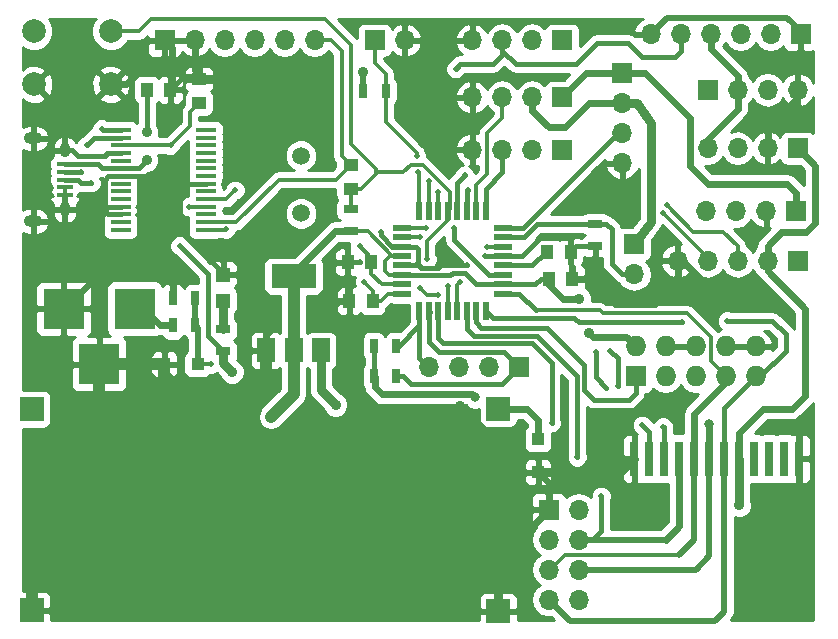
<source format=gbr>
G04 #@! TF.FileFunction,Copper,L1,Top,Signal*
%FSLAX46Y46*%
G04 Gerber Fmt 4.6, Leading zero omitted, Abs format (unit mm)*
G04 Created by KiCad (PCBNEW 4.0.2+dfsg1-stable) date Mon Nov  6 16:18:01 2017*
%MOMM*%
G01*
G04 APERTURE LIST*
%ADD10C,0.100000*%
%ADD11R,1.998980X1.998980*%
%ADD12R,1.700000X1.700000*%
%ADD13O,1.700000X1.700000*%
%ADD14R,1.750000X0.450000*%
%ADD15R,1.000000X1.250000*%
%ADD16R,1.250000X1.000000*%
%ADD17R,1.727200X1.727200*%
%ADD18O,1.727200X1.727200*%
%ADD19R,0.800000X3.000000*%
%ADD20R,1.300000X0.700000*%
%ADD21R,0.700000X1.300000*%
%ADD22R,3.800000X2.000000*%
%ADD23R,1.500000X2.000000*%
%ADD24R,1.600000X0.550000*%
%ADD25R,0.550000X1.600000*%
%ADD26C,1.500000*%
%ADD27R,1.200000X1.200000*%
%ADD28R,1.100000X1.100000*%
%ADD29R,3.500000X3.500000*%
%ADD30R,1.350000X0.400000*%
%ADD31O,0.950000X1.250000*%
%ADD32O,1.550000X1.000000*%
%ADD33C,2.000000*%
%ADD34C,0.508000*%
%ADD35C,0.889000*%
%ADD36C,0.914400*%
%ADD37C,0.812800*%
%ADD38C,0.406400*%
%ADD39C,0.762000*%
%ADD40C,0.600000*%
%ADD41C,0.609600*%
%ADD42C,0.508000*%
%ADD43C,1.016000*%
%ADD44C,0.304800*%
%ADD45C,0.254000*%
G04 APERTURE END LIST*
D10*
D11*
X76136500Y-108950000D03*
X76136500Y-126000000D03*
X115633500Y-108902500D03*
X115633500Y-126047500D03*
D12*
X127127000Y-94996000D03*
D13*
X127127000Y-97536000D03*
D14*
X90849000Y-93760000D03*
X90849000Y-93110000D03*
X90849000Y-92460000D03*
X90849000Y-91810000D03*
X90849000Y-91160000D03*
X90849000Y-90510000D03*
X90849000Y-89860000D03*
X90849000Y-89210000D03*
X90849000Y-88560000D03*
X90849000Y-87910000D03*
X90849000Y-87260000D03*
X90849000Y-86610000D03*
X90849000Y-85960000D03*
X90849000Y-85310000D03*
X83649000Y-85310000D03*
X83649000Y-85960000D03*
X83649000Y-86610000D03*
X83649000Y-87260000D03*
X83649000Y-87910000D03*
X83649000Y-88560000D03*
X83649000Y-89210000D03*
X83649000Y-89860000D03*
X83649000Y-90510000D03*
X83649000Y-91160000D03*
X83649000Y-91810000D03*
X83649000Y-92460000D03*
X83649000Y-93110000D03*
X83649000Y-93760000D03*
D15*
X85868000Y-81915000D03*
X87868000Y-81915000D03*
D16*
X90297000Y-83042000D03*
X90297000Y-81042000D03*
X103124000Y-90281000D03*
X103124000Y-88281000D03*
D15*
X121777000Y-95631000D03*
X119777000Y-95631000D03*
X119904000Y-97917000D03*
X121904000Y-97917000D03*
X102886000Y-96520000D03*
X104886000Y-96520000D03*
X103013000Y-99822000D03*
X105013000Y-99822000D03*
D17*
X127254000Y-106172000D03*
D18*
X127254000Y-103632000D03*
X129794000Y-106172000D03*
X129794000Y-103632000D03*
X132334000Y-106172000D03*
X132334000Y-103632000D03*
X134874000Y-106172000D03*
X134874000Y-103632000D03*
X137414000Y-106172000D03*
X137414000Y-103632000D03*
D12*
X87376000Y-77724000D03*
D13*
X89916000Y-77724000D03*
X92456000Y-77724000D03*
X94996000Y-77724000D03*
X97536000Y-77724000D03*
X100076000Y-77724000D03*
D12*
X117348000Y-105410000D03*
D13*
X114808000Y-105410000D03*
X112268000Y-105410000D03*
X109728000Y-105410000D03*
D19*
X141097000Y-113157000D03*
X139827000Y-113157000D03*
X138557000Y-113157000D03*
X137287000Y-113157000D03*
X136017000Y-113157000D03*
X134747000Y-113157000D03*
X133477000Y-113157000D03*
X132207000Y-113157000D03*
X130937000Y-113157000D03*
X129667000Y-113157000D03*
X128397000Y-113157000D03*
X127127000Y-113157000D03*
D12*
X126111000Y-80518000D03*
D13*
X126111000Y-83058000D03*
X126111000Y-85598000D03*
X126111000Y-88138000D03*
D12*
X121031000Y-77724000D03*
D13*
X118491000Y-77724000D03*
X115951000Y-77724000D03*
X113411000Y-77724000D03*
D12*
X105156000Y-77724000D03*
D13*
X107696000Y-77724000D03*
D12*
X121031000Y-86995000D03*
D13*
X118491000Y-86995000D03*
X115951000Y-86995000D03*
X113411000Y-86995000D03*
D12*
X119888000Y-117475000D03*
D13*
X122428000Y-117475000D03*
X119888000Y-120015000D03*
X122428000Y-120015000D03*
X119888000Y-122555000D03*
X122428000Y-122555000D03*
X119888000Y-125095000D03*
X122428000Y-125095000D03*
D12*
X121031000Y-82550000D03*
D13*
X118491000Y-82550000D03*
X115951000Y-82550000D03*
X113411000Y-82550000D03*
D12*
X140843000Y-92202000D03*
D13*
X138303000Y-92202000D03*
X135763000Y-92202000D03*
X133223000Y-92202000D03*
D20*
X92329000Y-102174000D03*
X92329000Y-104074000D03*
X103124000Y-93914000D03*
X103124000Y-92014000D03*
D21*
X105095000Y-103632000D03*
X106995000Y-103632000D03*
X105095000Y-106172000D03*
X106995000Y-106172000D03*
X104206000Y-82042000D03*
X106106000Y-82042000D03*
D20*
X123825000Y-93284000D03*
X123825000Y-95184000D03*
D21*
X88077000Y-101854000D03*
X89977000Y-101854000D03*
X89977000Y-99568000D03*
X88077000Y-99568000D03*
D22*
X98298000Y-97688000D03*
D23*
X98298000Y-103988000D03*
X100598000Y-103988000D03*
X95998000Y-103988000D03*
D24*
X107510000Y-93593000D03*
X107510000Y-94393000D03*
X107510000Y-95193000D03*
X107510000Y-95993000D03*
X107510000Y-96793000D03*
X107510000Y-97593000D03*
X107510000Y-98393000D03*
X107510000Y-99193000D03*
D25*
X108960000Y-100643000D03*
X109760000Y-100643000D03*
X110560000Y-100643000D03*
X111360000Y-100643000D03*
X112160000Y-100643000D03*
X112960000Y-100643000D03*
X113760000Y-100643000D03*
X114560000Y-100643000D03*
D24*
X116010000Y-99193000D03*
X116010000Y-98393000D03*
X116010000Y-97593000D03*
X116010000Y-96793000D03*
X116010000Y-95993000D03*
X116010000Y-95193000D03*
X116010000Y-94393000D03*
X116010000Y-93593000D03*
D25*
X114560000Y-92143000D03*
X113760000Y-92143000D03*
X112960000Y-92143000D03*
X112160000Y-92143000D03*
X111360000Y-92143000D03*
X110560000Y-92143000D03*
X109760000Y-92143000D03*
X108960000Y-92143000D03*
D26*
X98933000Y-87503000D03*
X98933000Y-92383000D03*
D27*
X92329000Y-99779000D03*
X92329000Y-97579000D03*
D28*
X118999000Y-111503000D03*
X118999000Y-114303000D03*
D29*
X84836000Y-100457000D03*
X78836000Y-100457000D03*
X81836000Y-105157000D03*
D30*
X78947000Y-88235000D03*
X78947000Y-88885000D03*
X78947000Y-89535000D03*
X78947000Y-90185000D03*
X78947000Y-90835000D03*
D31*
X78947000Y-87035000D03*
X78947000Y-92035000D03*
D32*
X76247000Y-86035000D03*
X76247000Y-93035000D03*
D12*
X133350000Y-81915000D03*
D13*
X135890000Y-81915000D03*
X138430000Y-81915000D03*
X140970000Y-81915000D03*
D12*
X140970000Y-86868000D03*
D13*
X138430000Y-86868000D03*
X135890000Y-86868000D03*
X133350000Y-86868000D03*
D33*
X76327000Y-81462000D03*
X76327000Y-76962000D03*
X82827000Y-81462000D03*
X82827000Y-76962000D03*
D28*
X90173000Y-105156000D03*
X87373000Y-105156000D03*
D12*
X141224000Y-77216000D03*
D13*
X138684000Y-77216000D03*
X136144000Y-77216000D03*
X133604000Y-77216000D03*
X131064000Y-77216000D03*
X128524000Y-77216000D03*
D12*
X140970000Y-96393000D03*
D13*
X138430000Y-96393000D03*
X135890000Y-96393000D03*
X133350000Y-96393000D03*
X130810000Y-96393000D03*
D34*
X88646000Y-95123000D03*
D35*
X85852000Y-87884000D03*
X85852000Y-85471000D03*
X93091000Y-105791000D03*
D36*
X101854000Y-108585000D03*
D35*
X95186500Y-81661000D03*
D34*
X114490500Y-96012000D03*
X112966500Y-96710500D03*
D35*
X138112500Y-99314000D03*
D34*
X103886000Y-96520000D03*
X105664000Y-93980000D03*
D37*
X137033000Y-126238000D03*
X140970000Y-110236000D03*
D35*
X112395000Y-108712000D03*
X96901000Y-101727000D03*
X100203000Y-101727000D03*
D34*
X87884000Y-86614000D03*
X89408000Y-91821000D03*
D35*
X123317000Y-102489000D03*
X122491500Y-99631500D03*
X96393000Y-109601000D03*
D34*
X110490000Y-99314000D03*
X108966000Y-98679000D03*
X109601000Y-96266000D03*
X103886000Y-95123000D03*
X104267000Y-98171000D03*
D37*
X133477000Y-110236000D03*
D34*
X131191000Y-101600000D03*
X135001000Y-101473000D03*
D37*
X113665000Y-107950000D03*
D35*
X104140000Y-80391000D03*
D36*
X136017000Y-117094000D03*
D34*
X110490000Y-90551000D03*
X92583000Y-93726000D03*
X109728000Y-89662000D03*
X93345000Y-90424000D03*
X80772000Y-86614000D03*
X80264000Y-88900000D03*
X82042000Y-85217000D03*
X81153000Y-89789000D03*
X112776000Y-89154000D03*
X113030000Y-90424000D03*
X124333000Y-116332000D03*
X122301000Y-113030000D03*
X129879288Y-91652288D03*
X109474000Y-93599000D03*
X129603500Y-110426500D03*
X125730000Y-106997500D03*
X125095000Y-104013000D03*
X109029500Y-94361000D03*
X129540000Y-92329000D03*
X123888500Y-104076500D03*
X124777500Y-107124500D03*
X127825500Y-110299500D03*
X112014000Y-80137000D03*
X111887000Y-93599000D03*
X108839000Y-88900000D03*
X108712000Y-87503000D03*
X120142000Y-110109000D03*
X112395000Y-98171000D03*
X111379000Y-98488500D03*
X114681000Y-95250000D03*
X91313000Y-105156000D03*
D38*
X91059000Y-102804000D02*
X92329000Y-104074000D01*
X91059000Y-97536000D02*
X91059000Y-102804000D01*
X88646000Y-95123000D02*
X91059000Y-97536000D01*
X91882000Y-104074000D02*
X92329000Y-104074000D01*
X85176000Y-88560000D02*
X83649000Y-88560000D01*
X85868000Y-81915000D02*
X85868000Y-85455000D01*
X85852000Y-87884000D02*
X85176000Y-88560000D01*
X85868000Y-85455000D02*
X85852000Y-85471000D01*
D39*
X92329000Y-104074000D02*
X92329000Y-105029000D01*
X92329000Y-105029000D02*
X93091000Y-105791000D01*
X100598000Y-103988000D02*
X100598000Y-107329000D01*
X100598000Y-107329000D02*
X101854000Y-108585000D01*
D38*
X78947000Y-88235000D02*
X81758000Y-88235000D01*
X82083000Y-88560000D02*
X83649000Y-88560000D01*
X81758000Y-88235000D02*
X82083000Y-88560000D01*
D40*
X118999000Y-111503000D02*
X118999000Y-109855000D01*
X118046500Y-108902500D02*
X115633500Y-108902500D01*
X118999000Y-109855000D02*
X118046500Y-108902500D01*
D39*
X90297000Y-81042000D02*
X94567500Y-81042000D01*
X94567500Y-81042000D02*
X95186500Y-81661000D01*
D38*
X108331000Y-96793000D02*
X108902602Y-96793000D01*
X114509500Y-95993000D02*
X116010000Y-95993000D01*
X114490500Y-96012000D02*
X114509500Y-95993000D01*
X110807500Y-96710500D02*
X112966500Y-96710500D01*
X110534602Y-96983398D02*
X110807500Y-96710500D01*
X109093000Y-96983398D02*
X110534602Y-96983398D01*
X108902602Y-96793000D02*
X109093000Y-96983398D01*
X107510000Y-95193000D02*
X108655000Y-95193000D01*
X108655000Y-95193000D02*
X108839000Y-95377000D01*
D41*
X130810000Y-96393000D02*
X131191000Y-96393000D01*
X131191000Y-96393000D02*
X134112000Y-99314000D01*
X134112000Y-99314000D02*
X138112500Y-99314000D01*
D38*
X107510000Y-95193000D02*
X106651266Y-95193000D01*
X103886000Y-96520000D02*
X102886000Y-96520000D01*
X105664000Y-94205734D02*
X105664000Y-93980000D01*
X106651266Y-95193000D02*
X105664000Y-94205734D01*
X108839000Y-96558000D02*
X108604000Y-96793000D01*
X108839000Y-95377000D02*
X108839000Y-96558000D01*
X108655000Y-95193000D02*
X108839000Y-95377000D01*
X108604000Y-96793000D02*
X108331000Y-96793000D01*
X108331000Y-96793000D02*
X107510000Y-96793000D01*
X116010000Y-95993000D02*
X117621000Y-95993000D01*
X121777000Y-94599000D02*
X121777000Y-95631000D01*
X121666000Y-94488000D02*
X121777000Y-94599000D01*
X119126000Y-94488000D02*
X121666000Y-94488000D01*
X117621000Y-95993000D02*
X119126000Y-94488000D01*
D41*
X141097000Y-113157000D02*
X141097000Y-122682000D01*
X137541000Y-126238000D02*
X137033000Y-126238000D01*
X141097000Y-122682000D02*
X137541000Y-126238000D01*
X130810000Y-96393000D02*
X130810000Y-98171000D01*
X123317000Y-97917000D02*
X121904000Y-97917000D01*
X125476000Y-100076000D02*
X123317000Y-97917000D01*
X128905000Y-100076000D02*
X125476000Y-100076000D01*
X130810000Y-98171000D02*
X128905000Y-100076000D01*
X141097000Y-110363000D02*
X141097000Y-113157000D01*
X140970000Y-110236000D02*
X141097000Y-110363000D01*
D39*
X115633500Y-111950500D02*
X115633500Y-126047500D01*
X112395000Y-108712000D02*
X115633500Y-111950500D01*
D38*
X121777000Y-95631000D02*
X121777000Y-97790000D01*
X121777000Y-97790000D02*
X121904000Y-97917000D01*
X123825000Y-95184000D02*
X122224000Y-95184000D01*
X122224000Y-95184000D02*
X121777000Y-95631000D01*
D41*
X140970000Y-81915000D02*
X140970000Y-82550000D01*
X140970000Y-82550000D02*
X138430000Y-85090000D01*
X138430000Y-85090000D02*
X138430000Y-86868000D01*
X103013000Y-99822000D02*
X102108000Y-99822000D01*
X95998000Y-102630000D02*
X95998000Y-103988000D01*
X96901000Y-101727000D02*
X95998000Y-102630000D01*
X102108000Y-99822000D02*
X100203000Y-101727000D01*
X141224000Y-77216000D02*
X141224000Y-76962000D01*
D42*
X141224000Y-76962000D02*
X140081000Y-75819000D01*
X129921000Y-75819000D02*
X128524000Y-77216000D01*
X140081000Y-75819000D02*
X129921000Y-75819000D01*
X102886000Y-96520000D02*
X102886000Y-99695000D01*
X102886000Y-99695000D02*
X103013000Y-99822000D01*
D41*
X89916000Y-77724000D02*
X89916000Y-80280000D01*
X89916000Y-80280000D02*
X90424000Y-80788000D01*
X88011000Y-80200500D02*
X88011000Y-78359000D01*
X88011000Y-78359000D02*
X87376000Y-77724000D01*
X82827000Y-81462000D02*
X84146000Y-81462000D01*
X88011000Y-80391000D02*
X88011000Y-80200500D01*
X88011000Y-80200500D02*
X88011000Y-81772000D01*
X87757000Y-80137000D02*
X88011000Y-80391000D01*
X85471000Y-80137000D02*
X87757000Y-80137000D01*
X84146000Y-81462000D02*
X85471000Y-80137000D01*
X88011000Y-81772000D02*
X87868000Y-81915000D01*
D38*
X92329000Y-97579000D02*
X92329000Y-97409000D01*
X92329000Y-97409000D02*
X88646000Y-93726000D01*
X88646000Y-93726000D02*
X88646000Y-90551000D01*
X88646000Y-90551000D02*
X89337000Y-89860000D01*
X89337000Y-89860000D02*
X90849000Y-89860000D01*
D43*
X76136500Y-126000000D02*
X76136500Y-113601500D01*
X81836000Y-107902000D02*
X81836000Y-105157000D01*
X76136500Y-113601500D02*
X81836000Y-107902000D01*
D38*
X83649000Y-89210000D02*
X86162000Y-89210000D01*
X86812000Y-89860000D02*
X90849000Y-89860000D01*
X86162000Y-89210000D02*
X86812000Y-89860000D01*
X90424000Y-80788000D02*
X88995000Y-80788000D01*
X88995000Y-80788000D02*
X87868000Y-81915000D01*
X83649000Y-89210000D02*
X82621000Y-89210000D01*
X82296000Y-91810000D02*
X83649000Y-91810000D01*
X82296000Y-89535000D02*
X82296000Y-91810000D01*
X82621000Y-89210000D02*
X82296000Y-89535000D01*
X78947000Y-87035000D02*
X79542000Y-87035000D01*
X82539000Y-87260000D02*
X83649000Y-87260000D01*
X82296000Y-87503000D02*
X82539000Y-87260000D01*
X80010000Y-87503000D02*
X82296000Y-87503000D01*
X79542000Y-87035000D02*
X80010000Y-87503000D01*
X83649000Y-91810000D02*
X80656000Y-91810000D01*
X80431000Y-92035000D02*
X78947000Y-92035000D01*
X80656000Y-91810000D02*
X80431000Y-92035000D01*
X83649000Y-91810000D02*
X82434000Y-91810000D01*
X82554000Y-92460000D02*
X83649000Y-92460000D01*
X82423000Y-92329000D02*
X82554000Y-92460000D01*
X82423000Y-91821000D02*
X82423000Y-92329000D01*
X82434000Y-91810000D02*
X82423000Y-91821000D01*
D41*
X88077000Y-99568000D02*
X88077000Y-97983000D01*
X81884000Y-97409000D02*
X78836000Y-100457000D01*
X87503000Y-97409000D02*
X81884000Y-97409000D01*
X88077000Y-97983000D02*
X87503000Y-97409000D01*
D43*
X87373000Y-105156000D02*
X87373000Y-106042000D01*
X87373000Y-106042000D02*
X88646000Y-107315000D01*
X88646000Y-107315000D02*
X94996000Y-107315000D01*
X94996000Y-107315000D02*
X95998000Y-106313000D01*
X95998000Y-106313000D02*
X95998000Y-103988000D01*
X81836000Y-105157000D02*
X87372000Y-105157000D01*
X87372000Y-105157000D02*
X87373000Y-105156000D01*
D39*
X118999000Y-114303000D02*
X125981000Y-114303000D01*
X125981000Y-114303000D02*
X127127000Y-113157000D01*
X127000000Y-113030000D02*
X127127000Y-113157000D01*
D44*
X78947000Y-90835000D02*
X78947000Y-90185000D01*
X78947000Y-92035000D02*
X78947000Y-90835000D01*
D40*
X119888000Y-117475000D02*
X119888000Y-115192000D01*
X119888000Y-115192000D02*
X118999000Y-114303000D01*
X115633500Y-126047500D02*
X115633500Y-121729500D01*
X115633500Y-121729500D02*
X119888000Y-117475000D01*
D44*
X90849000Y-91810000D02*
X89419000Y-91810000D01*
X87376000Y-86614000D02*
X87376000Y-86610000D01*
X87380000Y-86610000D02*
X87376000Y-86614000D01*
X87880000Y-86610000D02*
X87380000Y-86610000D01*
X87884000Y-86614000D02*
X87880000Y-86610000D01*
X89419000Y-91810000D02*
X89408000Y-91821000D01*
X83649000Y-86610000D02*
X87376000Y-86610000D01*
X87376000Y-86610000D02*
X87888000Y-86610000D01*
X89535000Y-83804000D02*
X90297000Y-83042000D01*
X89535000Y-84963000D02*
X89535000Y-83804000D01*
X87888000Y-86610000D02*
X89535000Y-84963000D01*
D38*
X107510000Y-97593000D02*
X111576000Y-97593000D01*
X113760000Y-98393000D02*
X116010000Y-98393000D01*
X112776000Y-97409000D02*
X113760000Y-98393000D01*
X111760000Y-97409000D02*
X112776000Y-97409000D01*
X111576000Y-97593000D02*
X111760000Y-97409000D01*
D41*
X119904000Y-97917000D02*
X119904000Y-98441000D01*
X119904000Y-98441000D02*
X121094500Y-99631500D01*
X126428500Y-102806500D02*
X127254000Y-103632000D01*
X123634500Y-102806500D02*
X126428500Y-102806500D01*
X123317000Y-102489000D02*
X123634500Y-102806500D01*
X121094500Y-99631500D02*
X122491500Y-99631500D01*
D38*
X119904000Y-97917000D02*
X119253000Y-97917000D01*
X118777000Y-98393000D02*
X116010000Y-98393000D01*
X119253000Y-97917000D02*
X118777000Y-98393000D01*
D44*
X107510000Y-97593000D02*
X106356000Y-97593000D01*
X106445000Y-95993000D02*
X107510000Y-95993000D01*
X106045000Y-96393000D02*
X106445000Y-95993000D01*
X106045000Y-97282000D02*
X106045000Y-96393000D01*
X106356000Y-97593000D02*
X106045000Y-97282000D01*
X107510000Y-95993000D02*
X106661000Y-95993000D01*
X104582000Y-93914000D02*
X103124000Y-93914000D01*
X106661000Y-95993000D02*
X104582000Y-93914000D01*
D41*
X98298000Y-97688000D02*
X98298000Y-97409000D01*
X98298000Y-97409000D02*
X101793000Y-93914000D01*
X101793000Y-93914000D02*
X103124000Y-93914000D01*
D43*
X98298000Y-103988000D02*
X98298000Y-97688000D01*
X98298000Y-103988000D02*
X98298000Y-107696000D01*
X98298000Y-107696000D02*
X96393000Y-109601000D01*
D44*
X111360000Y-92143000D02*
X111360000Y-92983000D01*
X109601000Y-99314000D02*
X110490000Y-99314000D01*
X108966000Y-98679000D02*
X109601000Y-99314000D01*
X109601000Y-94742000D02*
X109601000Y-96266000D01*
X111360000Y-92983000D02*
X109601000Y-94742000D01*
X105283000Y-88900000D02*
X107569000Y-88900000D01*
X111506000Y-90551000D02*
X111506000Y-91997000D01*
X109220000Y-88265000D02*
X111506000Y-90551000D01*
X108204000Y-88265000D02*
X109220000Y-88265000D01*
X107569000Y-88900000D02*
X108204000Y-88265000D01*
X111506000Y-91997000D02*
X111360000Y-92143000D01*
X111252000Y-92035000D02*
X111360000Y-92143000D01*
X82827000Y-76962000D02*
X85217000Y-76962000D01*
X105283000Y-88646000D02*
X105283000Y-88900000D01*
X105283000Y-88900000D02*
X105283000Y-89027000D01*
X103124000Y-86487000D02*
X105283000Y-88646000D01*
X103124000Y-78105000D02*
X103124000Y-86487000D01*
X100965000Y-75946000D02*
X103124000Y-78105000D01*
X86233000Y-75946000D02*
X100965000Y-75946000D01*
X85217000Y-76962000D02*
X86233000Y-75946000D01*
X103124000Y-90281000D02*
X104029000Y-90281000D01*
X104029000Y-90281000D02*
X105283000Y-89027000D01*
X103124000Y-92014000D02*
X103124000Y-90281000D01*
X100076000Y-77724000D02*
X101473000Y-77724000D01*
X102362000Y-87519000D02*
X103124000Y-88281000D01*
X102362000Y-78613000D02*
X102362000Y-87519000D01*
X101473000Y-77724000D02*
X102362000Y-78613000D01*
X90849000Y-93110000D02*
X93453000Y-93110000D01*
X101870000Y-89535000D02*
X103124000Y-88281000D01*
X97028000Y-89535000D02*
X101870000Y-89535000D01*
X93453000Y-93110000D02*
X97028000Y-89535000D01*
D38*
X119777000Y-95631000D02*
X119634000Y-95631000D01*
X119634000Y-95631000D02*
X118472000Y-96793000D01*
X118472000Y-96793000D02*
X116010000Y-96793000D01*
D44*
X103886000Y-95123000D02*
X104886000Y-96123000D01*
X104886000Y-96123000D02*
X104886000Y-96520000D01*
X107510000Y-98393000D02*
X105759000Y-98393000D01*
X104886000Y-97520000D02*
X104886000Y-96520000D01*
X105759000Y-98393000D02*
X104886000Y-97520000D01*
X105013000Y-99822000D02*
X105013000Y-98917000D01*
X105013000Y-98917000D02*
X104267000Y-98171000D01*
X105013000Y-99822000D02*
X105664000Y-99822000D01*
X106293000Y-99193000D02*
X107510000Y-99193000D01*
X105664000Y-99822000D02*
X106293000Y-99193000D01*
D41*
X84836000Y-100457000D02*
X85598000Y-100457000D01*
X85598000Y-100457000D02*
X86995000Y-101854000D01*
X86995000Y-101854000D02*
X88077000Y-101854000D01*
D38*
X113760000Y-100643000D02*
X113760000Y-101593398D01*
X127254000Y-107569000D02*
X127254000Y-106172000D01*
X126682500Y-108140500D02*
X127254000Y-107569000D01*
X123698000Y-108140500D02*
X126682500Y-108140500D01*
X122910602Y-107353102D02*
X123698000Y-108140500D01*
X122910602Y-105194102D02*
X122910602Y-107353102D01*
X119761000Y-102044500D02*
X122910602Y-105194102D01*
X114211102Y-102044500D02*
X119761000Y-102044500D01*
X113760000Y-101593398D02*
X114211102Y-102044500D01*
D41*
X133477000Y-113157000D02*
X133477000Y-110236000D01*
D42*
X133477000Y-113157000D02*
X133477000Y-121412000D01*
X132334000Y-122555000D02*
X122428000Y-122555000D01*
X133477000Y-121412000D02*
X132334000Y-122555000D01*
D38*
X116010000Y-99193000D02*
X117417500Y-99193000D01*
D44*
X133604000Y-104902000D02*
X134874000Y-106172000D01*
X133604000Y-102806500D02*
X133604000Y-104902000D01*
X131635500Y-100838000D02*
X133604000Y-102806500D01*
X124460000Y-100838000D02*
X131635500Y-100838000D01*
X124206000Y-100584000D02*
X124460000Y-100838000D01*
X118808500Y-100584000D02*
X124206000Y-100584000D01*
D38*
X117417500Y-99193000D02*
X118808500Y-100584000D01*
D44*
X134620000Y-106172000D02*
X134874000Y-106172000D01*
D41*
X134874000Y-106172000D02*
X134874000Y-106680000D01*
X134874000Y-106680000D02*
X132207000Y-109347000D01*
X132207000Y-109347000D02*
X132207000Y-113157000D01*
X119888000Y-122555000D02*
X120015000Y-122555000D01*
D44*
X120015000Y-122555000D02*
X121285000Y-121285000D01*
D42*
X132207000Y-120015000D02*
X132207000Y-113157000D01*
X130937000Y-121285000D02*
X132207000Y-120015000D01*
D44*
X121285000Y-121285000D02*
X130937000Y-121285000D01*
D38*
X137414000Y-106172000D02*
X137795000Y-106172000D01*
X137795000Y-106172000D02*
X139954000Y-104013000D01*
X115189000Y-101219000D02*
X114613000Y-100643000D01*
X122047000Y-101219000D02*
X115189000Y-101219000D01*
X122428000Y-101600000D02*
X122047000Y-101219000D01*
X131191000Y-101600000D02*
X122428000Y-101600000D01*
X138811000Y-101473000D02*
X135001000Y-101473000D01*
X139954000Y-102616000D02*
X138811000Y-101473000D01*
X139954000Y-104013000D02*
X139954000Y-102616000D01*
X114613000Y-100643000D02*
X114560000Y-100643000D01*
X134747000Y-113157000D02*
X134747000Y-108839000D01*
X134747000Y-108839000D02*
X137414000Y-106172000D01*
D42*
X134747000Y-113157000D02*
X134747000Y-126111000D01*
X121666000Y-126873000D02*
X119888000Y-125095000D01*
X133985000Y-126873000D02*
X121666000Y-126873000D01*
X134747000Y-126111000D02*
X133985000Y-126873000D01*
D41*
X138430000Y-96393000D02*
X138430000Y-95123000D01*
X142430500Y-88328500D02*
X140970000Y-86868000D01*
X142430500Y-93218000D02*
X142430500Y-88328500D01*
X141668500Y-93980000D02*
X142430500Y-93218000D01*
X139573000Y-93980000D02*
X141668500Y-93980000D01*
X138430000Y-95123000D02*
X139573000Y-93980000D01*
X105156000Y-107061000D02*
X105156000Y-106233000D01*
X105791000Y-107696000D02*
X105156000Y-107061000D01*
X113411000Y-107696000D02*
X105791000Y-107696000D01*
X113665000Y-107950000D02*
X113411000Y-107696000D01*
X105156000Y-106233000D02*
X105095000Y-106172000D01*
X136017000Y-113157000D02*
X136017000Y-110998000D01*
X138430000Y-97282000D02*
X138430000Y-96393000D01*
X141605000Y-100457000D02*
X138430000Y-97282000D01*
X141605000Y-107823000D02*
X141605000Y-100457000D01*
X140462000Y-108966000D02*
X141605000Y-107823000D01*
X138049000Y-108966000D02*
X140462000Y-108966000D01*
X136017000Y-110998000D02*
X138049000Y-108966000D01*
D38*
X105095000Y-103632000D02*
X105095000Y-106172000D01*
D39*
X126111000Y-83058000D02*
X127381000Y-83058000D01*
X128524000Y-93091000D02*
X127127000Y-94996000D01*
X128524000Y-84709000D02*
X128524000Y-93091000D01*
X127381000Y-83058000D02*
X128524000Y-84709000D01*
D41*
X126111000Y-83058000D02*
X123317000Y-83058000D01*
X118491000Y-83693000D02*
X118491000Y-82550000D01*
X119888000Y-85090000D02*
X118491000Y-83693000D01*
X121285000Y-85090000D02*
X119888000Y-85090000D01*
X123317000Y-83058000D02*
X121285000Y-85090000D01*
D42*
X104206000Y-80457000D02*
X104206000Y-82042000D01*
X104140000Y-80391000D02*
X104206000Y-80457000D01*
X92456000Y-77724000D02*
X92456000Y-78105000D01*
D39*
X136017000Y-117094000D02*
X136017000Y-113157000D01*
D44*
X110560000Y-92143000D02*
X110560000Y-90621000D01*
X110560000Y-90621000D02*
X110490000Y-90551000D01*
X90849000Y-93760000D02*
X92549000Y-93760000D01*
X92549000Y-93760000D02*
X92583000Y-93726000D01*
X109760000Y-92143000D02*
X109760000Y-89694000D01*
X109760000Y-89694000D02*
X109728000Y-89662000D01*
X93345000Y-90424000D02*
X92609000Y-91160000D01*
X92609000Y-91160000D02*
X90849000Y-91160000D01*
D38*
X78947000Y-88885000D02*
X80249000Y-88885000D01*
X81426000Y-85960000D02*
X83649000Y-85960000D01*
X80772000Y-86614000D02*
X81426000Y-85960000D01*
X80249000Y-88885000D02*
X80264000Y-88900000D01*
X78947000Y-89535000D02*
X80010000Y-89535000D01*
X82135000Y-85310000D02*
X83649000Y-85310000D01*
X82042000Y-85217000D02*
X82135000Y-85310000D01*
X80264000Y-89789000D02*
X81153000Y-89789000D01*
X80010000Y-89535000D02*
X80264000Y-89789000D01*
X109760000Y-100643000D02*
X109760000Y-103283000D01*
X116078000Y-104140000D02*
X117348000Y-105410000D01*
X110617000Y-104140000D02*
X116078000Y-104140000D01*
X109760000Y-103283000D02*
X110617000Y-104140000D01*
X106995000Y-106172000D02*
X107569000Y-106172000D01*
X107569000Y-106172000D02*
X108204000Y-106807000D01*
X108204000Y-106807000D02*
X115951000Y-106807000D01*
X115951000Y-106807000D02*
X117348000Y-105410000D01*
X109855000Y-100738000D02*
X109760000Y-100643000D01*
X108960000Y-100643000D02*
X108960000Y-101860000D01*
X108960000Y-101860000D02*
X107188000Y-103632000D01*
X107188000Y-103632000D02*
X106995000Y-103632000D01*
X108960000Y-100643000D02*
X108960000Y-104642000D01*
X108960000Y-104642000D02*
X109728000Y-105410000D01*
X112160000Y-92143000D02*
X112160000Y-89770000D01*
X112160000Y-89770000D02*
X112776000Y-89154000D01*
X112960000Y-92143000D02*
X112960000Y-90494000D01*
X112960000Y-90494000D02*
X113030000Y-90424000D01*
D41*
X135890000Y-81915000D02*
X135890000Y-80772000D01*
X133604000Y-78486000D02*
X133604000Y-77216000D01*
X135890000Y-80772000D02*
X133604000Y-78486000D01*
X133350000Y-86868000D02*
X133350000Y-86106000D01*
X133350000Y-86106000D02*
X135890000Y-83566000D01*
X135890000Y-83566000D02*
X135890000Y-81915000D01*
D38*
X112960000Y-100643000D02*
X112960000Y-102165000D01*
X123571000Y-120015000D02*
X122428000Y-120015000D01*
X124333000Y-119253000D02*
X123571000Y-120015000D01*
X124333000Y-116332000D02*
X124333000Y-119253000D01*
X122301000Y-106172000D02*
X122301000Y-113030000D01*
X118872000Y-102743000D02*
X122301000Y-106172000D01*
X113538000Y-102743000D02*
X118872000Y-102743000D01*
X112960000Y-102165000D02*
X113538000Y-102743000D01*
D42*
X122428000Y-120015000D02*
X129794000Y-120015000D01*
D41*
X130937000Y-118872000D02*
X130937000Y-113157000D01*
X129794000Y-120015000D02*
X130937000Y-118872000D01*
D44*
X135890000Y-95123000D02*
X135890000Y-96393000D01*
X134683500Y-93916500D02*
X135890000Y-95123000D01*
X132143500Y-93916500D02*
X134683500Y-93916500D01*
X129879288Y-91652288D02*
X132143500Y-93916500D01*
X107510000Y-93593000D02*
X109468000Y-93593000D01*
X109468000Y-93593000D02*
X109474000Y-93599000D01*
D38*
X129667000Y-110490000D02*
X129667000Y-113157000D01*
X129603500Y-110426500D02*
X129667000Y-110490000D01*
X125730000Y-104648000D02*
X125730000Y-106997500D01*
X125095000Y-104013000D02*
X125730000Y-104648000D01*
D44*
X108997500Y-94393000D02*
X109029500Y-94361000D01*
X107510000Y-94393000D02*
X108997500Y-94393000D01*
X129540000Y-92329000D02*
X133350000Y-96139000D01*
X133350000Y-96139000D02*
X133350000Y-96393000D01*
D38*
X128397000Y-113157000D02*
X128397000Y-110871000D01*
X123888500Y-106235500D02*
X123888500Y-104076500D01*
X124777500Y-107124500D02*
X123888500Y-106235500D01*
X128397000Y-110871000D02*
X127825500Y-110299500D01*
D41*
X126111000Y-80518000D02*
X128016000Y-80518000D01*
X140843000Y-90678000D02*
X140843000Y-92202000D01*
X140081000Y-89916000D02*
X140843000Y-90678000D01*
X133350000Y-89916000D02*
X140081000Y-89916000D01*
X131826000Y-88392000D02*
X133350000Y-89916000D01*
X131826000Y-84328000D02*
X131826000Y-88392000D01*
X128016000Y-80518000D02*
X131826000Y-84328000D01*
X126111000Y-80518000D02*
X123063000Y-80518000D01*
X123063000Y-80518000D02*
X121031000Y-82550000D01*
D38*
X116010000Y-93593000D02*
X117735000Y-93593000D01*
X117735000Y-93593000D02*
X125730000Y-85598000D01*
X125730000Y-85598000D02*
X126111000Y-85598000D01*
X116010000Y-97593000D02*
X114865000Y-97593000D01*
X115951000Y-78994000D02*
X115951000Y-77724000D01*
X115189000Y-79756000D02*
X115951000Y-78994000D01*
X112395000Y-79756000D02*
X115189000Y-79756000D01*
X112014000Y-80137000D02*
X112395000Y-79756000D01*
X111887000Y-94615000D02*
X111887000Y-93599000D01*
X114865000Y-97593000D02*
X111887000Y-94615000D01*
X115951000Y-77724000D02*
X115951000Y-78613000D01*
X131064000Y-78613000D02*
X131064000Y-77216000D01*
X130556000Y-79121000D02*
X131064000Y-78613000D01*
X127762000Y-79121000D02*
X130556000Y-79121000D01*
X126619000Y-77978000D02*
X127762000Y-79121000D01*
X123952000Y-77978000D02*
X126619000Y-77978000D01*
X122174000Y-79756000D02*
X123952000Y-77978000D01*
X117094000Y-79756000D02*
X122174000Y-79756000D01*
X115951000Y-78613000D02*
X117094000Y-79756000D01*
D44*
X106106000Y-82042000D02*
X106106000Y-84643000D01*
X108960000Y-89021000D02*
X108960000Y-92143000D01*
X108839000Y-88900000D02*
X108960000Y-89021000D01*
X108712000Y-87249000D02*
X108712000Y-87503000D01*
X106106000Y-84643000D02*
X108712000Y-87249000D01*
X105156000Y-77724000D02*
X105156000Y-79629000D01*
X106106000Y-80579000D02*
X106106000Y-82042000D01*
X105156000Y-79629000D02*
X106106000Y-80579000D01*
D38*
X115951000Y-86995000D02*
X115951000Y-88900000D01*
X114560000Y-90291000D02*
X114560000Y-92143000D01*
X115951000Y-88900000D02*
X114560000Y-90291000D01*
X110560000Y-100643000D02*
X110560000Y-102965398D01*
X120142000Y-105029000D02*
X120142000Y-110109000D01*
X118491000Y-103378000D02*
X120142000Y-105029000D01*
X110972602Y-103378000D02*
X118491000Y-103378000D01*
X110560000Y-102965398D02*
X110972602Y-103378000D01*
D44*
X115951000Y-82550000D02*
X115951000Y-84328000D01*
X113760000Y-89948000D02*
X113760000Y-92143000D01*
X114681000Y-89027000D02*
X113760000Y-89948000D01*
X114681000Y-85598000D02*
X114681000Y-89027000D01*
X115951000Y-84328000D02*
X114681000Y-85598000D01*
X112160000Y-100643000D02*
X112160000Y-98406000D01*
X112160000Y-98406000D02*
X112395000Y-98171000D01*
X111360000Y-100643000D02*
X111360000Y-98507500D01*
X111360000Y-98507500D02*
X111379000Y-98488500D01*
D38*
X116010000Y-94393000D02*
X117797108Y-94393000D01*
X118906108Y-93284000D02*
X123825000Y-93284000D01*
X117797108Y-94393000D02*
X118906108Y-93284000D01*
X127127000Y-97536000D02*
X126111000Y-97536000D01*
X124780000Y-93284000D02*
X123825000Y-93284000D01*
X125222000Y-93726000D02*
X124780000Y-93284000D01*
X125222000Y-96647000D02*
X125222000Y-93726000D01*
X126111000Y-97536000D02*
X125222000Y-96647000D01*
D44*
X90173000Y-105156000D02*
X91313000Y-105156000D01*
X114738000Y-95193000D02*
X116010000Y-95193000D01*
X114681000Y-95250000D02*
X114738000Y-95193000D01*
D42*
X89977000Y-101854000D02*
X89977000Y-99568000D01*
X90173000Y-105156000D02*
X90173000Y-102050000D01*
X90173000Y-102050000D02*
X89977000Y-101854000D01*
D39*
X92329000Y-99779000D02*
X92329000Y-102174000D01*
D45*
G36*
X142292000Y-126798000D02*
X135317236Y-126798000D01*
X135375618Y-126739618D01*
X135482271Y-126580000D01*
X135568329Y-126451206D01*
X135636000Y-126111000D01*
X135636000Y-118118411D01*
X135798795Y-118186010D01*
X136233299Y-118186389D01*
X136634873Y-118020462D01*
X136942382Y-117713489D01*
X137109010Y-117312205D01*
X137109389Y-116877701D01*
X137033000Y-116692826D01*
X137033000Y-115304440D01*
X137687000Y-115304440D01*
X137922317Y-115260162D01*
X137926155Y-115257693D01*
X138157000Y-115304440D01*
X138957000Y-115304440D01*
X139192317Y-115260162D01*
X139196155Y-115257693D01*
X139427000Y-115304440D01*
X140227000Y-115304440D01*
X140462317Y-115260162D01*
X140474657Y-115252222D01*
X140570690Y-115292000D01*
X140811250Y-115292000D01*
X140970000Y-115133250D01*
X140970000Y-113284000D01*
X141224000Y-113284000D01*
X141224000Y-115133250D01*
X141382750Y-115292000D01*
X141623310Y-115292000D01*
X141856699Y-115195327D01*
X142035327Y-115016698D01*
X142132000Y-114783309D01*
X142132000Y-113442750D01*
X141973250Y-113284000D01*
X141224000Y-113284000D01*
X140970000Y-113284000D01*
X140950000Y-113284000D01*
X140950000Y-113030000D01*
X140970000Y-113030000D01*
X140970000Y-111180750D01*
X141224000Y-111180750D01*
X141224000Y-113030000D01*
X141973250Y-113030000D01*
X142132000Y-112871250D01*
X142132000Y-111530691D01*
X142035327Y-111297302D01*
X141856699Y-111118673D01*
X141623310Y-111022000D01*
X141382750Y-111022000D01*
X141224000Y-111180750D01*
X140970000Y-111180750D01*
X140811250Y-111022000D01*
X140570690Y-111022000D01*
X140478008Y-111060390D01*
X140227000Y-111009560D01*
X139427000Y-111009560D01*
X139191683Y-111053838D01*
X139187845Y-111056307D01*
X138957000Y-111009560D01*
X138157000Y-111009560D01*
X137921683Y-111053838D01*
X137917845Y-111056307D01*
X137687000Y-111009560D01*
X137334518Y-111009560D01*
X138438278Y-109905800D01*
X140462000Y-109905800D01*
X140821646Y-109834262D01*
X141126539Y-109630539D01*
X142269539Y-108487539D01*
X142292000Y-108453924D01*
X142292000Y-126798000D01*
X142292000Y-126798000D01*
G37*
X142292000Y-126798000D02*
X135317236Y-126798000D01*
X135375618Y-126739618D01*
X135482271Y-126580000D01*
X135568329Y-126451206D01*
X135636000Y-126111000D01*
X135636000Y-118118411D01*
X135798795Y-118186010D01*
X136233299Y-118186389D01*
X136634873Y-118020462D01*
X136942382Y-117713489D01*
X137109010Y-117312205D01*
X137109389Y-116877701D01*
X137033000Y-116692826D01*
X137033000Y-115304440D01*
X137687000Y-115304440D01*
X137922317Y-115260162D01*
X137926155Y-115257693D01*
X138157000Y-115304440D01*
X138957000Y-115304440D01*
X139192317Y-115260162D01*
X139196155Y-115257693D01*
X139427000Y-115304440D01*
X140227000Y-115304440D01*
X140462317Y-115260162D01*
X140474657Y-115252222D01*
X140570690Y-115292000D01*
X140811250Y-115292000D01*
X140970000Y-115133250D01*
X140970000Y-113284000D01*
X141224000Y-113284000D01*
X141224000Y-115133250D01*
X141382750Y-115292000D01*
X141623310Y-115292000D01*
X141856699Y-115195327D01*
X142035327Y-115016698D01*
X142132000Y-114783309D01*
X142132000Y-113442750D01*
X141973250Y-113284000D01*
X141224000Y-113284000D01*
X140970000Y-113284000D01*
X140950000Y-113284000D01*
X140950000Y-113030000D01*
X140970000Y-113030000D01*
X140970000Y-111180750D01*
X141224000Y-111180750D01*
X141224000Y-113030000D01*
X141973250Y-113030000D01*
X142132000Y-112871250D01*
X142132000Y-111530691D01*
X142035327Y-111297302D01*
X141856699Y-111118673D01*
X141623310Y-111022000D01*
X141382750Y-111022000D01*
X141224000Y-111180750D01*
X140970000Y-111180750D01*
X140811250Y-111022000D01*
X140570690Y-111022000D01*
X140478008Y-111060390D01*
X140227000Y-111009560D01*
X139427000Y-111009560D01*
X139191683Y-111053838D01*
X139187845Y-111056307D01*
X138957000Y-111009560D01*
X138157000Y-111009560D01*
X137921683Y-111053838D01*
X137917845Y-111056307D01*
X137687000Y-111009560D01*
X137334518Y-111009560D01*
X138438278Y-109905800D01*
X140462000Y-109905800D01*
X140821646Y-109834262D01*
X141126539Y-109630539D01*
X142269539Y-108487539D01*
X142292000Y-108453924D01*
X142292000Y-126798000D01*
G36*
X81441722Y-76034637D02*
X81192284Y-76635352D01*
X81191716Y-77285795D01*
X81440106Y-77886943D01*
X81899637Y-78347278D01*
X82500352Y-78596716D01*
X83150795Y-78597284D01*
X83751943Y-78348894D01*
X84091680Y-78009750D01*
X85891000Y-78009750D01*
X85891000Y-78700309D01*
X85987673Y-78933698D01*
X86166301Y-79112327D01*
X86399690Y-79209000D01*
X87090250Y-79209000D01*
X87249000Y-79050250D01*
X87249000Y-77851000D01*
X87503000Y-77851000D01*
X87503000Y-79050250D01*
X87661750Y-79209000D01*
X88352310Y-79209000D01*
X88585699Y-79112327D01*
X88764327Y-78933698D01*
X88851136Y-78724122D01*
X89149076Y-78995645D01*
X89559110Y-79165476D01*
X89789000Y-79044155D01*
X89789000Y-77851000D01*
X87503000Y-77851000D01*
X87249000Y-77851000D01*
X86049750Y-77851000D01*
X85891000Y-78009750D01*
X84091680Y-78009750D01*
X84212278Y-77889363D01*
X84270396Y-77749400D01*
X85217000Y-77749400D01*
X85518325Y-77689463D01*
X85773776Y-77518776D01*
X85891000Y-77401552D01*
X85891000Y-77438250D01*
X86049750Y-77597000D01*
X87249000Y-77597000D01*
X87249000Y-77577000D01*
X87503000Y-77577000D01*
X87503000Y-77597000D01*
X89789000Y-77597000D01*
X89789000Y-77577000D01*
X90043000Y-77577000D01*
X90043000Y-77597000D01*
X90063000Y-77597000D01*
X90063000Y-77851000D01*
X90043000Y-77851000D01*
X90043000Y-79044155D01*
X90272890Y-79165476D01*
X90682924Y-78995645D01*
X91111183Y-78605358D01*
X91178298Y-78462447D01*
X91405946Y-78803147D01*
X91887715Y-79125054D01*
X92456000Y-79238093D01*
X93024285Y-79125054D01*
X93506054Y-78803147D01*
X93726000Y-78473974D01*
X93945946Y-78803147D01*
X94427715Y-79125054D01*
X94996000Y-79238093D01*
X95564285Y-79125054D01*
X96046054Y-78803147D01*
X96266000Y-78473974D01*
X96485946Y-78803147D01*
X96967715Y-79125054D01*
X97536000Y-79238093D01*
X98104285Y-79125054D01*
X98586054Y-78803147D01*
X98806000Y-78473974D01*
X99025946Y-78803147D01*
X99507715Y-79125054D01*
X100076000Y-79238093D01*
X100644285Y-79125054D01*
X101126054Y-78803147D01*
X101251240Y-78615792D01*
X101574600Y-78939152D01*
X101574600Y-87519000D01*
X101634537Y-87820325D01*
X101805224Y-88075776D01*
X101851560Y-88122112D01*
X101851560Y-88439888D01*
X101543848Y-88747600D01*
X99547661Y-88747600D01*
X99716515Y-88677831D01*
X100106461Y-88288564D01*
X100317759Y-87779702D01*
X100318240Y-87228715D01*
X100107831Y-86719485D01*
X99718564Y-86329539D01*
X99209702Y-86118241D01*
X98658715Y-86117760D01*
X98149485Y-86328169D01*
X97759539Y-86717436D01*
X97548241Y-87226298D01*
X97547760Y-87777285D01*
X97758169Y-88286515D01*
X98147436Y-88676461D01*
X98318758Y-88747600D01*
X97028000Y-88747600D01*
X96726675Y-88807537D01*
X96471224Y-88978224D01*
X93126848Y-92322600D01*
X92371440Y-92322600D01*
X92371440Y-92235000D01*
X92351933Y-92131329D01*
X92371440Y-92035000D01*
X92371440Y-91947400D01*
X92609000Y-91947400D01*
X92910325Y-91887463D01*
X93165776Y-91716776D01*
X93603437Y-91279115D01*
X93847920Y-91178097D01*
X94098218Y-90928236D01*
X94233846Y-90601609D01*
X94234154Y-90247943D01*
X94099097Y-89921080D01*
X93849236Y-89670782D01*
X93522609Y-89535154D01*
X93168943Y-89534846D01*
X92842080Y-89669903D01*
X92591782Y-89919764D01*
X92489597Y-90165851D01*
X92371283Y-90284165D01*
X92358020Y-90213677D01*
X92359000Y-90211310D01*
X92359000Y-90131250D01*
X92338688Y-90110938D01*
X92327162Y-90049683D01*
X92203671Y-89857773D01*
X92320431Y-89686890D01*
X92335558Y-89612192D01*
X92359000Y-89588750D01*
X92359000Y-89508690D01*
X92357333Y-89504665D01*
X92371440Y-89435000D01*
X92371440Y-88985000D01*
X92351933Y-88881329D01*
X92371440Y-88785000D01*
X92371440Y-88335000D01*
X92351933Y-88231329D01*
X92371440Y-88135000D01*
X92371440Y-87685000D01*
X92351933Y-87581329D01*
X92371440Y-87485000D01*
X92371440Y-87035000D01*
X92351933Y-86931329D01*
X92371440Y-86835000D01*
X92371440Y-86385000D01*
X92351933Y-86281329D01*
X92371440Y-86185000D01*
X92371440Y-85735000D01*
X92351933Y-85631329D01*
X92371440Y-85535000D01*
X92371440Y-85085000D01*
X92327162Y-84849683D01*
X92188090Y-84633559D01*
X91975890Y-84488569D01*
X91724000Y-84437560D01*
X90322400Y-84437560D01*
X90322400Y-84189440D01*
X90922000Y-84189440D01*
X91157317Y-84145162D01*
X91373441Y-84006090D01*
X91518431Y-83793890D01*
X91569440Y-83542000D01*
X91569440Y-82542000D01*
X91525162Y-82306683D01*
X91386090Y-82090559D01*
X91317994Y-82044031D01*
X91460327Y-81901698D01*
X91557000Y-81668309D01*
X91557000Y-81327750D01*
X91398250Y-81169000D01*
X90424000Y-81169000D01*
X90424000Y-81189000D01*
X90170000Y-81189000D01*
X90170000Y-81169000D01*
X89195750Y-81169000D01*
X89037000Y-81327750D01*
X89037000Y-81668309D01*
X89133673Y-81901698D01*
X89274910Y-82042936D01*
X89220559Y-82077910D01*
X89075569Y-82290110D01*
X89024560Y-82542000D01*
X89024560Y-83200888D01*
X88978224Y-83247224D01*
X88807537Y-83502675D01*
X88747600Y-83804000D01*
X88747600Y-84636848D01*
X87625563Y-85758885D01*
X87471360Y-85822600D01*
X86874869Y-85822600D01*
X86931313Y-85686668D01*
X86931687Y-85257216D01*
X86767689Y-84860311D01*
X86706200Y-84798715D01*
X86706200Y-83076959D01*
X86819441Y-83004090D01*
X86865969Y-82935994D01*
X87008302Y-83078327D01*
X87241691Y-83175000D01*
X87582250Y-83175000D01*
X87741000Y-83016250D01*
X87741000Y-82042000D01*
X87995000Y-82042000D01*
X87995000Y-83016250D01*
X88153750Y-83175000D01*
X88494309Y-83175000D01*
X88727698Y-83078327D01*
X88906327Y-82899699D01*
X89003000Y-82666310D01*
X89003000Y-82200750D01*
X88844250Y-82042000D01*
X87995000Y-82042000D01*
X87741000Y-82042000D01*
X87721000Y-82042000D01*
X87721000Y-81788000D01*
X87741000Y-81788000D01*
X87741000Y-80813750D01*
X87995000Y-80813750D01*
X87995000Y-81788000D01*
X88844250Y-81788000D01*
X89003000Y-81629250D01*
X89003000Y-81163690D01*
X88906327Y-80930301D01*
X88727698Y-80751673D01*
X88494309Y-80655000D01*
X88153750Y-80655000D01*
X87995000Y-80813750D01*
X87741000Y-80813750D01*
X87582250Y-80655000D01*
X87241691Y-80655000D01*
X87008302Y-80751673D01*
X86867064Y-80892910D01*
X86832090Y-80838559D01*
X86619890Y-80693569D01*
X86368000Y-80642560D01*
X85368000Y-80642560D01*
X85132683Y-80686838D01*
X84916559Y-80825910D01*
X84771569Y-81038110D01*
X84720560Y-81290000D01*
X84720560Y-82540000D01*
X84764838Y-82775317D01*
X84903910Y-82991441D01*
X85029800Y-83077458D01*
X85029800Y-84698378D01*
X84988090Y-84633559D01*
X84775890Y-84488569D01*
X84524000Y-84437560D01*
X82774000Y-84437560D01*
X82592030Y-84471800D01*
X82554240Y-84471800D01*
X82546236Y-84463782D01*
X82219609Y-84328154D01*
X81865943Y-84327846D01*
X81539080Y-84462903D01*
X81288782Y-84712764D01*
X81153154Y-85039391D01*
X81153035Y-85176096D01*
X81105235Y-85185604D01*
X80833303Y-85367303D01*
X80391135Y-85809471D01*
X80269080Y-85859903D01*
X80018782Y-86109764D01*
X79917140Y-86354543D01*
X79906568Y-86323951D01*
X79618821Y-85999448D01*
X79244938Y-85815732D01*
X79074000Y-85942266D01*
X79074000Y-86908000D01*
X79094000Y-86908000D01*
X79094000Y-87162000D01*
X79074000Y-87162000D01*
X79074000Y-87182000D01*
X78820000Y-87182000D01*
X78820000Y-87162000D01*
X77994437Y-87162000D01*
X77845771Y-87336131D01*
X77907560Y-87514926D01*
X77820559Y-87570910D01*
X77675569Y-87783110D01*
X77624560Y-88035000D01*
X77624560Y-88435000D01*
X77648944Y-88564589D01*
X77624560Y-88685000D01*
X77624560Y-89085000D01*
X77648944Y-89214589D01*
X77624560Y-89335000D01*
X77624560Y-89735000D01*
X77644450Y-89840705D01*
X77637000Y-89858690D01*
X77637000Y-89926250D01*
X77666004Y-89955254D01*
X77668838Y-89970317D01*
X77807910Y-90186441D01*
X77816598Y-90192377D01*
X77733673Y-90275301D01*
X77682920Y-90397830D01*
X77637000Y-90443750D01*
X77637000Y-90576250D01*
X77682920Y-90622170D01*
X77733673Y-90744699D01*
X77912302Y-90923327D01*
X77940483Y-90935000D01*
X77795750Y-90935000D01*
X77637000Y-91093750D01*
X77637000Y-91161310D01*
X77733673Y-91394699D01*
X77904090Y-91565115D01*
X77845771Y-91733869D01*
X77994437Y-91908000D01*
X78820000Y-91908000D01*
X78820000Y-90935000D01*
X78810184Y-90935000D01*
X78773445Y-90907805D01*
X78820000Y-90861250D01*
X78820000Y-90688000D01*
X79074000Y-90688000D01*
X79074000Y-90861250D01*
X79120555Y-90907805D01*
X79083816Y-90935000D01*
X79074000Y-90935000D01*
X79074000Y-91908000D01*
X79899563Y-91908000D01*
X80048229Y-91733869D01*
X79989910Y-91565115D01*
X80160327Y-91394699D01*
X80257000Y-91161310D01*
X80257000Y-91093750D01*
X80098250Y-90935000D01*
X79953517Y-90935000D01*
X79981698Y-90923327D01*
X80160327Y-90744699D01*
X80211080Y-90622170D01*
X80215664Y-90617586D01*
X80264000Y-90627200D01*
X80853422Y-90627200D01*
X80975391Y-90677846D01*
X81329057Y-90678154D01*
X81655920Y-90543097D01*
X81906218Y-90293236D01*
X82041846Y-89966609D01*
X82042154Y-89612943D01*
X81941821Y-89370118D01*
X82083000Y-89398200D01*
X82174513Y-89398200D01*
X82162442Y-89457808D01*
X82139000Y-89481250D01*
X82139000Y-89561310D01*
X82140667Y-89565335D01*
X82126560Y-89635000D01*
X82126560Y-90085000D01*
X82146067Y-90188671D01*
X82126560Y-90285000D01*
X82126560Y-90735000D01*
X82146067Y-90838671D01*
X82126560Y-90935000D01*
X82126560Y-91385000D01*
X82139980Y-91456323D01*
X82139000Y-91458690D01*
X82139000Y-91538750D01*
X82159312Y-91559062D01*
X82170838Y-91620317D01*
X82296059Y-91814916D01*
X82235673Y-91875301D01*
X82158403Y-92061847D01*
X82139000Y-92081250D01*
X82139000Y-92188750D01*
X82158403Y-92208153D01*
X82235673Y-92394699D01*
X82297930Y-92456956D01*
X82177569Y-92633110D01*
X82162442Y-92707808D01*
X82139000Y-92731250D01*
X82139000Y-92811310D01*
X82140667Y-92815335D01*
X82126560Y-92885000D01*
X82126560Y-93335000D01*
X82146067Y-93438671D01*
X82126560Y-93535000D01*
X82126560Y-93985000D01*
X82170838Y-94220317D01*
X82309910Y-94436441D01*
X82522110Y-94581431D01*
X82774000Y-94632440D01*
X84524000Y-94632440D01*
X84759317Y-94588162D01*
X84975441Y-94449090D01*
X85120431Y-94236890D01*
X85171440Y-93985000D01*
X85171440Y-93535000D01*
X85151933Y-93431329D01*
X85171440Y-93335000D01*
X85171440Y-92885000D01*
X85158020Y-92813677D01*
X85159000Y-92811310D01*
X85159000Y-92731250D01*
X85138688Y-92710938D01*
X85127162Y-92649683D01*
X85001941Y-92455084D01*
X85062327Y-92394699D01*
X85139597Y-92208153D01*
X85159000Y-92188750D01*
X85159000Y-92081250D01*
X85139597Y-92061847D01*
X85062327Y-91875301D01*
X85000070Y-91813044D01*
X85120431Y-91636890D01*
X85135558Y-91562192D01*
X85159000Y-91538750D01*
X85159000Y-91458690D01*
X85157333Y-91454665D01*
X85171440Y-91385000D01*
X85171440Y-90935000D01*
X85151933Y-90831329D01*
X85171440Y-90735000D01*
X85171440Y-90285000D01*
X85151933Y-90181329D01*
X85171440Y-90085000D01*
X85171440Y-89635000D01*
X85158020Y-89563677D01*
X85159000Y-89561310D01*
X85159000Y-89481250D01*
X85138688Y-89460938D01*
X85127162Y-89399683D01*
X85126208Y-89398200D01*
X85176000Y-89398200D01*
X85496766Y-89334396D01*
X85768697Y-89152697D01*
X85957801Y-88963593D01*
X86065784Y-88963687D01*
X86462689Y-88799689D01*
X86766622Y-88496286D01*
X86931313Y-88099668D01*
X86931687Y-87670216D01*
X86818962Y-87397400D01*
X87355891Y-87397400D01*
X87376000Y-87401400D01*
X87396109Y-87397400D01*
X87452450Y-87397400D01*
X87706391Y-87502846D01*
X88060057Y-87503154D01*
X88386920Y-87368097D01*
X88637218Y-87118236D01*
X88739403Y-86872149D01*
X89342395Y-86269157D01*
X89346067Y-86288671D01*
X89326560Y-86385000D01*
X89326560Y-86835000D01*
X89346067Y-86938671D01*
X89326560Y-87035000D01*
X89326560Y-87485000D01*
X89346067Y-87588671D01*
X89326560Y-87685000D01*
X89326560Y-88135000D01*
X89346067Y-88238671D01*
X89326560Y-88335000D01*
X89326560Y-88785000D01*
X89346067Y-88888671D01*
X89326560Y-88985000D01*
X89326560Y-89435000D01*
X89339980Y-89506323D01*
X89339000Y-89508690D01*
X89339000Y-89588750D01*
X89359312Y-89609062D01*
X89370838Y-89670317D01*
X89494329Y-89862227D01*
X89377569Y-90033110D01*
X89362442Y-90107808D01*
X89339000Y-90131250D01*
X89339000Y-90211310D01*
X89340667Y-90215335D01*
X89326560Y-90285000D01*
X89326560Y-90735000D01*
X89346067Y-90838671D01*
X89327182Y-90931929D01*
X89231943Y-90931846D01*
X88905080Y-91066903D01*
X88654782Y-91316764D01*
X88519154Y-91643391D01*
X88518846Y-91997057D01*
X88653903Y-92323920D01*
X88903764Y-92574218D01*
X89230391Y-92709846D01*
X89331252Y-92709934D01*
X89346067Y-92788671D01*
X89326560Y-92885000D01*
X89326560Y-93335000D01*
X89346067Y-93438671D01*
X89326560Y-93535000D01*
X89326560Y-93985000D01*
X89370838Y-94220317D01*
X89509910Y-94436441D01*
X89722110Y-94581431D01*
X89974000Y-94632440D01*
X91724000Y-94632440D01*
X91959317Y-94588162D01*
X92022663Y-94547400D01*
X92242964Y-94547400D01*
X92405391Y-94614846D01*
X92759057Y-94615154D01*
X93085920Y-94480097D01*
X93336218Y-94230236D01*
X93471846Y-93903609D01*
X93471855Y-93893650D01*
X93754325Y-93837463D01*
X94009776Y-93666776D01*
X95019267Y-92657285D01*
X97547760Y-92657285D01*
X97758169Y-93166515D01*
X98147436Y-93556461D01*
X98656298Y-93767759D01*
X99207285Y-93768240D01*
X99716515Y-93557831D01*
X100106461Y-93168564D01*
X100317759Y-92659702D01*
X100318240Y-92108715D01*
X100107831Y-91599485D01*
X99718564Y-91209539D01*
X99209702Y-90998241D01*
X98658715Y-90997760D01*
X98149485Y-91208169D01*
X97759539Y-91597436D01*
X97548241Y-92106298D01*
X97547760Y-92657285D01*
X95019267Y-92657285D01*
X97354152Y-90322400D01*
X101851560Y-90322400D01*
X101851560Y-90781000D01*
X101895838Y-91016317D01*
X102018139Y-91206379D01*
X101877569Y-91412110D01*
X101826560Y-91664000D01*
X101826560Y-92364000D01*
X101870838Y-92599317D01*
X102009910Y-92815441D01*
X102222110Y-92960431D01*
X102235197Y-92963081D01*
X102217918Y-92974200D01*
X101793000Y-92974200D01*
X101433354Y-93045738D01*
X101128461Y-93249461D01*
X98337362Y-96040560D01*
X96398000Y-96040560D01*
X96162683Y-96084838D01*
X95946559Y-96223910D01*
X95801569Y-96436110D01*
X95750560Y-96688000D01*
X95750560Y-98688000D01*
X95794838Y-98923317D01*
X95933910Y-99139441D01*
X96146110Y-99284431D01*
X96398000Y-99335440D01*
X97155000Y-99335440D01*
X97155000Y-102486304D01*
X97148508Y-102490482D01*
X97107699Y-102449673D01*
X96874310Y-102353000D01*
X96283750Y-102353000D01*
X96125000Y-102511750D01*
X96125000Y-103861000D01*
X96145000Y-103861000D01*
X96145000Y-104115000D01*
X96125000Y-104115000D01*
X96125000Y-105464250D01*
X96283750Y-105623000D01*
X96874310Y-105623000D01*
X97107699Y-105526327D01*
X97149660Y-105484366D01*
X97155000Y-105488015D01*
X97155000Y-107222554D01*
X95584777Y-108792777D01*
X95337006Y-109163593D01*
X95250000Y-109601000D01*
X95337006Y-110038407D01*
X95584777Y-110409223D01*
X95955593Y-110656994D01*
X96393000Y-110744000D01*
X96830407Y-110656994D01*
X97201223Y-110409223D01*
X99106223Y-108504223D01*
X99353994Y-108133407D01*
X99441000Y-107696000D01*
X99441000Y-105489696D01*
X99449477Y-105484241D01*
X99582000Y-105574790D01*
X99582000Y-107329000D01*
X99641359Y-107627420D01*
X99659338Y-107717807D01*
X99879580Y-108047420D01*
X100851848Y-109019688D01*
X100927538Y-109202873D01*
X101234511Y-109510382D01*
X101635795Y-109677010D01*
X102070299Y-109677389D01*
X102471873Y-109511462D01*
X102779382Y-109204489D01*
X102946010Y-108803205D01*
X102946389Y-108368701D01*
X102780462Y-107967127D01*
X102473489Y-107659618D01*
X102288747Y-107582906D01*
X101614000Y-106908160D01*
X101614000Y-105571418D01*
X101799441Y-105452090D01*
X101944431Y-105239890D01*
X101995440Y-104988000D01*
X101995440Y-102988000D01*
X101951162Y-102752683D01*
X101812090Y-102536559D01*
X101599890Y-102391569D01*
X101348000Y-102340560D01*
X99848000Y-102340560D01*
X99612683Y-102384838D01*
X99446523Y-102491759D01*
X99441000Y-102487985D01*
X99441000Y-100107750D01*
X101878000Y-100107750D01*
X101878000Y-100573310D01*
X101974673Y-100806699D01*
X102153302Y-100985327D01*
X102386691Y-101082000D01*
X102727250Y-101082000D01*
X102886000Y-100923250D01*
X102886000Y-99949000D01*
X102036750Y-99949000D01*
X101878000Y-100107750D01*
X99441000Y-100107750D01*
X99441000Y-99335440D01*
X100198000Y-99335440D01*
X100433317Y-99291162D01*
X100649441Y-99152090D01*
X100705059Y-99070690D01*
X101878000Y-99070690D01*
X101878000Y-99536250D01*
X102036750Y-99695000D01*
X102886000Y-99695000D01*
X102886000Y-98720750D01*
X102727250Y-98562000D01*
X102386691Y-98562000D01*
X102153302Y-98658673D01*
X101974673Y-98837301D01*
X101878000Y-99070690D01*
X100705059Y-99070690D01*
X100794431Y-98939890D01*
X100845440Y-98688000D01*
X100845440Y-96805750D01*
X101751000Y-96805750D01*
X101751000Y-97271310D01*
X101847673Y-97504699D01*
X102026302Y-97683327D01*
X102259691Y-97780000D01*
X102600250Y-97780000D01*
X102759000Y-97621250D01*
X102759000Y-96647000D01*
X101909750Y-96647000D01*
X101751000Y-96805750D01*
X100845440Y-96805750D01*
X100845440Y-96688000D01*
X100801162Y-96452683D01*
X100715898Y-96320180D01*
X101267388Y-95768690D01*
X101751000Y-95768690D01*
X101751000Y-96234250D01*
X101909750Y-96393000D01*
X102759000Y-96393000D01*
X102759000Y-95418750D01*
X102600250Y-95260000D01*
X102259691Y-95260000D01*
X102026302Y-95356673D01*
X101847673Y-95535301D01*
X101751000Y-95768690D01*
X101267388Y-95768690D01*
X102182278Y-94853800D01*
X102212405Y-94853800D01*
X102222110Y-94860431D01*
X102474000Y-94911440D01*
X103011252Y-94911440D01*
X102997154Y-94945391D01*
X102996846Y-95299057D01*
X103036565Y-95395185D01*
X103013000Y-95418750D01*
X103013000Y-96393000D01*
X103033000Y-96393000D01*
X103033000Y-96647000D01*
X103013000Y-96647000D01*
X103013000Y-97621250D01*
X103171750Y-97780000D01*
X103466762Y-97780000D01*
X103378154Y-97993391D01*
X103377846Y-98347057D01*
X103466659Y-98562000D01*
X103298750Y-98562000D01*
X103140000Y-98720750D01*
X103140000Y-99695000D01*
X103160000Y-99695000D01*
X103160000Y-99949000D01*
X103140000Y-99949000D01*
X103140000Y-100923250D01*
X103298750Y-101082000D01*
X103639309Y-101082000D01*
X103872698Y-100985327D01*
X104013936Y-100844090D01*
X104048910Y-100898441D01*
X104261110Y-101043431D01*
X104513000Y-101094440D01*
X105513000Y-101094440D01*
X105748317Y-101050162D01*
X105964441Y-100911090D01*
X106109431Y-100698890D01*
X106160440Y-100447000D01*
X106160440Y-100419091D01*
X106220776Y-100378776D01*
X106522152Y-100077400D01*
X106710000Y-100115440D01*
X108037560Y-100115440D01*
X108037560Y-101443000D01*
X108061955Y-101572651D01*
X107300046Y-102334560D01*
X106645000Y-102334560D01*
X106409683Y-102378838D01*
X106193559Y-102517910D01*
X106048569Y-102730110D01*
X106045919Y-102743197D01*
X105909090Y-102530559D01*
X105696890Y-102385569D01*
X105445000Y-102334560D01*
X104745000Y-102334560D01*
X104509683Y-102378838D01*
X104293559Y-102517910D01*
X104148569Y-102730110D01*
X104097560Y-102982000D01*
X104097560Y-104282000D01*
X104141838Y-104517317D01*
X104256800Y-104695973D01*
X104256800Y-105111709D01*
X104148569Y-105270110D01*
X104097560Y-105522000D01*
X104097560Y-106822000D01*
X104141838Y-107057317D01*
X104248411Y-107222936D01*
X104287738Y-107420646D01*
X104491461Y-107725539D01*
X105126461Y-108360539D01*
X105431354Y-108564262D01*
X105791000Y-108635800D01*
X112878126Y-108635800D01*
X113074324Y-108832341D01*
X113456944Y-108991219D01*
X113871238Y-108991580D01*
X113986570Y-108943926D01*
X113986570Y-109901990D01*
X114030848Y-110137307D01*
X114169920Y-110353431D01*
X114382120Y-110498421D01*
X114634010Y-110549430D01*
X116632990Y-110549430D01*
X116868307Y-110505152D01*
X117084431Y-110366080D01*
X117229421Y-110153880D01*
X117280430Y-109901990D01*
X117280430Y-109837500D01*
X117659210Y-109837500D01*
X118064000Y-110242290D01*
X118064000Y-110446156D01*
X117997559Y-110488910D01*
X117852569Y-110701110D01*
X117801560Y-110953000D01*
X117801560Y-112053000D01*
X117845838Y-112288317D01*
X117984910Y-112504441D01*
X118197110Y-112649431D01*
X118449000Y-112700440D01*
X119549000Y-112700440D01*
X119784317Y-112656162D01*
X120000441Y-112517090D01*
X120145431Y-112304890D01*
X120196440Y-112053000D01*
X120196440Y-110998048D01*
X120318057Y-110998154D01*
X120644920Y-110863097D01*
X120895218Y-110613236D01*
X121030846Y-110286609D01*
X121031154Y-109932943D01*
X120980200Y-109809625D01*
X120980200Y-106036594D01*
X121462800Y-106519194D01*
X121462800Y-112730422D01*
X121412154Y-112852391D01*
X121411846Y-113206057D01*
X121546903Y-113532920D01*
X121796764Y-113783218D01*
X122123391Y-113918846D01*
X122477057Y-113919154D01*
X122803920Y-113784097D01*
X123054218Y-113534236D01*
X123092206Y-113442750D01*
X126092000Y-113442750D01*
X126092000Y-114783309D01*
X126188673Y-115016698D01*
X126367301Y-115195327D01*
X126600690Y-115292000D01*
X126841250Y-115292000D01*
X127000000Y-115133250D01*
X127000000Y-113284000D01*
X126250750Y-113284000D01*
X126092000Y-113442750D01*
X123092206Y-113442750D01*
X123189846Y-113207609D01*
X123190154Y-112853943D01*
X123139200Y-112730625D01*
X123139200Y-111530691D01*
X126092000Y-111530691D01*
X126092000Y-112871250D01*
X126250750Y-113030000D01*
X127000000Y-113030000D01*
X127000000Y-111180750D01*
X126841250Y-111022000D01*
X126600690Y-111022000D01*
X126367301Y-111118673D01*
X126188673Y-111297302D01*
X126092000Y-111530691D01*
X123139200Y-111530691D01*
X123139200Y-108755846D01*
X123377234Y-108914896D01*
X123698000Y-108978700D01*
X126682500Y-108978700D01*
X127003266Y-108914896D01*
X127275197Y-108733197D01*
X127846697Y-108161697D01*
X128028396Y-107889766D01*
X128069516Y-107683040D01*
X128117600Y-107683040D01*
X128352917Y-107638762D01*
X128569041Y-107499690D01*
X128714031Y-107287490D01*
X128722864Y-107243869D01*
X128734330Y-107261029D01*
X129220511Y-107585885D01*
X129794000Y-107699959D01*
X130367489Y-107585885D01*
X130853670Y-107261029D01*
X131064000Y-106946248D01*
X131274330Y-107261029D01*
X131760511Y-107585885D01*
X132334000Y-107699959D01*
X132572380Y-107652542D01*
X131542461Y-108682461D01*
X131338738Y-108987354D01*
X131267200Y-109347000D01*
X131267200Y-111009560D01*
X130537000Y-111009560D01*
X130505200Y-111015544D01*
X130505200Y-110490000D01*
X130492501Y-110426158D01*
X130492654Y-110250443D01*
X130357597Y-109923580D01*
X130107736Y-109673282D01*
X129781109Y-109537654D01*
X129427443Y-109537346D01*
X129100580Y-109672403D01*
X128850282Y-109922264D01*
X128786723Y-110075329D01*
X128630029Y-109918635D01*
X128579597Y-109796580D01*
X128329736Y-109546282D01*
X128003109Y-109410654D01*
X127649443Y-109410346D01*
X127322580Y-109545403D01*
X127072282Y-109795264D01*
X126936654Y-110121891D01*
X126936346Y-110475557D01*
X127071403Y-110802420D01*
X127321264Y-111052718D01*
X127364202Y-111070548D01*
X127254000Y-111180750D01*
X127254000Y-113030000D01*
X127274000Y-113030000D01*
X127274000Y-113284000D01*
X127254000Y-113284000D01*
X127254000Y-115133250D01*
X127412750Y-115292000D01*
X127653310Y-115292000D01*
X127745992Y-115253610D01*
X127997000Y-115304440D01*
X128797000Y-115304440D01*
X129032317Y-115260162D01*
X129036155Y-115257693D01*
X129267000Y-115304440D01*
X129997200Y-115304440D01*
X129997200Y-118482722D01*
X129353922Y-119126000D01*
X125171200Y-119126000D01*
X125171200Y-116631578D01*
X125221846Y-116509609D01*
X125222154Y-116155943D01*
X125087097Y-115829080D01*
X124837236Y-115578782D01*
X124510609Y-115443154D01*
X124156943Y-115442846D01*
X123830080Y-115577903D01*
X123579782Y-115827764D01*
X123444154Y-116154391D01*
X123443955Y-116382723D01*
X123025378Y-116103039D01*
X122457093Y-115990000D01*
X122398907Y-115990000D01*
X121830622Y-116103039D01*
X121348853Y-116424946D01*
X121344903Y-116430858D01*
X121276327Y-116265301D01*
X121097698Y-116086673D01*
X120864309Y-115990000D01*
X120173750Y-115990000D01*
X120015000Y-116148750D01*
X120015000Y-117348000D01*
X120035000Y-117348000D01*
X120035000Y-117602000D01*
X120015000Y-117602000D01*
X120015000Y-117622000D01*
X119761000Y-117622000D01*
X119761000Y-117602000D01*
X118561750Y-117602000D01*
X118403000Y-117760750D01*
X118403000Y-118451310D01*
X118499673Y-118684699D01*
X118678302Y-118863327D01*
X118852777Y-118935597D01*
X118808853Y-118964946D01*
X118486946Y-119446715D01*
X118373907Y-120015000D01*
X118486946Y-120583285D01*
X118808853Y-121065054D01*
X119138026Y-121285000D01*
X118808853Y-121504946D01*
X118486946Y-121986715D01*
X118373907Y-122555000D01*
X118486946Y-123123285D01*
X118808853Y-123605054D01*
X119138026Y-123825000D01*
X118808853Y-124044946D01*
X118486946Y-124526715D01*
X118373907Y-125095000D01*
X118486946Y-125663285D01*
X118808853Y-126145054D01*
X119290622Y-126466961D01*
X119858907Y-126580000D01*
X119917093Y-126580000D01*
X120082802Y-126547038D01*
X120333764Y-126798000D01*
X117267990Y-126798000D01*
X117267990Y-126333250D01*
X117109240Y-126174500D01*
X115760500Y-126174500D01*
X115760500Y-126194500D01*
X115506500Y-126194500D01*
X115506500Y-126174500D01*
X114157760Y-126174500D01*
X113999010Y-126333250D01*
X113999010Y-126798000D01*
X77770990Y-126798000D01*
X77770990Y-126285750D01*
X77612240Y-126127000D01*
X76263500Y-126127000D01*
X76263500Y-126147000D01*
X76009500Y-126147000D01*
X76009500Y-126127000D01*
X75989500Y-126127000D01*
X75989500Y-125873000D01*
X76009500Y-125873000D01*
X76009500Y-124524260D01*
X76263500Y-124524260D01*
X76263500Y-125873000D01*
X77612240Y-125873000D01*
X77770990Y-125714250D01*
X77770990Y-124921700D01*
X113999010Y-124921700D01*
X113999010Y-125761750D01*
X114157760Y-125920500D01*
X115506500Y-125920500D01*
X115506500Y-124571760D01*
X115760500Y-124571760D01*
X115760500Y-125920500D01*
X117109240Y-125920500D01*
X117267990Y-125761750D01*
X117267990Y-124921700D01*
X117171317Y-124688311D01*
X116992688Y-124509683D01*
X116759299Y-124413010D01*
X115919250Y-124413010D01*
X115760500Y-124571760D01*
X115506500Y-124571760D01*
X115347750Y-124413010D01*
X114507701Y-124413010D01*
X114274312Y-124509683D01*
X114095683Y-124688311D01*
X113999010Y-124921700D01*
X77770990Y-124921700D01*
X77770990Y-124874200D01*
X77674317Y-124640811D01*
X77495688Y-124462183D01*
X77262299Y-124365510D01*
X76422250Y-124365510D01*
X76263500Y-124524260D01*
X76009500Y-124524260D01*
X75850750Y-124365510D01*
X75386000Y-124365510D01*
X75386000Y-116498690D01*
X118403000Y-116498690D01*
X118403000Y-117189250D01*
X118561750Y-117348000D01*
X119761000Y-117348000D01*
X119761000Y-116148750D01*
X119602250Y-115990000D01*
X118911691Y-115990000D01*
X118678302Y-116086673D01*
X118499673Y-116265301D01*
X118403000Y-116498690D01*
X75386000Y-116498690D01*
X75386000Y-114588750D01*
X117814000Y-114588750D01*
X117814000Y-114979309D01*
X117910673Y-115212698D01*
X118089301Y-115391327D01*
X118322690Y-115488000D01*
X118713250Y-115488000D01*
X118872000Y-115329250D01*
X118872000Y-114430000D01*
X119126000Y-114430000D01*
X119126000Y-115329250D01*
X119284750Y-115488000D01*
X119675310Y-115488000D01*
X119908699Y-115391327D01*
X120087327Y-115212698D01*
X120184000Y-114979309D01*
X120184000Y-114588750D01*
X120025250Y-114430000D01*
X119126000Y-114430000D01*
X118872000Y-114430000D01*
X117972750Y-114430000D01*
X117814000Y-114588750D01*
X75386000Y-114588750D01*
X75386000Y-113626691D01*
X117814000Y-113626691D01*
X117814000Y-114017250D01*
X117972750Y-114176000D01*
X118872000Y-114176000D01*
X118872000Y-113276750D01*
X119126000Y-113276750D01*
X119126000Y-114176000D01*
X120025250Y-114176000D01*
X120184000Y-114017250D01*
X120184000Y-113626691D01*
X120087327Y-113393302D01*
X119908699Y-113214673D01*
X119675310Y-113118000D01*
X119284750Y-113118000D01*
X119126000Y-113276750D01*
X118872000Y-113276750D01*
X118713250Y-113118000D01*
X118322690Y-113118000D01*
X118089301Y-113214673D01*
X117910673Y-113393302D01*
X117814000Y-113626691D01*
X75386000Y-113626691D01*
X75386000Y-110596930D01*
X77135990Y-110596930D01*
X77371307Y-110552652D01*
X77587431Y-110413580D01*
X77732421Y-110201380D01*
X77783430Y-109949490D01*
X77783430Y-107950510D01*
X77739152Y-107715193D01*
X77600080Y-107499069D01*
X77387880Y-107354079D01*
X77135990Y-107303070D01*
X75386000Y-107303070D01*
X75386000Y-105442750D01*
X79451000Y-105442750D01*
X79451000Y-107033310D01*
X79547673Y-107266699D01*
X79726302Y-107445327D01*
X79959691Y-107542000D01*
X81550250Y-107542000D01*
X81709000Y-107383250D01*
X81709000Y-105284000D01*
X81963000Y-105284000D01*
X81963000Y-107383250D01*
X82121750Y-107542000D01*
X83712309Y-107542000D01*
X83945698Y-107445327D01*
X84124327Y-107266699D01*
X84221000Y-107033310D01*
X84221000Y-105442750D01*
X84220000Y-105441750D01*
X86188000Y-105441750D01*
X86188000Y-105832310D01*
X86284673Y-106065699D01*
X86463302Y-106244327D01*
X86696691Y-106341000D01*
X87087250Y-106341000D01*
X87246000Y-106182250D01*
X87246000Y-105283000D01*
X87500000Y-105283000D01*
X87500000Y-106182250D01*
X87658750Y-106341000D01*
X88049309Y-106341000D01*
X88282698Y-106244327D01*
X88461327Y-106065699D01*
X88558000Y-105832310D01*
X88558000Y-105441750D01*
X88399250Y-105283000D01*
X87500000Y-105283000D01*
X87246000Y-105283000D01*
X86346750Y-105283000D01*
X86188000Y-105441750D01*
X84220000Y-105441750D01*
X84062250Y-105284000D01*
X81963000Y-105284000D01*
X81709000Y-105284000D01*
X79609750Y-105284000D01*
X79451000Y-105442750D01*
X75386000Y-105442750D01*
X75386000Y-100742750D01*
X76451000Y-100742750D01*
X76451000Y-102333310D01*
X76547673Y-102566699D01*
X76726302Y-102745327D01*
X76959691Y-102842000D01*
X78550250Y-102842000D01*
X78709000Y-102683250D01*
X78709000Y-100584000D01*
X78963000Y-100584000D01*
X78963000Y-102683250D01*
X79121750Y-102842000D01*
X79790696Y-102842000D01*
X79726302Y-102868673D01*
X79547673Y-103047301D01*
X79451000Y-103280690D01*
X79451000Y-104871250D01*
X79609750Y-105030000D01*
X81709000Y-105030000D01*
X81709000Y-102930750D01*
X81963000Y-102930750D01*
X81963000Y-105030000D01*
X84062250Y-105030000D01*
X84221000Y-104871250D01*
X84221000Y-104479690D01*
X86188000Y-104479690D01*
X86188000Y-104870250D01*
X86346750Y-105029000D01*
X87246000Y-105029000D01*
X87246000Y-104129750D01*
X87500000Y-104129750D01*
X87500000Y-105029000D01*
X88399250Y-105029000D01*
X88558000Y-104870250D01*
X88558000Y-104479690D01*
X88461327Y-104246301D01*
X88282698Y-104067673D01*
X88049309Y-103971000D01*
X87658750Y-103971000D01*
X87500000Y-104129750D01*
X87246000Y-104129750D01*
X87087250Y-103971000D01*
X86696691Y-103971000D01*
X86463302Y-104067673D01*
X86284673Y-104246301D01*
X86188000Y-104479690D01*
X84221000Y-104479690D01*
X84221000Y-103280690D01*
X84124327Y-103047301D01*
X83945698Y-102868673D01*
X83911337Y-102854440D01*
X86586000Y-102854440D01*
X86821317Y-102810162D01*
X86881751Y-102771273D01*
X86995000Y-102793800D01*
X87158897Y-102793800D01*
X87262910Y-102955441D01*
X87475110Y-103100431D01*
X87727000Y-103151440D01*
X88427000Y-103151440D01*
X88662317Y-103107162D01*
X88878441Y-102968090D01*
X89023431Y-102755890D01*
X89026081Y-102742803D01*
X89162910Y-102955441D01*
X89284000Y-103038178D01*
X89284000Y-104069556D01*
X89171559Y-104141910D01*
X89026569Y-104354110D01*
X88975560Y-104606000D01*
X88975560Y-105706000D01*
X89019838Y-105941317D01*
X89158910Y-106157441D01*
X89371110Y-106302431D01*
X89623000Y-106353440D01*
X90723000Y-106353440D01*
X90958317Y-106309162D01*
X91174441Y-106170090D01*
X91259942Y-106044954D01*
X91489057Y-106045154D01*
X91785731Y-105922571D01*
X92112265Y-106249105D01*
X92175311Y-106401689D01*
X92478714Y-106705622D01*
X92875332Y-106870313D01*
X93304784Y-106870687D01*
X93701689Y-106706689D01*
X94005622Y-106403286D01*
X94170313Y-106006668D01*
X94170687Y-105577216D01*
X94006689Y-105180311D01*
X93703286Y-104876378D01*
X93549262Y-104812421D01*
X93509388Y-104772547D01*
X93575431Y-104675890D01*
X93626440Y-104424000D01*
X93626440Y-104273750D01*
X94613000Y-104273750D01*
X94613000Y-105114309D01*
X94709673Y-105347698D01*
X94888301Y-105526327D01*
X95121690Y-105623000D01*
X95712250Y-105623000D01*
X95871000Y-105464250D01*
X95871000Y-104115000D01*
X94771750Y-104115000D01*
X94613000Y-104273750D01*
X93626440Y-104273750D01*
X93626440Y-103724000D01*
X93582162Y-103488683D01*
X93443090Y-103272559D01*
X93230890Y-103127569D01*
X93217803Y-103124919D01*
X93430441Y-102988090D01*
X93516805Y-102861691D01*
X94613000Y-102861691D01*
X94613000Y-103702250D01*
X94771750Y-103861000D01*
X95871000Y-103861000D01*
X95871000Y-102511750D01*
X95712250Y-102353000D01*
X95121690Y-102353000D01*
X94888301Y-102449673D01*
X94709673Y-102628302D01*
X94613000Y-102861691D01*
X93516805Y-102861691D01*
X93575431Y-102775890D01*
X93626440Y-102524000D01*
X93626440Y-101824000D01*
X93582162Y-101588683D01*
X93443090Y-101372559D01*
X93345000Y-101305537D01*
X93345000Y-100865896D01*
X93380441Y-100843090D01*
X93525431Y-100630890D01*
X93576440Y-100379000D01*
X93576440Y-99179000D01*
X93532162Y-98943683D01*
X93393090Y-98727559D01*
X93324994Y-98681031D01*
X93467327Y-98538698D01*
X93564000Y-98305309D01*
X93564000Y-97864750D01*
X93405250Y-97706000D01*
X92456000Y-97706000D01*
X92456000Y-97726000D01*
X92202000Y-97726000D01*
X92202000Y-97706000D01*
X92182000Y-97706000D01*
X92182000Y-97452000D01*
X92202000Y-97452000D01*
X92202000Y-96502750D01*
X92456000Y-96502750D01*
X92456000Y-97452000D01*
X93405250Y-97452000D01*
X93564000Y-97293250D01*
X93564000Y-96852691D01*
X93467327Y-96619302D01*
X93288699Y-96440673D01*
X93055310Y-96344000D01*
X92614750Y-96344000D01*
X92456000Y-96502750D01*
X92202000Y-96502750D01*
X92043250Y-96344000D01*
X91602690Y-96344000D01*
X91369301Y-96440673D01*
X91259184Y-96550790D01*
X89450529Y-94742135D01*
X89400097Y-94620080D01*
X89150236Y-94369782D01*
X88823609Y-94234154D01*
X88469943Y-94233846D01*
X88143080Y-94368903D01*
X87892782Y-94618764D01*
X87757154Y-94945391D01*
X87756846Y-95299057D01*
X87891903Y-95625920D01*
X88141764Y-95876218D01*
X88264994Y-95927388D01*
X90220800Y-97883194D01*
X90220800Y-98270560D01*
X89627000Y-98270560D01*
X89391683Y-98314838D01*
X89175559Y-98453910D01*
X89030569Y-98666110D01*
X89023809Y-98699490D01*
X88965327Y-98558301D01*
X88786698Y-98379673D01*
X88553309Y-98283000D01*
X88362750Y-98283000D01*
X88204000Y-98441750D01*
X88204000Y-99441000D01*
X88224000Y-99441000D01*
X88224000Y-99695000D01*
X88204000Y-99695000D01*
X88204000Y-99715000D01*
X87950000Y-99715000D01*
X87950000Y-99695000D01*
X87930000Y-99695000D01*
X87930000Y-99441000D01*
X87950000Y-99441000D01*
X87950000Y-98441750D01*
X87791250Y-98283000D01*
X87600691Y-98283000D01*
X87367302Y-98379673D01*
X87202802Y-98544172D01*
X87189162Y-98471683D01*
X87050090Y-98255559D01*
X86837890Y-98110569D01*
X86586000Y-98059560D01*
X83086000Y-98059560D01*
X82850683Y-98103838D01*
X82634559Y-98242910D01*
X82489569Y-98455110D01*
X82438560Y-98707000D01*
X82438560Y-102207000D01*
X82482838Y-102442317D01*
X82621910Y-102658441D01*
X82788109Y-102772000D01*
X82121750Y-102772000D01*
X81963000Y-102930750D01*
X81709000Y-102930750D01*
X81550250Y-102772000D01*
X80881304Y-102772000D01*
X80945698Y-102745327D01*
X81124327Y-102566699D01*
X81221000Y-102333310D01*
X81221000Y-100742750D01*
X81062250Y-100584000D01*
X78963000Y-100584000D01*
X78709000Y-100584000D01*
X76609750Y-100584000D01*
X76451000Y-100742750D01*
X75386000Y-100742750D01*
X75386000Y-98580690D01*
X76451000Y-98580690D01*
X76451000Y-100171250D01*
X76609750Y-100330000D01*
X78709000Y-100330000D01*
X78709000Y-98230750D01*
X78963000Y-98230750D01*
X78963000Y-100330000D01*
X81062250Y-100330000D01*
X81221000Y-100171250D01*
X81221000Y-98580690D01*
X81124327Y-98347301D01*
X80945698Y-98168673D01*
X80712309Y-98072000D01*
X79121750Y-98072000D01*
X78963000Y-98230750D01*
X78709000Y-98230750D01*
X78550250Y-98072000D01*
X76959691Y-98072000D01*
X76726302Y-98168673D01*
X76547673Y-98347301D01*
X76451000Y-98580690D01*
X75386000Y-98580690D01*
X75386000Y-94006065D01*
X75420322Y-94035002D01*
X75845000Y-94170000D01*
X76120000Y-94170000D01*
X76120000Y-93162000D01*
X76374000Y-93162000D01*
X76374000Y-94170000D01*
X76649000Y-94170000D01*
X77073678Y-94035002D01*
X77414368Y-93747763D01*
X77616119Y-93336874D01*
X77489954Y-93162000D01*
X76374000Y-93162000D01*
X76120000Y-93162000D01*
X76100000Y-93162000D01*
X76100000Y-92908000D01*
X76120000Y-92908000D01*
X76120000Y-91900000D01*
X76374000Y-91900000D01*
X76374000Y-92908000D01*
X77489954Y-92908000D01*
X77616119Y-92733126D01*
X77421191Y-92336131D01*
X77845771Y-92336131D01*
X77987432Y-92746049D01*
X78275179Y-93070552D01*
X78649062Y-93254268D01*
X78820000Y-93127734D01*
X78820000Y-92162000D01*
X79074000Y-92162000D01*
X79074000Y-93127734D01*
X79244938Y-93254268D01*
X79618821Y-93070552D01*
X79906568Y-92746049D01*
X80048229Y-92336131D01*
X79899563Y-92162000D01*
X79074000Y-92162000D01*
X78820000Y-92162000D01*
X77994437Y-92162000D01*
X77845771Y-92336131D01*
X77421191Y-92336131D01*
X77414368Y-92322237D01*
X77073678Y-92034998D01*
X76649000Y-91900000D01*
X76374000Y-91900000D01*
X76120000Y-91900000D01*
X75845000Y-91900000D01*
X75420322Y-92034998D01*
X75386000Y-92063935D01*
X75386000Y-87006065D01*
X75420322Y-87035002D01*
X75845000Y-87170000D01*
X76120000Y-87170000D01*
X76120000Y-86162000D01*
X76374000Y-86162000D01*
X76374000Y-87170000D01*
X76649000Y-87170000D01*
X77073678Y-87035002D01*
X77414368Y-86747763D01*
X77421190Y-86733869D01*
X77845771Y-86733869D01*
X77994437Y-86908000D01*
X78820000Y-86908000D01*
X78820000Y-85942266D01*
X78649062Y-85815732D01*
X78275179Y-85999448D01*
X77987432Y-86323951D01*
X77845771Y-86733869D01*
X77421190Y-86733869D01*
X77616119Y-86336874D01*
X77489954Y-86162000D01*
X76374000Y-86162000D01*
X76120000Y-86162000D01*
X76100000Y-86162000D01*
X76100000Y-85908000D01*
X76120000Y-85908000D01*
X76120000Y-84900000D01*
X76374000Y-84900000D01*
X76374000Y-85908000D01*
X77489954Y-85908000D01*
X77616119Y-85733126D01*
X77414368Y-85322237D01*
X77073678Y-85034998D01*
X76649000Y-84900000D01*
X76374000Y-84900000D01*
X76120000Y-84900000D01*
X75845000Y-84900000D01*
X75420322Y-85034998D01*
X75386000Y-85063935D01*
X75386000Y-82700885D01*
X75452736Y-82881387D01*
X76062461Y-83107908D01*
X76712460Y-83083856D01*
X77201264Y-82881387D01*
X77299927Y-82614532D01*
X81854073Y-82614532D01*
X81952736Y-82881387D01*
X82562461Y-83107908D01*
X83212460Y-83083856D01*
X83701264Y-82881387D01*
X83799927Y-82614532D01*
X82827000Y-81641605D01*
X81854073Y-82614532D01*
X77299927Y-82614532D01*
X76327000Y-81641605D01*
X76312858Y-81655748D01*
X76133253Y-81476143D01*
X76147395Y-81462000D01*
X76506605Y-81462000D01*
X77479532Y-82434927D01*
X77746387Y-82336264D01*
X77972908Y-81726539D01*
X77953331Y-81197461D01*
X81181092Y-81197461D01*
X81205144Y-81847460D01*
X81407613Y-82336264D01*
X81674468Y-82434927D01*
X82647395Y-81462000D01*
X83006605Y-81462000D01*
X83979532Y-82434927D01*
X84246387Y-82336264D01*
X84472908Y-81726539D01*
X84448856Y-81076540D01*
X84246387Y-80587736D01*
X83979532Y-80489073D01*
X83006605Y-81462000D01*
X82647395Y-81462000D01*
X81674468Y-80489073D01*
X81407613Y-80587736D01*
X81181092Y-81197461D01*
X77953331Y-81197461D01*
X77948856Y-81076540D01*
X77746387Y-80587736D01*
X77479532Y-80489073D01*
X76506605Y-81462000D01*
X76147395Y-81462000D01*
X76133253Y-81447858D01*
X76312858Y-81268253D01*
X76327000Y-81282395D01*
X77299927Y-80309468D01*
X81854073Y-80309468D01*
X82827000Y-81282395D01*
X83693704Y-80415691D01*
X89037000Y-80415691D01*
X89037000Y-80756250D01*
X89195750Y-80915000D01*
X90170000Y-80915000D01*
X90170000Y-80065750D01*
X90424000Y-80065750D01*
X90424000Y-80915000D01*
X91398250Y-80915000D01*
X91557000Y-80756250D01*
X91557000Y-80415691D01*
X91460327Y-80182302D01*
X91281699Y-80003673D01*
X91048310Y-79907000D01*
X90582750Y-79907000D01*
X90424000Y-80065750D01*
X90170000Y-80065750D01*
X90011250Y-79907000D01*
X89545690Y-79907000D01*
X89312301Y-80003673D01*
X89133673Y-80182302D01*
X89037000Y-80415691D01*
X83693704Y-80415691D01*
X83799927Y-80309468D01*
X83701264Y-80042613D01*
X83091539Y-79816092D01*
X82441540Y-79840144D01*
X81952736Y-80042613D01*
X81854073Y-80309468D01*
X77299927Y-80309468D01*
X77201264Y-80042613D01*
X76591539Y-79816092D01*
X75941540Y-79840144D01*
X75452736Y-80042613D01*
X75386000Y-80223115D01*
X75386000Y-78333617D01*
X75399637Y-78347278D01*
X76000352Y-78596716D01*
X76650795Y-78597284D01*
X77251943Y-78348894D01*
X77712278Y-77889363D01*
X77961716Y-77288648D01*
X77962284Y-76638205D01*
X77713894Y-76037057D01*
X77571087Y-75894000D01*
X81582605Y-75894000D01*
X81441722Y-76034637D01*
X81441722Y-76034637D01*
G37*
X81441722Y-76034637D02*
X81192284Y-76635352D01*
X81191716Y-77285795D01*
X81440106Y-77886943D01*
X81899637Y-78347278D01*
X82500352Y-78596716D01*
X83150795Y-78597284D01*
X83751943Y-78348894D01*
X84091680Y-78009750D01*
X85891000Y-78009750D01*
X85891000Y-78700309D01*
X85987673Y-78933698D01*
X86166301Y-79112327D01*
X86399690Y-79209000D01*
X87090250Y-79209000D01*
X87249000Y-79050250D01*
X87249000Y-77851000D01*
X87503000Y-77851000D01*
X87503000Y-79050250D01*
X87661750Y-79209000D01*
X88352310Y-79209000D01*
X88585699Y-79112327D01*
X88764327Y-78933698D01*
X88851136Y-78724122D01*
X89149076Y-78995645D01*
X89559110Y-79165476D01*
X89789000Y-79044155D01*
X89789000Y-77851000D01*
X87503000Y-77851000D01*
X87249000Y-77851000D01*
X86049750Y-77851000D01*
X85891000Y-78009750D01*
X84091680Y-78009750D01*
X84212278Y-77889363D01*
X84270396Y-77749400D01*
X85217000Y-77749400D01*
X85518325Y-77689463D01*
X85773776Y-77518776D01*
X85891000Y-77401552D01*
X85891000Y-77438250D01*
X86049750Y-77597000D01*
X87249000Y-77597000D01*
X87249000Y-77577000D01*
X87503000Y-77577000D01*
X87503000Y-77597000D01*
X89789000Y-77597000D01*
X89789000Y-77577000D01*
X90043000Y-77577000D01*
X90043000Y-77597000D01*
X90063000Y-77597000D01*
X90063000Y-77851000D01*
X90043000Y-77851000D01*
X90043000Y-79044155D01*
X90272890Y-79165476D01*
X90682924Y-78995645D01*
X91111183Y-78605358D01*
X91178298Y-78462447D01*
X91405946Y-78803147D01*
X91887715Y-79125054D01*
X92456000Y-79238093D01*
X93024285Y-79125054D01*
X93506054Y-78803147D01*
X93726000Y-78473974D01*
X93945946Y-78803147D01*
X94427715Y-79125054D01*
X94996000Y-79238093D01*
X95564285Y-79125054D01*
X96046054Y-78803147D01*
X96266000Y-78473974D01*
X96485946Y-78803147D01*
X96967715Y-79125054D01*
X97536000Y-79238093D01*
X98104285Y-79125054D01*
X98586054Y-78803147D01*
X98806000Y-78473974D01*
X99025946Y-78803147D01*
X99507715Y-79125054D01*
X100076000Y-79238093D01*
X100644285Y-79125054D01*
X101126054Y-78803147D01*
X101251240Y-78615792D01*
X101574600Y-78939152D01*
X101574600Y-87519000D01*
X101634537Y-87820325D01*
X101805224Y-88075776D01*
X101851560Y-88122112D01*
X101851560Y-88439888D01*
X101543848Y-88747600D01*
X99547661Y-88747600D01*
X99716515Y-88677831D01*
X100106461Y-88288564D01*
X100317759Y-87779702D01*
X100318240Y-87228715D01*
X100107831Y-86719485D01*
X99718564Y-86329539D01*
X99209702Y-86118241D01*
X98658715Y-86117760D01*
X98149485Y-86328169D01*
X97759539Y-86717436D01*
X97548241Y-87226298D01*
X97547760Y-87777285D01*
X97758169Y-88286515D01*
X98147436Y-88676461D01*
X98318758Y-88747600D01*
X97028000Y-88747600D01*
X96726675Y-88807537D01*
X96471224Y-88978224D01*
X93126848Y-92322600D01*
X92371440Y-92322600D01*
X92371440Y-92235000D01*
X92351933Y-92131329D01*
X92371440Y-92035000D01*
X92371440Y-91947400D01*
X92609000Y-91947400D01*
X92910325Y-91887463D01*
X93165776Y-91716776D01*
X93603437Y-91279115D01*
X93847920Y-91178097D01*
X94098218Y-90928236D01*
X94233846Y-90601609D01*
X94234154Y-90247943D01*
X94099097Y-89921080D01*
X93849236Y-89670782D01*
X93522609Y-89535154D01*
X93168943Y-89534846D01*
X92842080Y-89669903D01*
X92591782Y-89919764D01*
X92489597Y-90165851D01*
X92371283Y-90284165D01*
X92358020Y-90213677D01*
X92359000Y-90211310D01*
X92359000Y-90131250D01*
X92338688Y-90110938D01*
X92327162Y-90049683D01*
X92203671Y-89857773D01*
X92320431Y-89686890D01*
X92335558Y-89612192D01*
X92359000Y-89588750D01*
X92359000Y-89508690D01*
X92357333Y-89504665D01*
X92371440Y-89435000D01*
X92371440Y-88985000D01*
X92351933Y-88881329D01*
X92371440Y-88785000D01*
X92371440Y-88335000D01*
X92351933Y-88231329D01*
X92371440Y-88135000D01*
X92371440Y-87685000D01*
X92351933Y-87581329D01*
X92371440Y-87485000D01*
X92371440Y-87035000D01*
X92351933Y-86931329D01*
X92371440Y-86835000D01*
X92371440Y-86385000D01*
X92351933Y-86281329D01*
X92371440Y-86185000D01*
X92371440Y-85735000D01*
X92351933Y-85631329D01*
X92371440Y-85535000D01*
X92371440Y-85085000D01*
X92327162Y-84849683D01*
X92188090Y-84633559D01*
X91975890Y-84488569D01*
X91724000Y-84437560D01*
X90322400Y-84437560D01*
X90322400Y-84189440D01*
X90922000Y-84189440D01*
X91157317Y-84145162D01*
X91373441Y-84006090D01*
X91518431Y-83793890D01*
X91569440Y-83542000D01*
X91569440Y-82542000D01*
X91525162Y-82306683D01*
X91386090Y-82090559D01*
X91317994Y-82044031D01*
X91460327Y-81901698D01*
X91557000Y-81668309D01*
X91557000Y-81327750D01*
X91398250Y-81169000D01*
X90424000Y-81169000D01*
X90424000Y-81189000D01*
X90170000Y-81189000D01*
X90170000Y-81169000D01*
X89195750Y-81169000D01*
X89037000Y-81327750D01*
X89037000Y-81668309D01*
X89133673Y-81901698D01*
X89274910Y-82042936D01*
X89220559Y-82077910D01*
X89075569Y-82290110D01*
X89024560Y-82542000D01*
X89024560Y-83200888D01*
X88978224Y-83247224D01*
X88807537Y-83502675D01*
X88747600Y-83804000D01*
X88747600Y-84636848D01*
X87625563Y-85758885D01*
X87471360Y-85822600D01*
X86874869Y-85822600D01*
X86931313Y-85686668D01*
X86931687Y-85257216D01*
X86767689Y-84860311D01*
X86706200Y-84798715D01*
X86706200Y-83076959D01*
X86819441Y-83004090D01*
X86865969Y-82935994D01*
X87008302Y-83078327D01*
X87241691Y-83175000D01*
X87582250Y-83175000D01*
X87741000Y-83016250D01*
X87741000Y-82042000D01*
X87995000Y-82042000D01*
X87995000Y-83016250D01*
X88153750Y-83175000D01*
X88494309Y-83175000D01*
X88727698Y-83078327D01*
X88906327Y-82899699D01*
X89003000Y-82666310D01*
X89003000Y-82200750D01*
X88844250Y-82042000D01*
X87995000Y-82042000D01*
X87741000Y-82042000D01*
X87721000Y-82042000D01*
X87721000Y-81788000D01*
X87741000Y-81788000D01*
X87741000Y-80813750D01*
X87995000Y-80813750D01*
X87995000Y-81788000D01*
X88844250Y-81788000D01*
X89003000Y-81629250D01*
X89003000Y-81163690D01*
X88906327Y-80930301D01*
X88727698Y-80751673D01*
X88494309Y-80655000D01*
X88153750Y-80655000D01*
X87995000Y-80813750D01*
X87741000Y-80813750D01*
X87582250Y-80655000D01*
X87241691Y-80655000D01*
X87008302Y-80751673D01*
X86867064Y-80892910D01*
X86832090Y-80838559D01*
X86619890Y-80693569D01*
X86368000Y-80642560D01*
X85368000Y-80642560D01*
X85132683Y-80686838D01*
X84916559Y-80825910D01*
X84771569Y-81038110D01*
X84720560Y-81290000D01*
X84720560Y-82540000D01*
X84764838Y-82775317D01*
X84903910Y-82991441D01*
X85029800Y-83077458D01*
X85029800Y-84698378D01*
X84988090Y-84633559D01*
X84775890Y-84488569D01*
X84524000Y-84437560D01*
X82774000Y-84437560D01*
X82592030Y-84471800D01*
X82554240Y-84471800D01*
X82546236Y-84463782D01*
X82219609Y-84328154D01*
X81865943Y-84327846D01*
X81539080Y-84462903D01*
X81288782Y-84712764D01*
X81153154Y-85039391D01*
X81153035Y-85176096D01*
X81105235Y-85185604D01*
X80833303Y-85367303D01*
X80391135Y-85809471D01*
X80269080Y-85859903D01*
X80018782Y-86109764D01*
X79917140Y-86354543D01*
X79906568Y-86323951D01*
X79618821Y-85999448D01*
X79244938Y-85815732D01*
X79074000Y-85942266D01*
X79074000Y-86908000D01*
X79094000Y-86908000D01*
X79094000Y-87162000D01*
X79074000Y-87162000D01*
X79074000Y-87182000D01*
X78820000Y-87182000D01*
X78820000Y-87162000D01*
X77994437Y-87162000D01*
X77845771Y-87336131D01*
X77907560Y-87514926D01*
X77820559Y-87570910D01*
X77675569Y-87783110D01*
X77624560Y-88035000D01*
X77624560Y-88435000D01*
X77648944Y-88564589D01*
X77624560Y-88685000D01*
X77624560Y-89085000D01*
X77648944Y-89214589D01*
X77624560Y-89335000D01*
X77624560Y-89735000D01*
X77644450Y-89840705D01*
X77637000Y-89858690D01*
X77637000Y-89926250D01*
X77666004Y-89955254D01*
X77668838Y-89970317D01*
X77807910Y-90186441D01*
X77816598Y-90192377D01*
X77733673Y-90275301D01*
X77682920Y-90397830D01*
X77637000Y-90443750D01*
X77637000Y-90576250D01*
X77682920Y-90622170D01*
X77733673Y-90744699D01*
X77912302Y-90923327D01*
X77940483Y-90935000D01*
X77795750Y-90935000D01*
X77637000Y-91093750D01*
X77637000Y-91161310D01*
X77733673Y-91394699D01*
X77904090Y-91565115D01*
X77845771Y-91733869D01*
X77994437Y-91908000D01*
X78820000Y-91908000D01*
X78820000Y-90935000D01*
X78810184Y-90935000D01*
X78773445Y-90907805D01*
X78820000Y-90861250D01*
X78820000Y-90688000D01*
X79074000Y-90688000D01*
X79074000Y-90861250D01*
X79120555Y-90907805D01*
X79083816Y-90935000D01*
X79074000Y-90935000D01*
X79074000Y-91908000D01*
X79899563Y-91908000D01*
X80048229Y-91733869D01*
X79989910Y-91565115D01*
X80160327Y-91394699D01*
X80257000Y-91161310D01*
X80257000Y-91093750D01*
X80098250Y-90935000D01*
X79953517Y-90935000D01*
X79981698Y-90923327D01*
X80160327Y-90744699D01*
X80211080Y-90622170D01*
X80215664Y-90617586D01*
X80264000Y-90627200D01*
X80853422Y-90627200D01*
X80975391Y-90677846D01*
X81329057Y-90678154D01*
X81655920Y-90543097D01*
X81906218Y-90293236D01*
X82041846Y-89966609D01*
X82042154Y-89612943D01*
X81941821Y-89370118D01*
X82083000Y-89398200D01*
X82174513Y-89398200D01*
X82162442Y-89457808D01*
X82139000Y-89481250D01*
X82139000Y-89561310D01*
X82140667Y-89565335D01*
X82126560Y-89635000D01*
X82126560Y-90085000D01*
X82146067Y-90188671D01*
X82126560Y-90285000D01*
X82126560Y-90735000D01*
X82146067Y-90838671D01*
X82126560Y-90935000D01*
X82126560Y-91385000D01*
X82139980Y-91456323D01*
X82139000Y-91458690D01*
X82139000Y-91538750D01*
X82159312Y-91559062D01*
X82170838Y-91620317D01*
X82296059Y-91814916D01*
X82235673Y-91875301D01*
X82158403Y-92061847D01*
X82139000Y-92081250D01*
X82139000Y-92188750D01*
X82158403Y-92208153D01*
X82235673Y-92394699D01*
X82297930Y-92456956D01*
X82177569Y-92633110D01*
X82162442Y-92707808D01*
X82139000Y-92731250D01*
X82139000Y-92811310D01*
X82140667Y-92815335D01*
X82126560Y-92885000D01*
X82126560Y-93335000D01*
X82146067Y-93438671D01*
X82126560Y-93535000D01*
X82126560Y-93985000D01*
X82170838Y-94220317D01*
X82309910Y-94436441D01*
X82522110Y-94581431D01*
X82774000Y-94632440D01*
X84524000Y-94632440D01*
X84759317Y-94588162D01*
X84975441Y-94449090D01*
X85120431Y-94236890D01*
X85171440Y-93985000D01*
X85171440Y-93535000D01*
X85151933Y-93431329D01*
X85171440Y-93335000D01*
X85171440Y-92885000D01*
X85158020Y-92813677D01*
X85159000Y-92811310D01*
X85159000Y-92731250D01*
X85138688Y-92710938D01*
X85127162Y-92649683D01*
X85001941Y-92455084D01*
X85062327Y-92394699D01*
X85139597Y-92208153D01*
X85159000Y-92188750D01*
X85159000Y-92081250D01*
X85139597Y-92061847D01*
X85062327Y-91875301D01*
X85000070Y-91813044D01*
X85120431Y-91636890D01*
X85135558Y-91562192D01*
X85159000Y-91538750D01*
X85159000Y-91458690D01*
X85157333Y-91454665D01*
X85171440Y-91385000D01*
X85171440Y-90935000D01*
X85151933Y-90831329D01*
X85171440Y-90735000D01*
X85171440Y-90285000D01*
X85151933Y-90181329D01*
X85171440Y-90085000D01*
X85171440Y-89635000D01*
X85158020Y-89563677D01*
X85159000Y-89561310D01*
X85159000Y-89481250D01*
X85138688Y-89460938D01*
X85127162Y-89399683D01*
X85126208Y-89398200D01*
X85176000Y-89398200D01*
X85496766Y-89334396D01*
X85768697Y-89152697D01*
X85957801Y-88963593D01*
X86065784Y-88963687D01*
X86462689Y-88799689D01*
X86766622Y-88496286D01*
X86931313Y-88099668D01*
X86931687Y-87670216D01*
X86818962Y-87397400D01*
X87355891Y-87397400D01*
X87376000Y-87401400D01*
X87396109Y-87397400D01*
X87452450Y-87397400D01*
X87706391Y-87502846D01*
X88060057Y-87503154D01*
X88386920Y-87368097D01*
X88637218Y-87118236D01*
X88739403Y-86872149D01*
X89342395Y-86269157D01*
X89346067Y-86288671D01*
X89326560Y-86385000D01*
X89326560Y-86835000D01*
X89346067Y-86938671D01*
X89326560Y-87035000D01*
X89326560Y-87485000D01*
X89346067Y-87588671D01*
X89326560Y-87685000D01*
X89326560Y-88135000D01*
X89346067Y-88238671D01*
X89326560Y-88335000D01*
X89326560Y-88785000D01*
X89346067Y-88888671D01*
X89326560Y-88985000D01*
X89326560Y-89435000D01*
X89339980Y-89506323D01*
X89339000Y-89508690D01*
X89339000Y-89588750D01*
X89359312Y-89609062D01*
X89370838Y-89670317D01*
X89494329Y-89862227D01*
X89377569Y-90033110D01*
X89362442Y-90107808D01*
X89339000Y-90131250D01*
X89339000Y-90211310D01*
X89340667Y-90215335D01*
X89326560Y-90285000D01*
X89326560Y-90735000D01*
X89346067Y-90838671D01*
X89327182Y-90931929D01*
X89231943Y-90931846D01*
X88905080Y-91066903D01*
X88654782Y-91316764D01*
X88519154Y-91643391D01*
X88518846Y-91997057D01*
X88653903Y-92323920D01*
X88903764Y-92574218D01*
X89230391Y-92709846D01*
X89331252Y-92709934D01*
X89346067Y-92788671D01*
X89326560Y-92885000D01*
X89326560Y-93335000D01*
X89346067Y-93438671D01*
X89326560Y-93535000D01*
X89326560Y-93985000D01*
X89370838Y-94220317D01*
X89509910Y-94436441D01*
X89722110Y-94581431D01*
X89974000Y-94632440D01*
X91724000Y-94632440D01*
X91959317Y-94588162D01*
X92022663Y-94547400D01*
X92242964Y-94547400D01*
X92405391Y-94614846D01*
X92759057Y-94615154D01*
X93085920Y-94480097D01*
X93336218Y-94230236D01*
X93471846Y-93903609D01*
X93471855Y-93893650D01*
X93754325Y-93837463D01*
X94009776Y-93666776D01*
X95019267Y-92657285D01*
X97547760Y-92657285D01*
X97758169Y-93166515D01*
X98147436Y-93556461D01*
X98656298Y-93767759D01*
X99207285Y-93768240D01*
X99716515Y-93557831D01*
X100106461Y-93168564D01*
X100317759Y-92659702D01*
X100318240Y-92108715D01*
X100107831Y-91599485D01*
X99718564Y-91209539D01*
X99209702Y-90998241D01*
X98658715Y-90997760D01*
X98149485Y-91208169D01*
X97759539Y-91597436D01*
X97548241Y-92106298D01*
X97547760Y-92657285D01*
X95019267Y-92657285D01*
X97354152Y-90322400D01*
X101851560Y-90322400D01*
X101851560Y-90781000D01*
X101895838Y-91016317D01*
X102018139Y-91206379D01*
X101877569Y-91412110D01*
X101826560Y-91664000D01*
X101826560Y-92364000D01*
X101870838Y-92599317D01*
X102009910Y-92815441D01*
X102222110Y-92960431D01*
X102235197Y-92963081D01*
X102217918Y-92974200D01*
X101793000Y-92974200D01*
X101433354Y-93045738D01*
X101128461Y-93249461D01*
X98337362Y-96040560D01*
X96398000Y-96040560D01*
X96162683Y-96084838D01*
X95946559Y-96223910D01*
X95801569Y-96436110D01*
X95750560Y-96688000D01*
X95750560Y-98688000D01*
X95794838Y-98923317D01*
X95933910Y-99139441D01*
X96146110Y-99284431D01*
X96398000Y-99335440D01*
X97155000Y-99335440D01*
X97155000Y-102486304D01*
X97148508Y-102490482D01*
X97107699Y-102449673D01*
X96874310Y-102353000D01*
X96283750Y-102353000D01*
X96125000Y-102511750D01*
X96125000Y-103861000D01*
X96145000Y-103861000D01*
X96145000Y-104115000D01*
X96125000Y-104115000D01*
X96125000Y-105464250D01*
X96283750Y-105623000D01*
X96874310Y-105623000D01*
X97107699Y-105526327D01*
X97149660Y-105484366D01*
X97155000Y-105488015D01*
X97155000Y-107222554D01*
X95584777Y-108792777D01*
X95337006Y-109163593D01*
X95250000Y-109601000D01*
X95337006Y-110038407D01*
X95584777Y-110409223D01*
X95955593Y-110656994D01*
X96393000Y-110744000D01*
X96830407Y-110656994D01*
X97201223Y-110409223D01*
X99106223Y-108504223D01*
X99353994Y-108133407D01*
X99441000Y-107696000D01*
X99441000Y-105489696D01*
X99449477Y-105484241D01*
X99582000Y-105574790D01*
X99582000Y-107329000D01*
X99641359Y-107627420D01*
X99659338Y-107717807D01*
X99879580Y-108047420D01*
X100851848Y-109019688D01*
X100927538Y-109202873D01*
X101234511Y-109510382D01*
X101635795Y-109677010D01*
X102070299Y-109677389D01*
X102471873Y-109511462D01*
X102779382Y-109204489D01*
X102946010Y-108803205D01*
X102946389Y-108368701D01*
X102780462Y-107967127D01*
X102473489Y-107659618D01*
X102288747Y-107582906D01*
X101614000Y-106908160D01*
X101614000Y-105571418D01*
X101799441Y-105452090D01*
X101944431Y-105239890D01*
X101995440Y-104988000D01*
X101995440Y-102988000D01*
X101951162Y-102752683D01*
X101812090Y-102536559D01*
X101599890Y-102391569D01*
X101348000Y-102340560D01*
X99848000Y-102340560D01*
X99612683Y-102384838D01*
X99446523Y-102491759D01*
X99441000Y-102487985D01*
X99441000Y-100107750D01*
X101878000Y-100107750D01*
X101878000Y-100573310D01*
X101974673Y-100806699D01*
X102153302Y-100985327D01*
X102386691Y-101082000D01*
X102727250Y-101082000D01*
X102886000Y-100923250D01*
X102886000Y-99949000D01*
X102036750Y-99949000D01*
X101878000Y-100107750D01*
X99441000Y-100107750D01*
X99441000Y-99335440D01*
X100198000Y-99335440D01*
X100433317Y-99291162D01*
X100649441Y-99152090D01*
X100705059Y-99070690D01*
X101878000Y-99070690D01*
X101878000Y-99536250D01*
X102036750Y-99695000D01*
X102886000Y-99695000D01*
X102886000Y-98720750D01*
X102727250Y-98562000D01*
X102386691Y-98562000D01*
X102153302Y-98658673D01*
X101974673Y-98837301D01*
X101878000Y-99070690D01*
X100705059Y-99070690D01*
X100794431Y-98939890D01*
X100845440Y-98688000D01*
X100845440Y-96805750D01*
X101751000Y-96805750D01*
X101751000Y-97271310D01*
X101847673Y-97504699D01*
X102026302Y-97683327D01*
X102259691Y-97780000D01*
X102600250Y-97780000D01*
X102759000Y-97621250D01*
X102759000Y-96647000D01*
X101909750Y-96647000D01*
X101751000Y-96805750D01*
X100845440Y-96805750D01*
X100845440Y-96688000D01*
X100801162Y-96452683D01*
X100715898Y-96320180D01*
X101267388Y-95768690D01*
X101751000Y-95768690D01*
X101751000Y-96234250D01*
X101909750Y-96393000D01*
X102759000Y-96393000D01*
X102759000Y-95418750D01*
X102600250Y-95260000D01*
X102259691Y-95260000D01*
X102026302Y-95356673D01*
X101847673Y-95535301D01*
X101751000Y-95768690D01*
X101267388Y-95768690D01*
X102182278Y-94853800D01*
X102212405Y-94853800D01*
X102222110Y-94860431D01*
X102474000Y-94911440D01*
X103011252Y-94911440D01*
X102997154Y-94945391D01*
X102996846Y-95299057D01*
X103036565Y-95395185D01*
X103013000Y-95418750D01*
X103013000Y-96393000D01*
X103033000Y-96393000D01*
X103033000Y-96647000D01*
X103013000Y-96647000D01*
X103013000Y-97621250D01*
X103171750Y-97780000D01*
X103466762Y-97780000D01*
X103378154Y-97993391D01*
X103377846Y-98347057D01*
X103466659Y-98562000D01*
X103298750Y-98562000D01*
X103140000Y-98720750D01*
X103140000Y-99695000D01*
X103160000Y-99695000D01*
X103160000Y-99949000D01*
X103140000Y-99949000D01*
X103140000Y-100923250D01*
X103298750Y-101082000D01*
X103639309Y-101082000D01*
X103872698Y-100985327D01*
X104013936Y-100844090D01*
X104048910Y-100898441D01*
X104261110Y-101043431D01*
X104513000Y-101094440D01*
X105513000Y-101094440D01*
X105748317Y-101050162D01*
X105964441Y-100911090D01*
X106109431Y-100698890D01*
X106160440Y-100447000D01*
X106160440Y-100419091D01*
X106220776Y-100378776D01*
X106522152Y-100077400D01*
X106710000Y-100115440D01*
X108037560Y-100115440D01*
X108037560Y-101443000D01*
X108061955Y-101572651D01*
X107300046Y-102334560D01*
X106645000Y-102334560D01*
X106409683Y-102378838D01*
X106193559Y-102517910D01*
X106048569Y-102730110D01*
X106045919Y-102743197D01*
X105909090Y-102530559D01*
X105696890Y-102385569D01*
X105445000Y-102334560D01*
X104745000Y-102334560D01*
X104509683Y-102378838D01*
X104293559Y-102517910D01*
X104148569Y-102730110D01*
X104097560Y-102982000D01*
X104097560Y-104282000D01*
X104141838Y-104517317D01*
X104256800Y-104695973D01*
X104256800Y-105111709D01*
X104148569Y-105270110D01*
X104097560Y-105522000D01*
X104097560Y-106822000D01*
X104141838Y-107057317D01*
X104248411Y-107222936D01*
X104287738Y-107420646D01*
X104491461Y-107725539D01*
X105126461Y-108360539D01*
X105431354Y-108564262D01*
X105791000Y-108635800D01*
X112878126Y-108635800D01*
X113074324Y-108832341D01*
X113456944Y-108991219D01*
X113871238Y-108991580D01*
X113986570Y-108943926D01*
X113986570Y-109901990D01*
X114030848Y-110137307D01*
X114169920Y-110353431D01*
X114382120Y-110498421D01*
X114634010Y-110549430D01*
X116632990Y-110549430D01*
X116868307Y-110505152D01*
X117084431Y-110366080D01*
X117229421Y-110153880D01*
X117280430Y-109901990D01*
X117280430Y-109837500D01*
X117659210Y-109837500D01*
X118064000Y-110242290D01*
X118064000Y-110446156D01*
X117997559Y-110488910D01*
X117852569Y-110701110D01*
X117801560Y-110953000D01*
X117801560Y-112053000D01*
X117845838Y-112288317D01*
X117984910Y-112504441D01*
X118197110Y-112649431D01*
X118449000Y-112700440D01*
X119549000Y-112700440D01*
X119784317Y-112656162D01*
X120000441Y-112517090D01*
X120145431Y-112304890D01*
X120196440Y-112053000D01*
X120196440Y-110998048D01*
X120318057Y-110998154D01*
X120644920Y-110863097D01*
X120895218Y-110613236D01*
X121030846Y-110286609D01*
X121031154Y-109932943D01*
X120980200Y-109809625D01*
X120980200Y-106036594D01*
X121462800Y-106519194D01*
X121462800Y-112730422D01*
X121412154Y-112852391D01*
X121411846Y-113206057D01*
X121546903Y-113532920D01*
X121796764Y-113783218D01*
X122123391Y-113918846D01*
X122477057Y-113919154D01*
X122803920Y-113784097D01*
X123054218Y-113534236D01*
X123092206Y-113442750D01*
X126092000Y-113442750D01*
X126092000Y-114783309D01*
X126188673Y-115016698D01*
X126367301Y-115195327D01*
X126600690Y-115292000D01*
X126841250Y-115292000D01*
X127000000Y-115133250D01*
X127000000Y-113284000D01*
X126250750Y-113284000D01*
X126092000Y-113442750D01*
X123092206Y-113442750D01*
X123189846Y-113207609D01*
X123190154Y-112853943D01*
X123139200Y-112730625D01*
X123139200Y-111530691D01*
X126092000Y-111530691D01*
X126092000Y-112871250D01*
X126250750Y-113030000D01*
X127000000Y-113030000D01*
X127000000Y-111180750D01*
X126841250Y-111022000D01*
X126600690Y-111022000D01*
X126367301Y-111118673D01*
X126188673Y-111297302D01*
X126092000Y-111530691D01*
X123139200Y-111530691D01*
X123139200Y-108755846D01*
X123377234Y-108914896D01*
X123698000Y-108978700D01*
X126682500Y-108978700D01*
X127003266Y-108914896D01*
X127275197Y-108733197D01*
X127846697Y-108161697D01*
X128028396Y-107889766D01*
X128069516Y-107683040D01*
X128117600Y-107683040D01*
X128352917Y-107638762D01*
X128569041Y-107499690D01*
X128714031Y-107287490D01*
X128722864Y-107243869D01*
X128734330Y-107261029D01*
X129220511Y-107585885D01*
X129794000Y-107699959D01*
X130367489Y-107585885D01*
X130853670Y-107261029D01*
X131064000Y-106946248D01*
X131274330Y-107261029D01*
X131760511Y-107585885D01*
X132334000Y-107699959D01*
X132572380Y-107652542D01*
X131542461Y-108682461D01*
X131338738Y-108987354D01*
X131267200Y-109347000D01*
X131267200Y-111009560D01*
X130537000Y-111009560D01*
X130505200Y-111015544D01*
X130505200Y-110490000D01*
X130492501Y-110426158D01*
X130492654Y-110250443D01*
X130357597Y-109923580D01*
X130107736Y-109673282D01*
X129781109Y-109537654D01*
X129427443Y-109537346D01*
X129100580Y-109672403D01*
X128850282Y-109922264D01*
X128786723Y-110075329D01*
X128630029Y-109918635D01*
X128579597Y-109796580D01*
X128329736Y-109546282D01*
X128003109Y-109410654D01*
X127649443Y-109410346D01*
X127322580Y-109545403D01*
X127072282Y-109795264D01*
X126936654Y-110121891D01*
X126936346Y-110475557D01*
X127071403Y-110802420D01*
X127321264Y-111052718D01*
X127364202Y-111070548D01*
X127254000Y-111180750D01*
X127254000Y-113030000D01*
X127274000Y-113030000D01*
X127274000Y-113284000D01*
X127254000Y-113284000D01*
X127254000Y-115133250D01*
X127412750Y-115292000D01*
X127653310Y-115292000D01*
X127745992Y-115253610D01*
X127997000Y-115304440D01*
X128797000Y-115304440D01*
X129032317Y-115260162D01*
X129036155Y-115257693D01*
X129267000Y-115304440D01*
X129997200Y-115304440D01*
X129997200Y-118482722D01*
X129353922Y-119126000D01*
X125171200Y-119126000D01*
X125171200Y-116631578D01*
X125221846Y-116509609D01*
X125222154Y-116155943D01*
X125087097Y-115829080D01*
X124837236Y-115578782D01*
X124510609Y-115443154D01*
X124156943Y-115442846D01*
X123830080Y-115577903D01*
X123579782Y-115827764D01*
X123444154Y-116154391D01*
X123443955Y-116382723D01*
X123025378Y-116103039D01*
X122457093Y-115990000D01*
X122398907Y-115990000D01*
X121830622Y-116103039D01*
X121348853Y-116424946D01*
X121344903Y-116430858D01*
X121276327Y-116265301D01*
X121097698Y-116086673D01*
X120864309Y-115990000D01*
X120173750Y-115990000D01*
X120015000Y-116148750D01*
X120015000Y-117348000D01*
X120035000Y-117348000D01*
X120035000Y-117602000D01*
X120015000Y-117602000D01*
X120015000Y-117622000D01*
X119761000Y-117622000D01*
X119761000Y-117602000D01*
X118561750Y-117602000D01*
X118403000Y-117760750D01*
X118403000Y-118451310D01*
X118499673Y-118684699D01*
X118678302Y-118863327D01*
X118852777Y-118935597D01*
X118808853Y-118964946D01*
X118486946Y-119446715D01*
X118373907Y-120015000D01*
X118486946Y-120583285D01*
X118808853Y-121065054D01*
X119138026Y-121285000D01*
X118808853Y-121504946D01*
X118486946Y-121986715D01*
X118373907Y-122555000D01*
X118486946Y-123123285D01*
X118808853Y-123605054D01*
X119138026Y-123825000D01*
X118808853Y-124044946D01*
X118486946Y-124526715D01*
X118373907Y-125095000D01*
X118486946Y-125663285D01*
X118808853Y-126145054D01*
X119290622Y-126466961D01*
X119858907Y-126580000D01*
X119917093Y-126580000D01*
X120082802Y-126547038D01*
X120333764Y-126798000D01*
X117267990Y-126798000D01*
X117267990Y-126333250D01*
X117109240Y-126174500D01*
X115760500Y-126174500D01*
X115760500Y-126194500D01*
X115506500Y-126194500D01*
X115506500Y-126174500D01*
X114157760Y-126174500D01*
X113999010Y-126333250D01*
X113999010Y-126798000D01*
X77770990Y-126798000D01*
X77770990Y-126285750D01*
X77612240Y-126127000D01*
X76263500Y-126127000D01*
X76263500Y-126147000D01*
X76009500Y-126147000D01*
X76009500Y-126127000D01*
X75989500Y-126127000D01*
X75989500Y-125873000D01*
X76009500Y-125873000D01*
X76009500Y-124524260D01*
X76263500Y-124524260D01*
X76263500Y-125873000D01*
X77612240Y-125873000D01*
X77770990Y-125714250D01*
X77770990Y-124921700D01*
X113999010Y-124921700D01*
X113999010Y-125761750D01*
X114157760Y-125920500D01*
X115506500Y-125920500D01*
X115506500Y-124571760D01*
X115760500Y-124571760D01*
X115760500Y-125920500D01*
X117109240Y-125920500D01*
X117267990Y-125761750D01*
X117267990Y-124921700D01*
X117171317Y-124688311D01*
X116992688Y-124509683D01*
X116759299Y-124413010D01*
X115919250Y-124413010D01*
X115760500Y-124571760D01*
X115506500Y-124571760D01*
X115347750Y-124413010D01*
X114507701Y-124413010D01*
X114274312Y-124509683D01*
X114095683Y-124688311D01*
X113999010Y-124921700D01*
X77770990Y-124921700D01*
X77770990Y-124874200D01*
X77674317Y-124640811D01*
X77495688Y-124462183D01*
X77262299Y-124365510D01*
X76422250Y-124365510D01*
X76263500Y-124524260D01*
X76009500Y-124524260D01*
X75850750Y-124365510D01*
X75386000Y-124365510D01*
X75386000Y-116498690D01*
X118403000Y-116498690D01*
X118403000Y-117189250D01*
X118561750Y-117348000D01*
X119761000Y-117348000D01*
X119761000Y-116148750D01*
X119602250Y-115990000D01*
X118911691Y-115990000D01*
X118678302Y-116086673D01*
X118499673Y-116265301D01*
X118403000Y-116498690D01*
X75386000Y-116498690D01*
X75386000Y-114588750D01*
X117814000Y-114588750D01*
X117814000Y-114979309D01*
X117910673Y-115212698D01*
X118089301Y-115391327D01*
X118322690Y-115488000D01*
X118713250Y-115488000D01*
X118872000Y-115329250D01*
X118872000Y-114430000D01*
X119126000Y-114430000D01*
X119126000Y-115329250D01*
X119284750Y-115488000D01*
X119675310Y-115488000D01*
X119908699Y-115391327D01*
X120087327Y-115212698D01*
X120184000Y-114979309D01*
X120184000Y-114588750D01*
X120025250Y-114430000D01*
X119126000Y-114430000D01*
X118872000Y-114430000D01*
X117972750Y-114430000D01*
X117814000Y-114588750D01*
X75386000Y-114588750D01*
X75386000Y-113626691D01*
X117814000Y-113626691D01*
X117814000Y-114017250D01*
X117972750Y-114176000D01*
X118872000Y-114176000D01*
X118872000Y-113276750D01*
X119126000Y-113276750D01*
X119126000Y-114176000D01*
X120025250Y-114176000D01*
X120184000Y-114017250D01*
X120184000Y-113626691D01*
X120087327Y-113393302D01*
X119908699Y-113214673D01*
X119675310Y-113118000D01*
X119284750Y-113118000D01*
X119126000Y-113276750D01*
X118872000Y-113276750D01*
X118713250Y-113118000D01*
X118322690Y-113118000D01*
X118089301Y-113214673D01*
X117910673Y-113393302D01*
X117814000Y-113626691D01*
X75386000Y-113626691D01*
X75386000Y-110596930D01*
X77135990Y-110596930D01*
X77371307Y-110552652D01*
X77587431Y-110413580D01*
X77732421Y-110201380D01*
X77783430Y-109949490D01*
X77783430Y-107950510D01*
X77739152Y-107715193D01*
X77600080Y-107499069D01*
X77387880Y-107354079D01*
X77135990Y-107303070D01*
X75386000Y-107303070D01*
X75386000Y-105442750D01*
X79451000Y-105442750D01*
X79451000Y-107033310D01*
X79547673Y-107266699D01*
X79726302Y-107445327D01*
X79959691Y-107542000D01*
X81550250Y-107542000D01*
X81709000Y-107383250D01*
X81709000Y-105284000D01*
X81963000Y-105284000D01*
X81963000Y-107383250D01*
X82121750Y-107542000D01*
X83712309Y-107542000D01*
X83945698Y-107445327D01*
X84124327Y-107266699D01*
X84221000Y-107033310D01*
X84221000Y-105442750D01*
X84220000Y-105441750D01*
X86188000Y-105441750D01*
X86188000Y-105832310D01*
X86284673Y-106065699D01*
X86463302Y-106244327D01*
X86696691Y-106341000D01*
X87087250Y-106341000D01*
X87246000Y-106182250D01*
X87246000Y-105283000D01*
X87500000Y-105283000D01*
X87500000Y-106182250D01*
X87658750Y-106341000D01*
X88049309Y-106341000D01*
X88282698Y-106244327D01*
X88461327Y-106065699D01*
X88558000Y-105832310D01*
X88558000Y-105441750D01*
X88399250Y-105283000D01*
X87500000Y-105283000D01*
X87246000Y-105283000D01*
X86346750Y-105283000D01*
X86188000Y-105441750D01*
X84220000Y-105441750D01*
X84062250Y-105284000D01*
X81963000Y-105284000D01*
X81709000Y-105284000D01*
X79609750Y-105284000D01*
X79451000Y-105442750D01*
X75386000Y-105442750D01*
X75386000Y-100742750D01*
X76451000Y-100742750D01*
X76451000Y-102333310D01*
X76547673Y-102566699D01*
X76726302Y-102745327D01*
X76959691Y-102842000D01*
X78550250Y-102842000D01*
X78709000Y-102683250D01*
X78709000Y-100584000D01*
X78963000Y-100584000D01*
X78963000Y-102683250D01*
X79121750Y-102842000D01*
X79790696Y-102842000D01*
X79726302Y-102868673D01*
X79547673Y-103047301D01*
X79451000Y-103280690D01*
X79451000Y-104871250D01*
X79609750Y-105030000D01*
X81709000Y-105030000D01*
X81709000Y-102930750D01*
X81963000Y-102930750D01*
X81963000Y-105030000D01*
X84062250Y-105030000D01*
X84221000Y-104871250D01*
X84221000Y-104479690D01*
X86188000Y-104479690D01*
X86188000Y-104870250D01*
X86346750Y-105029000D01*
X87246000Y-105029000D01*
X87246000Y-104129750D01*
X87500000Y-104129750D01*
X87500000Y-105029000D01*
X88399250Y-105029000D01*
X88558000Y-104870250D01*
X88558000Y-104479690D01*
X88461327Y-104246301D01*
X88282698Y-104067673D01*
X88049309Y-103971000D01*
X87658750Y-103971000D01*
X87500000Y-104129750D01*
X87246000Y-104129750D01*
X87087250Y-103971000D01*
X86696691Y-103971000D01*
X86463302Y-104067673D01*
X86284673Y-104246301D01*
X86188000Y-104479690D01*
X84221000Y-104479690D01*
X84221000Y-103280690D01*
X84124327Y-103047301D01*
X83945698Y-102868673D01*
X83911337Y-102854440D01*
X86586000Y-102854440D01*
X86821317Y-102810162D01*
X86881751Y-102771273D01*
X86995000Y-102793800D01*
X87158897Y-102793800D01*
X87262910Y-102955441D01*
X87475110Y-103100431D01*
X87727000Y-103151440D01*
X88427000Y-103151440D01*
X88662317Y-103107162D01*
X88878441Y-102968090D01*
X89023431Y-102755890D01*
X89026081Y-102742803D01*
X89162910Y-102955441D01*
X89284000Y-103038178D01*
X89284000Y-104069556D01*
X89171559Y-104141910D01*
X89026569Y-104354110D01*
X88975560Y-104606000D01*
X88975560Y-105706000D01*
X89019838Y-105941317D01*
X89158910Y-106157441D01*
X89371110Y-106302431D01*
X89623000Y-106353440D01*
X90723000Y-106353440D01*
X90958317Y-106309162D01*
X91174441Y-106170090D01*
X91259942Y-106044954D01*
X91489057Y-106045154D01*
X91785731Y-105922571D01*
X92112265Y-106249105D01*
X92175311Y-106401689D01*
X92478714Y-106705622D01*
X92875332Y-106870313D01*
X93304784Y-106870687D01*
X93701689Y-106706689D01*
X94005622Y-106403286D01*
X94170313Y-106006668D01*
X94170687Y-105577216D01*
X94006689Y-105180311D01*
X93703286Y-104876378D01*
X93549262Y-104812421D01*
X93509388Y-104772547D01*
X93575431Y-104675890D01*
X93626440Y-104424000D01*
X93626440Y-104273750D01*
X94613000Y-104273750D01*
X94613000Y-105114309D01*
X94709673Y-105347698D01*
X94888301Y-105526327D01*
X95121690Y-105623000D01*
X95712250Y-105623000D01*
X95871000Y-105464250D01*
X95871000Y-104115000D01*
X94771750Y-104115000D01*
X94613000Y-104273750D01*
X93626440Y-104273750D01*
X93626440Y-103724000D01*
X93582162Y-103488683D01*
X93443090Y-103272559D01*
X93230890Y-103127569D01*
X93217803Y-103124919D01*
X93430441Y-102988090D01*
X93516805Y-102861691D01*
X94613000Y-102861691D01*
X94613000Y-103702250D01*
X94771750Y-103861000D01*
X95871000Y-103861000D01*
X95871000Y-102511750D01*
X95712250Y-102353000D01*
X95121690Y-102353000D01*
X94888301Y-102449673D01*
X94709673Y-102628302D01*
X94613000Y-102861691D01*
X93516805Y-102861691D01*
X93575431Y-102775890D01*
X93626440Y-102524000D01*
X93626440Y-101824000D01*
X93582162Y-101588683D01*
X93443090Y-101372559D01*
X93345000Y-101305537D01*
X93345000Y-100865896D01*
X93380441Y-100843090D01*
X93525431Y-100630890D01*
X93576440Y-100379000D01*
X93576440Y-99179000D01*
X93532162Y-98943683D01*
X93393090Y-98727559D01*
X93324994Y-98681031D01*
X93467327Y-98538698D01*
X93564000Y-98305309D01*
X93564000Y-97864750D01*
X93405250Y-97706000D01*
X92456000Y-97706000D01*
X92456000Y-97726000D01*
X92202000Y-97726000D01*
X92202000Y-97706000D01*
X92182000Y-97706000D01*
X92182000Y-97452000D01*
X92202000Y-97452000D01*
X92202000Y-96502750D01*
X92456000Y-96502750D01*
X92456000Y-97452000D01*
X93405250Y-97452000D01*
X93564000Y-97293250D01*
X93564000Y-96852691D01*
X93467327Y-96619302D01*
X93288699Y-96440673D01*
X93055310Y-96344000D01*
X92614750Y-96344000D01*
X92456000Y-96502750D01*
X92202000Y-96502750D01*
X92043250Y-96344000D01*
X91602690Y-96344000D01*
X91369301Y-96440673D01*
X91259184Y-96550790D01*
X89450529Y-94742135D01*
X89400097Y-94620080D01*
X89150236Y-94369782D01*
X88823609Y-94234154D01*
X88469943Y-94233846D01*
X88143080Y-94368903D01*
X87892782Y-94618764D01*
X87757154Y-94945391D01*
X87756846Y-95299057D01*
X87891903Y-95625920D01*
X88141764Y-95876218D01*
X88264994Y-95927388D01*
X90220800Y-97883194D01*
X90220800Y-98270560D01*
X89627000Y-98270560D01*
X89391683Y-98314838D01*
X89175559Y-98453910D01*
X89030569Y-98666110D01*
X89023809Y-98699490D01*
X88965327Y-98558301D01*
X88786698Y-98379673D01*
X88553309Y-98283000D01*
X88362750Y-98283000D01*
X88204000Y-98441750D01*
X88204000Y-99441000D01*
X88224000Y-99441000D01*
X88224000Y-99695000D01*
X88204000Y-99695000D01*
X88204000Y-99715000D01*
X87950000Y-99715000D01*
X87950000Y-99695000D01*
X87930000Y-99695000D01*
X87930000Y-99441000D01*
X87950000Y-99441000D01*
X87950000Y-98441750D01*
X87791250Y-98283000D01*
X87600691Y-98283000D01*
X87367302Y-98379673D01*
X87202802Y-98544172D01*
X87189162Y-98471683D01*
X87050090Y-98255559D01*
X86837890Y-98110569D01*
X86586000Y-98059560D01*
X83086000Y-98059560D01*
X82850683Y-98103838D01*
X82634559Y-98242910D01*
X82489569Y-98455110D01*
X82438560Y-98707000D01*
X82438560Y-102207000D01*
X82482838Y-102442317D01*
X82621910Y-102658441D01*
X82788109Y-102772000D01*
X82121750Y-102772000D01*
X81963000Y-102930750D01*
X81709000Y-102930750D01*
X81550250Y-102772000D01*
X80881304Y-102772000D01*
X80945698Y-102745327D01*
X81124327Y-102566699D01*
X81221000Y-102333310D01*
X81221000Y-100742750D01*
X81062250Y-100584000D01*
X78963000Y-100584000D01*
X78709000Y-100584000D01*
X76609750Y-100584000D01*
X76451000Y-100742750D01*
X75386000Y-100742750D01*
X75386000Y-98580690D01*
X76451000Y-98580690D01*
X76451000Y-100171250D01*
X76609750Y-100330000D01*
X78709000Y-100330000D01*
X78709000Y-98230750D01*
X78963000Y-98230750D01*
X78963000Y-100330000D01*
X81062250Y-100330000D01*
X81221000Y-100171250D01*
X81221000Y-98580690D01*
X81124327Y-98347301D01*
X80945698Y-98168673D01*
X80712309Y-98072000D01*
X79121750Y-98072000D01*
X78963000Y-98230750D01*
X78709000Y-98230750D01*
X78550250Y-98072000D01*
X76959691Y-98072000D01*
X76726302Y-98168673D01*
X76547673Y-98347301D01*
X76451000Y-98580690D01*
X75386000Y-98580690D01*
X75386000Y-94006065D01*
X75420322Y-94035002D01*
X75845000Y-94170000D01*
X76120000Y-94170000D01*
X76120000Y-93162000D01*
X76374000Y-93162000D01*
X76374000Y-94170000D01*
X76649000Y-94170000D01*
X77073678Y-94035002D01*
X77414368Y-93747763D01*
X77616119Y-93336874D01*
X77489954Y-93162000D01*
X76374000Y-93162000D01*
X76120000Y-93162000D01*
X76100000Y-93162000D01*
X76100000Y-92908000D01*
X76120000Y-92908000D01*
X76120000Y-91900000D01*
X76374000Y-91900000D01*
X76374000Y-92908000D01*
X77489954Y-92908000D01*
X77616119Y-92733126D01*
X77421191Y-92336131D01*
X77845771Y-92336131D01*
X77987432Y-92746049D01*
X78275179Y-93070552D01*
X78649062Y-93254268D01*
X78820000Y-93127734D01*
X78820000Y-92162000D01*
X79074000Y-92162000D01*
X79074000Y-93127734D01*
X79244938Y-93254268D01*
X79618821Y-93070552D01*
X79906568Y-92746049D01*
X80048229Y-92336131D01*
X79899563Y-92162000D01*
X79074000Y-92162000D01*
X78820000Y-92162000D01*
X77994437Y-92162000D01*
X77845771Y-92336131D01*
X77421191Y-92336131D01*
X77414368Y-92322237D01*
X77073678Y-92034998D01*
X76649000Y-91900000D01*
X76374000Y-91900000D01*
X76120000Y-91900000D01*
X75845000Y-91900000D01*
X75420322Y-92034998D01*
X75386000Y-92063935D01*
X75386000Y-87006065D01*
X75420322Y-87035002D01*
X75845000Y-87170000D01*
X76120000Y-87170000D01*
X76120000Y-86162000D01*
X76374000Y-86162000D01*
X76374000Y-87170000D01*
X76649000Y-87170000D01*
X77073678Y-87035002D01*
X77414368Y-86747763D01*
X77421190Y-86733869D01*
X77845771Y-86733869D01*
X77994437Y-86908000D01*
X78820000Y-86908000D01*
X78820000Y-85942266D01*
X78649062Y-85815732D01*
X78275179Y-85999448D01*
X77987432Y-86323951D01*
X77845771Y-86733869D01*
X77421190Y-86733869D01*
X77616119Y-86336874D01*
X77489954Y-86162000D01*
X76374000Y-86162000D01*
X76120000Y-86162000D01*
X76100000Y-86162000D01*
X76100000Y-85908000D01*
X76120000Y-85908000D01*
X76120000Y-84900000D01*
X76374000Y-84900000D01*
X76374000Y-85908000D01*
X77489954Y-85908000D01*
X77616119Y-85733126D01*
X77414368Y-85322237D01*
X77073678Y-85034998D01*
X76649000Y-84900000D01*
X76374000Y-84900000D01*
X76120000Y-84900000D01*
X75845000Y-84900000D01*
X75420322Y-85034998D01*
X75386000Y-85063935D01*
X75386000Y-82700885D01*
X75452736Y-82881387D01*
X76062461Y-83107908D01*
X76712460Y-83083856D01*
X77201264Y-82881387D01*
X77299927Y-82614532D01*
X81854073Y-82614532D01*
X81952736Y-82881387D01*
X82562461Y-83107908D01*
X83212460Y-83083856D01*
X83701264Y-82881387D01*
X83799927Y-82614532D01*
X82827000Y-81641605D01*
X81854073Y-82614532D01*
X77299927Y-82614532D01*
X76327000Y-81641605D01*
X76312858Y-81655748D01*
X76133253Y-81476143D01*
X76147395Y-81462000D01*
X76506605Y-81462000D01*
X77479532Y-82434927D01*
X77746387Y-82336264D01*
X77972908Y-81726539D01*
X77953331Y-81197461D01*
X81181092Y-81197461D01*
X81205144Y-81847460D01*
X81407613Y-82336264D01*
X81674468Y-82434927D01*
X82647395Y-81462000D01*
X83006605Y-81462000D01*
X83979532Y-82434927D01*
X84246387Y-82336264D01*
X84472908Y-81726539D01*
X84448856Y-81076540D01*
X84246387Y-80587736D01*
X83979532Y-80489073D01*
X83006605Y-81462000D01*
X82647395Y-81462000D01*
X81674468Y-80489073D01*
X81407613Y-80587736D01*
X81181092Y-81197461D01*
X77953331Y-81197461D01*
X77948856Y-81076540D01*
X77746387Y-80587736D01*
X77479532Y-80489073D01*
X76506605Y-81462000D01*
X76147395Y-81462000D01*
X76133253Y-81447858D01*
X76312858Y-81268253D01*
X76327000Y-81282395D01*
X77299927Y-80309468D01*
X81854073Y-80309468D01*
X82827000Y-81282395D01*
X83693704Y-80415691D01*
X89037000Y-80415691D01*
X89037000Y-80756250D01*
X89195750Y-80915000D01*
X90170000Y-80915000D01*
X90170000Y-80065750D01*
X90424000Y-80065750D01*
X90424000Y-80915000D01*
X91398250Y-80915000D01*
X91557000Y-80756250D01*
X91557000Y-80415691D01*
X91460327Y-80182302D01*
X91281699Y-80003673D01*
X91048310Y-79907000D01*
X90582750Y-79907000D01*
X90424000Y-80065750D01*
X90170000Y-80065750D01*
X90011250Y-79907000D01*
X89545690Y-79907000D01*
X89312301Y-80003673D01*
X89133673Y-80182302D01*
X89037000Y-80415691D01*
X83693704Y-80415691D01*
X83799927Y-80309468D01*
X83701264Y-80042613D01*
X83091539Y-79816092D01*
X82441540Y-79840144D01*
X81952736Y-80042613D01*
X81854073Y-80309468D01*
X77299927Y-80309468D01*
X77201264Y-80042613D01*
X76591539Y-79816092D01*
X75941540Y-79840144D01*
X75452736Y-80042613D01*
X75386000Y-80223115D01*
X75386000Y-78333617D01*
X75399637Y-78347278D01*
X76000352Y-78596716D01*
X76650795Y-78597284D01*
X77251943Y-78348894D01*
X77712278Y-77889363D01*
X77961716Y-77288648D01*
X77962284Y-76638205D01*
X77713894Y-76037057D01*
X77571087Y-75894000D01*
X81582605Y-75894000D01*
X81441722Y-76034637D01*
G36*
X112395000Y-105283000D02*
X112415000Y-105283000D01*
X112415000Y-105537000D01*
X112395000Y-105537000D01*
X112395000Y-105557000D01*
X112141000Y-105557000D01*
X112141000Y-105537000D01*
X112121000Y-105537000D01*
X112121000Y-105283000D01*
X112141000Y-105283000D01*
X112141000Y-105263000D01*
X112395000Y-105263000D01*
X112395000Y-105283000D01*
X112395000Y-105283000D01*
G37*
X112395000Y-105283000D02*
X112415000Y-105283000D01*
X112415000Y-105537000D01*
X112395000Y-105537000D01*
X112395000Y-105557000D01*
X112141000Y-105557000D01*
X112141000Y-105537000D01*
X112121000Y-105537000D01*
X112121000Y-105283000D01*
X112141000Y-105283000D01*
X112141000Y-105263000D01*
X112395000Y-105263000D01*
X112395000Y-105283000D01*
G36*
X139115800Y-102963194D02*
X139115800Y-103665806D01*
X138842173Y-103939433D01*
X138748469Y-103759000D01*
X137541000Y-103759000D01*
X137541000Y-103779000D01*
X137287000Y-103779000D01*
X137287000Y-103759000D01*
X135001000Y-103759000D01*
X135001000Y-103779000D01*
X134747000Y-103779000D01*
X134747000Y-103759000D01*
X134727000Y-103759000D01*
X134727000Y-103505000D01*
X134747000Y-103505000D01*
X134747000Y-103485000D01*
X135001000Y-103485000D01*
X135001000Y-103505000D01*
X137287000Y-103505000D01*
X137287000Y-103485000D01*
X137541000Y-103485000D01*
X137541000Y-103505000D01*
X138748469Y-103505000D01*
X138868968Y-103272973D01*
X138620821Y-102743510D01*
X138188947Y-102349312D01*
X138096931Y-102311200D01*
X138463806Y-102311200D01*
X139115800Y-102963194D01*
X139115800Y-102963194D01*
G37*
X139115800Y-102963194D02*
X139115800Y-103665806D01*
X138842173Y-103939433D01*
X138748469Y-103759000D01*
X137541000Y-103759000D01*
X137541000Y-103779000D01*
X137287000Y-103779000D01*
X137287000Y-103759000D01*
X135001000Y-103759000D01*
X135001000Y-103779000D01*
X134747000Y-103779000D01*
X134747000Y-103759000D01*
X134727000Y-103759000D01*
X134727000Y-103505000D01*
X134747000Y-103505000D01*
X134747000Y-103485000D01*
X135001000Y-103485000D01*
X135001000Y-103505000D01*
X137287000Y-103505000D01*
X137287000Y-103485000D01*
X137541000Y-103485000D01*
X137541000Y-103505000D01*
X138748469Y-103505000D01*
X138868968Y-103272973D01*
X138620821Y-102743510D01*
X138188947Y-102349312D01*
X138096931Y-102311200D01*
X138463806Y-102311200D01*
X139115800Y-102963194D01*
G36*
X129921000Y-103505000D02*
X132207000Y-103505000D01*
X132207000Y-103485000D01*
X132461000Y-103485000D01*
X132461000Y-103505000D01*
X132481000Y-103505000D01*
X132481000Y-103759000D01*
X132461000Y-103759000D01*
X132461000Y-103779000D01*
X132207000Y-103779000D01*
X132207000Y-103759000D01*
X129921000Y-103759000D01*
X129921000Y-103779000D01*
X129667000Y-103779000D01*
X129667000Y-103759000D01*
X129647000Y-103759000D01*
X129647000Y-103505000D01*
X129667000Y-103505000D01*
X129667000Y-103485000D01*
X129921000Y-103485000D01*
X129921000Y-103505000D01*
X129921000Y-103505000D01*
G37*
X129921000Y-103505000D02*
X132207000Y-103505000D01*
X132207000Y-103485000D01*
X132461000Y-103485000D01*
X132461000Y-103505000D01*
X132481000Y-103505000D01*
X132481000Y-103759000D01*
X132461000Y-103759000D01*
X132461000Y-103779000D01*
X132207000Y-103779000D01*
X132207000Y-103759000D01*
X129921000Y-103759000D01*
X129921000Y-103779000D01*
X129667000Y-103779000D01*
X129667000Y-103759000D01*
X129647000Y-103759000D01*
X129647000Y-103505000D01*
X129667000Y-103505000D01*
X129667000Y-103485000D01*
X129921000Y-103485000D01*
X129921000Y-103505000D01*
G36*
X131089705Y-94992257D02*
X130937000Y-95072845D01*
X130937000Y-96266000D01*
X130957000Y-96266000D01*
X130957000Y-96520000D01*
X130937000Y-96520000D01*
X130937000Y-97713155D01*
X131166890Y-97834476D01*
X131576924Y-97664645D01*
X132005183Y-97274358D01*
X132072298Y-97131447D01*
X132299946Y-97472147D01*
X132781715Y-97794054D01*
X133350000Y-97907093D01*
X133918285Y-97794054D01*
X134400054Y-97472147D01*
X134620000Y-97142974D01*
X134839946Y-97472147D01*
X135321715Y-97794054D01*
X135890000Y-97907093D01*
X136458285Y-97794054D01*
X136940054Y-97472147D01*
X137160000Y-97142974D01*
X137379946Y-97472147D01*
X137550720Y-97586254D01*
X137561738Y-97641646D01*
X137765461Y-97946539D01*
X140665200Y-100846278D01*
X140665200Y-102200655D01*
X140546697Y-102023303D01*
X139403697Y-100880303D01*
X139131766Y-100698604D01*
X138811000Y-100634800D01*
X135300578Y-100634800D01*
X135178609Y-100584154D01*
X134824943Y-100583846D01*
X134498080Y-100718903D01*
X134247782Y-100968764D01*
X134112154Y-101295391D01*
X134111846Y-101649057D01*
X134246903Y-101975920D01*
X134467360Y-102196763D01*
X134199515Y-102307702D01*
X134160776Y-102249724D01*
X132192276Y-100281224D01*
X131936825Y-100110537D01*
X131635500Y-100050600D01*
X124786152Y-100050600D01*
X124762776Y-100027224D01*
X124507325Y-99856537D01*
X124206000Y-99796600D01*
X123570857Y-99796600D01*
X123571187Y-99417716D01*
X123407189Y-99020811D01*
X123103786Y-98716878D01*
X123031343Y-98686797D01*
X123039000Y-98668310D01*
X123039000Y-98202750D01*
X122880250Y-98044000D01*
X122031000Y-98044000D01*
X122031000Y-98064000D01*
X121777000Y-98064000D01*
X121777000Y-98044000D01*
X121757000Y-98044000D01*
X121757000Y-97790000D01*
X121777000Y-97790000D01*
X121777000Y-96815750D01*
X121650000Y-96688750D01*
X121650000Y-95758000D01*
X121630000Y-95758000D01*
X121630000Y-95504000D01*
X121650000Y-95504000D01*
X121650000Y-94529750D01*
X121491250Y-94371000D01*
X121150691Y-94371000D01*
X120917302Y-94467673D01*
X120776064Y-94608910D01*
X120741090Y-94554559D01*
X120528890Y-94409569D01*
X120277000Y-94358560D01*
X119277000Y-94358560D01*
X119041683Y-94402838D01*
X118848091Y-94527411D01*
X119253302Y-94122200D01*
X122764709Y-94122200D01*
X122923110Y-94230431D01*
X122956490Y-94237191D01*
X122815301Y-94295673D01*
X122640000Y-94470975D01*
X122636698Y-94467673D01*
X122403309Y-94371000D01*
X122062750Y-94371000D01*
X121904000Y-94529750D01*
X121904000Y-95504000D01*
X121924000Y-95504000D01*
X121924000Y-95758000D01*
X121904000Y-95758000D01*
X121904000Y-96732250D01*
X122031000Y-96859250D01*
X122031000Y-97790000D01*
X122880250Y-97790000D01*
X123039000Y-97631250D01*
X123039000Y-97165690D01*
X122942327Y-96932301D01*
X122763698Y-96753673D01*
X122702642Y-96728383D01*
X122815327Y-96615699D01*
X122912000Y-96382310D01*
X122912000Y-96112381D01*
X123048690Y-96169000D01*
X123539250Y-96169000D01*
X123698000Y-96010250D01*
X123698000Y-95311000D01*
X123678000Y-95311000D01*
X123678000Y-95057000D01*
X123698000Y-95057000D01*
X123698000Y-95037000D01*
X123952000Y-95037000D01*
X123952000Y-95057000D01*
X123972000Y-95057000D01*
X123972000Y-95311000D01*
X123952000Y-95311000D01*
X123952000Y-96010250D01*
X124110750Y-96169000D01*
X124383800Y-96169000D01*
X124383800Y-96647000D01*
X124447604Y-96967766D01*
X124629303Y-97239697D01*
X125518303Y-98128697D01*
X125790235Y-98310396D01*
X125874920Y-98327241D01*
X126047853Y-98586054D01*
X126529622Y-98907961D01*
X127097907Y-99021000D01*
X127156093Y-99021000D01*
X127724378Y-98907961D01*
X128206147Y-98586054D01*
X128528054Y-98104285D01*
X128641093Y-97536000D01*
X128528054Y-96967715D01*
X128382510Y-96749892D01*
X129368514Y-96749892D01*
X129614817Y-97274358D01*
X130043076Y-97664645D01*
X130453110Y-97834476D01*
X130683000Y-97713155D01*
X130683000Y-96520000D01*
X129489181Y-96520000D01*
X129368514Y-96749892D01*
X128382510Y-96749892D01*
X128206147Y-96485946D01*
X128164548Y-96458150D01*
X128212317Y-96449162D01*
X128428441Y-96310090D01*
X128573431Y-96097890D01*
X128585942Y-96036108D01*
X129368514Y-96036108D01*
X129489181Y-96266000D01*
X130683000Y-96266000D01*
X130683000Y-95072845D01*
X130453110Y-94951524D01*
X130043076Y-95121355D01*
X129614817Y-95511642D01*
X129368514Y-96036108D01*
X128585942Y-96036108D01*
X128624440Y-95846000D01*
X128624440Y-94672099D01*
X129343308Y-93691825D01*
X129394879Y-93581249D01*
X129462662Y-93479806D01*
X129477885Y-93403275D01*
X129485149Y-93387701D01*
X131089705Y-94992257D01*
X131089705Y-94992257D01*
G37*
X131089705Y-94992257D02*
X130937000Y-95072845D01*
X130937000Y-96266000D01*
X130957000Y-96266000D01*
X130957000Y-96520000D01*
X130937000Y-96520000D01*
X130937000Y-97713155D01*
X131166890Y-97834476D01*
X131576924Y-97664645D01*
X132005183Y-97274358D01*
X132072298Y-97131447D01*
X132299946Y-97472147D01*
X132781715Y-97794054D01*
X133350000Y-97907093D01*
X133918285Y-97794054D01*
X134400054Y-97472147D01*
X134620000Y-97142974D01*
X134839946Y-97472147D01*
X135321715Y-97794054D01*
X135890000Y-97907093D01*
X136458285Y-97794054D01*
X136940054Y-97472147D01*
X137160000Y-97142974D01*
X137379946Y-97472147D01*
X137550720Y-97586254D01*
X137561738Y-97641646D01*
X137765461Y-97946539D01*
X140665200Y-100846278D01*
X140665200Y-102200655D01*
X140546697Y-102023303D01*
X139403697Y-100880303D01*
X139131766Y-100698604D01*
X138811000Y-100634800D01*
X135300578Y-100634800D01*
X135178609Y-100584154D01*
X134824943Y-100583846D01*
X134498080Y-100718903D01*
X134247782Y-100968764D01*
X134112154Y-101295391D01*
X134111846Y-101649057D01*
X134246903Y-101975920D01*
X134467360Y-102196763D01*
X134199515Y-102307702D01*
X134160776Y-102249724D01*
X132192276Y-100281224D01*
X131936825Y-100110537D01*
X131635500Y-100050600D01*
X124786152Y-100050600D01*
X124762776Y-100027224D01*
X124507325Y-99856537D01*
X124206000Y-99796600D01*
X123570857Y-99796600D01*
X123571187Y-99417716D01*
X123407189Y-99020811D01*
X123103786Y-98716878D01*
X123031343Y-98686797D01*
X123039000Y-98668310D01*
X123039000Y-98202750D01*
X122880250Y-98044000D01*
X122031000Y-98044000D01*
X122031000Y-98064000D01*
X121777000Y-98064000D01*
X121777000Y-98044000D01*
X121757000Y-98044000D01*
X121757000Y-97790000D01*
X121777000Y-97790000D01*
X121777000Y-96815750D01*
X121650000Y-96688750D01*
X121650000Y-95758000D01*
X121630000Y-95758000D01*
X121630000Y-95504000D01*
X121650000Y-95504000D01*
X121650000Y-94529750D01*
X121491250Y-94371000D01*
X121150691Y-94371000D01*
X120917302Y-94467673D01*
X120776064Y-94608910D01*
X120741090Y-94554559D01*
X120528890Y-94409569D01*
X120277000Y-94358560D01*
X119277000Y-94358560D01*
X119041683Y-94402838D01*
X118848091Y-94527411D01*
X119253302Y-94122200D01*
X122764709Y-94122200D01*
X122923110Y-94230431D01*
X122956490Y-94237191D01*
X122815301Y-94295673D01*
X122640000Y-94470975D01*
X122636698Y-94467673D01*
X122403309Y-94371000D01*
X122062750Y-94371000D01*
X121904000Y-94529750D01*
X121904000Y-95504000D01*
X121924000Y-95504000D01*
X121924000Y-95758000D01*
X121904000Y-95758000D01*
X121904000Y-96732250D01*
X122031000Y-96859250D01*
X122031000Y-97790000D01*
X122880250Y-97790000D01*
X123039000Y-97631250D01*
X123039000Y-97165690D01*
X122942327Y-96932301D01*
X122763698Y-96753673D01*
X122702642Y-96728383D01*
X122815327Y-96615699D01*
X122912000Y-96382310D01*
X122912000Y-96112381D01*
X123048690Y-96169000D01*
X123539250Y-96169000D01*
X123698000Y-96010250D01*
X123698000Y-95311000D01*
X123678000Y-95311000D01*
X123678000Y-95057000D01*
X123698000Y-95057000D01*
X123698000Y-95037000D01*
X123952000Y-95037000D01*
X123952000Y-95057000D01*
X123972000Y-95057000D01*
X123972000Y-95311000D01*
X123952000Y-95311000D01*
X123952000Y-96010250D01*
X124110750Y-96169000D01*
X124383800Y-96169000D01*
X124383800Y-96647000D01*
X124447604Y-96967766D01*
X124629303Y-97239697D01*
X125518303Y-98128697D01*
X125790235Y-98310396D01*
X125874920Y-98327241D01*
X126047853Y-98586054D01*
X126529622Y-98907961D01*
X127097907Y-99021000D01*
X127156093Y-99021000D01*
X127724378Y-98907961D01*
X128206147Y-98586054D01*
X128528054Y-98104285D01*
X128641093Y-97536000D01*
X128528054Y-96967715D01*
X128382510Y-96749892D01*
X129368514Y-96749892D01*
X129614817Y-97274358D01*
X130043076Y-97664645D01*
X130453110Y-97834476D01*
X130683000Y-97713155D01*
X130683000Y-96520000D01*
X129489181Y-96520000D01*
X129368514Y-96749892D01*
X128382510Y-96749892D01*
X128206147Y-96485946D01*
X128164548Y-96458150D01*
X128212317Y-96449162D01*
X128428441Y-96310090D01*
X128573431Y-96097890D01*
X128585942Y-96036108D01*
X129368514Y-96036108D01*
X129489181Y-96266000D01*
X130683000Y-96266000D01*
X130683000Y-95072845D01*
X130453110Y-94951524D01*
X130043076Y-95121355D01*
X129614817Y-95511642D01*
X129368514Y-96036108D01*
X128585942Y-96036108D01*
X128624440Y-95846000D01*
X128624440Y-94672099D01*
X129343308Y-93691825D01*
X129394879Y-93581249D01*
X129462662Y-93479806D01*
X129477885Y-93403275D01*
X129485149Y-93387701D01*
X131089705Y-94992257D01*
G36*
X111048800Y-94615000D02*
X111112604Y-94935766D01*
X111294303Y-95207697D01*
X112657406Y-96570800D01*
X111760000Y-96570800D01*
X111439234Y-96634604D01*
X111259348Y-96754800D01*
X110360628Y-96754800D01*
X110489846Y-96443609D01*
X110490154Y-96089943D01*
X110388400Y-95843679D01*
X110388400Y-95068152D01*
X111048800Y-94407752D01*
X111048800Y-94615000D01*
X111048800Y-94615000D01*
G37*
X111048800Y-94615000D02*
X111112604Y-94935766D01*
X111294303Y-95207697D01*
X112657406Y-96570800D01*
X111760000Y-96570800D01*
X111439234Y-96634604D01*
X111259348Y-96754800D01*
X110360628Y-96754800D01*
X110489846Y-96443609D01*
X110490154Y-96089943D01*
X110388400Y-95843679D01*
X110388400Y-95068152D01*
X111048800Y-94407752D01*
X111048800Y-94615000D01*
G36*
X138430000Y-92075000D02*
X138450000Y-92075000D01*
X138450000Y-92329000D01*
X138430000Y-92329000D01*
X138430000Y-93522155D01*
X138607889Y-93616033D01*
X137765461Y-94458461D01*
X137561738Y-94763354D01*
X137490200Y-95123000D01*
X137490200Y-95240184D01*
X137379946Y-95313853D01*
X137160000Y-95643026D01*
X136940054Y-95313853D01*
X136677400Y-95138354D01*
X136677400Y-95123000D01*
X136617463Y-94821675D01*
X136446776Y-94566224D01*
X135555339Y-93674787D01*
X135763000Y-93716093D01*
X136331285Y-93603054D01*
X136813054Y-93281147D01*
X137040702Y-92940447D01*
X137107817Y-93083358D01*
X137536076Y-93473645D01*
X137946110Y-93643476D01*
X138176000Y-93522155D01*
X138176000Y-92329000D01*
X138156000Y-92329000D01*
X138156000Y-92075000D01*
X138176000Y-92075000D01*
X138176000Y-92055000D01*
X138430000Y-92055000D01*
X138430000Y-92075000D01*
X138430000Y-92075000D01*
G37*
X138430000Y-92075000D02*
X138450000Y-92075000D01*
X138450000Y-92329000D01*
X138430000Y-92329000D01*
X138430000Y-93522155D01*
X138607889Y-93616033D01*
X137765461Y-94458461D01*
X137561738Y-94763354D01*
X137490200Y-95123000D01*
X137490200Y-95240184D01*
X137379946Y-95313853D01*
X137160000Y-95643026D01*
X136940054Y-95313853D01*
X136677400Y-95138354D01*
X136677400Y-95123000D01*
X136617463Y-94821675D01*
X136446776Y-94566224D01*
X135555339Y-93674787D01*
X135763000Y-93716093D01*
X136331285Y-93603054D01*
X136813054Y-93281147D01*
X137040702Y-92940447D01*
X137107817Y-93083358D01*
X137536076Y-93473645D01*
X137946110Y-93643476D01*
X138176000Y-93522155D01*
X138176000Y-92329000D01*
X138156000Y-92329000D01*
X138156000Y-92075000D01*
X138176000Y-92075000D01*
X138176000Y-92055000D01*
X138430000Y-92055000D01*
X138430000Y-92075000D01*
G36*
X124790845Y-88011000D02*
X125984000Y-88011000D01*
X125984000Y-87991000D01*
X126238000Y-87991000D01*
X126238000Y-88011000D01*
X126258000Y-88011000D01*
X126258000Y-88265000D01*
X126238000Y-88265000D01*
X126238000Y-89458819D01*
X126467892Y-89579486D01*
X126992358Y-89333183D01*
X127382645Y-88904924D01*
X127508000Y-88602271D01*
X127508000Y-92758392D01*
X126965210Y-93498560D01*
X126277000Y-93498560D01*
X126041683Y-93542838D01*
X126025800Y-93553059D01*
X125996396Y-93405235D01*
X125814697Y-93133303D01*
X125372697Y-92691303D01*
X125100766Y-92509604D01*
X124928531Y-92475345D01*
X124726890Y-92337569D01*
X124475000Y-92286560D01*
X123175000Y-92286560D01*
X122939683Y-92330838D01*
X122761027Y-92445800D01*
X120067594Y-92445800D01*
X124018504Y-88494890D01*
X124669524Y-88494890D01*
X124839355Y-88904924D01*
X125229642Y-89333183D01*
X125754108Y-89579486D01*
X125984000Y-89458819D01*
X125984000Y-88265000D01*
X124790845Y-88265000D01*
X124669524Y-88494890D01*
X124018504Y-88494890D01*
X124691204Y-87822190D01*
X124790845Y-88011000D01*
X124790845Y-88011000D01*
G37*
X124790845Y-88011000D02*
X125984000Y-88011000D01*
X125984000Y-87991000D01*
X126238000Y-87991000D01*
X126238000Y-88011000D01*
X126258000Y-88011000D01*
X126258000Y-88265000D01*
X126238000Y-88265000D01*
X126238000Y-89458819D01*
X126467892Y-89579486D01*
X126992358Y-89333183D01*
X127382645Y-88904924D01*
X127508000Y-88602271D01*
X127508000Y-92758392D01*
X126965210Y-93498560D01*
X126277000Y-93498560D01*
X126041683Y-93542838D01*
X126025800Y-93553059D01*
X125996396Y-93405235D01*
X125814697Y-93133303D01*
X125372697Y-92691303D01*
X125100766Y-92509604D01*
X124928531Y-92475345D01*
X124726890Y-92337569D01*
X124475000Y-92286560D01*
X123175000Y-92286560D01*
X122939683Y-92330838D01*
X122761027Y-92445800D01*
X120067594Y-92445800D01*
X124018504Y-88494890D01*
X124669524Y-88494890D01*
X124839355Y-88904924D01*
X125229642Y-89333183D01*
X125754108Y-89579486D01*
X125984000Y-89458819D01*
X125984000Y-88265000D01*
X124790845Y-88265000D01*
X124669524Y-88494890D01*
X124018504Y-88494890D01*
X124691204Y-87822190D01*
X124790845Y-88011000D01*
G36*
X141351000Y-77089000D02*
X141371000Y-77089000D01*
X141371000Y-77343000D01*
X141351000Y-77343000D01*
X141351000Y-78542250D01*
X141509750Y-78701000D01*
X142200310Y-78701000D01*
X142292000Y-78663021D01*
X142292000Y-81303680D01*
X142165183Y-81033642D01*
X141736924Y-80643355D01*
X141326890Y-80473524D01*
X141097000Y-80594845D01*
X141097000Y-81788000D01*
X141117000Y-81788000D01*
X141117000Y-82042000D01*
X141097000Y-82042000D01*
X141097000Y-83235155D01*
X141326890Y-83356476D01*
X141736924Y-83186645D01*
X142165183Y-82796358D01*
X142292000Y-82526320D01*
X142292000Y-85578851D01*
X142284090Y-85566559D01*
X142071890Y-85421569D01*
X141820000Y-85370560D01*
X140120000Y-85370560D01*
X139884683Y-85414838D01*
X139668559Y-85553910D01*
X139523569Y-85766110D01*
X139501699Y-85874107D01*
X139196924Y-85596355D01*
X138786890Y-85426524D01*
X138557000Y-85547845D01*
X138557000Y-86741000D01*
X138577000Y-86741000D01*
X138577000Y-86995000D01*
X138557000Y-86995000D01*
X138557000Y-88188155D01*
X138786890Y-88309476D01*
X139196924Y-88139645D01*
X139499937Y-87863499D01*
X139516838Y-87953317D01*
X139655910Y-88169441D01*
X139868110Y-88314431D01*
X140120000Y-88365440D01*
X141138362Y-88365440D01*
X141490700Y-88717778D01*
X141490700Y-89996622D01*
X140745539Y-89251461D01*
X140440646Y-89047738D01*
X140081000Y-88976200D01*
X133739278Y-88976200D01*
X133094311Y-88331233D01*
X133350000Y-88382093D01*
X133918285Y-88269054D01*
X134400054Y-87947147D01*
X134620000Y-87617974D01*
X134839946Y-87947147D01*
X135321715Y-88269054D01*
X135890000Y-88382093D01*
X136458285Y-88269054D01*
X136940054Y-87947147D01*
X137167702Y-87606447D01*
X137234817Y-87749358D01*
X137663076Y-88139645D01*
X138073110Y-88309476D01*
X138303000Y-88188155D01*
X138303000Y-86995000D01*
X138283000Y-86995000D01*
X138283000Y-86741000D01*
X138303000Y-86741000D01*
X138303000Y-85547845D01*
X138073110Y-85426524D01*
X137663076Y-85596355D01*
X137234817Y-85986642D01*
X137167702Y-86129553D01*
X136940054Y-85788853D01*
X136458285Y-85466946D01*
X135890000Y-85353907D01*
X135321715Y-85466946D01*
X135310917Y-85474161D01*
X136554539Y-84230539D01*
X136758262Y-83925646D01*
X136829800Y-83566000D01*
X136829800Y-83067816D01*
X136940054Y-82994147D01*
X137160000Y-82664974D01*
X137379946Y-82994147D01*
X137861715Y-83316054D01*
X138430000Y-83429093D01*
X138998285Y-83316054D01*
X139480054Y-82994147D01*
X139707702Y-82653447D01*
X139774817Y-82796358D01*
X140203076Y-83186645D01*
X140613110Y-83356476D01*
X140843000Y-83235155D01*
X140843000Y-82042000D01*
X140823000Y-82042000D01*
X140823000Y-81788000D01*
X140843000Y-81788000D01*
X140843000Y-80594845D01*
X140613110Y-80473524D01*
X140203076Y-80643355D01*
X139774817Y-81033642D01*
X139707702Y-81176553D01*
X139480054Y-80835853D01*
X138998285Y-80513946D01*
X138430000Y-80400907D01*
X137861715Y-80513946D01*
X137379946Y-80835853D01*
X137160000Y-81165026D01*
X136940054Y-80835853D01*
X136827548Y-80760679D01*
X136758262Y-80412354D01*
X136554539Y-80107461D01*
X134689370Y-78242292D01*
X134874000Y-77965974D01*
X135093946Y-78295147D01*
X135575715Y-78617054D01*
X136144000Y-78730093D01*
X136712285Y-78617054D01*
X137194054Y-78295147D01*
X137414000Y-77965974D01*
X137633946Y-78295147D01*
X138115715Y-78617054D01*
X138684000Y-78730093D01*
X139252285Y-78617054D01*
X139734054Y-78295147D01*
X139763403Y-78251223D01*
X139835673Y-78425698D01*
X140014301Y-78604327D01*
X140247690Y-78701000D01*
X140938250Y-78701000D01*
X141097000Y-78542250D01*
X141097000Y-77343000D01*
X141077000Y-77343000D01*
X141077000Y-77089000D01*
X141097000Y-77089000D01*
X141097000Y-77069000D01*
X141351000Y-77069000D01*
X141351000Y-77089000D01*
X141351000Y-77089000D01*
G37*
X141351000Y-77089000D02*
X141371000Y-77089000D01*
X141371000Y-77343000D01*
X141351000Y-77343000D01*
X141351000Y-78542250D01*
X141509750Y-78701000D01*
X142200310Y-78701000D01*
X142292000Y-78663021D01*
X142292000Y-81303680D01*
X142165183Y-81033642D01*
X141736924Y-80643355D01*
X141326890Y-80473524D01*
X141097000Y-80594845D01*
X141097000Y-81788000D01*
X141117000Y-81788000D01*
X141117000Y-82042000D01*
X141097000Y-82042000D01*
X141097000Y-83235155D01*
X141326890Y-83356476D01*
X141736924Y-83186645D01*
X142165183Y-82796358D01*
X142292000Y-82526320D01*
X142292000Y-85578851D01*
X142284090Y-85566559D01*
X142071890Y-85421569D01*
X141820000Y-85370560D01*
X140120000Y-85370560D01*
X139884683Y-85414838D01*
X139668559Y-85553910D01*
X139523569Y-85766110D01*
X139501699Y-85874107D01*
X139196924Y-85596355D01*
X138786890Y-85426524D01*
X138557000Y-85547845D01*
X138557000Y-86741000D01*
X138577000Y-86741000D01*
X138577000Y-86995000D01*
X138557000Y-86995000D01*
X138557000Y-88188155D01*
X138786890Y-88309476D01*
X139196924Y-88139645D01*
X139499937Y-87863499D01*
X139516838Y-87953317D01*
X139655910Y-88169441D01*
X139868110Y-88314431D01*
X140120000Y-88365440D01*
X141138362Y-88365440D01*
X141490700Y-88717778D01*
X141490700Y-89996622D01*
X140745539Y-89251461D01*
X140440646Y-89047738D01*
X140081000Y-88976200D01*
X133739278Y-88976200D01*
X133094311Y-88331233D01*
X133350000Y-88382093D01*
X133918285Y-88269054D01*
X134400054Y-87947147D01*
X134620000Y-87617974D01*
X134839946Y-87947147D01*
X135321715Y-88269054D01*
X135890000Y-88382093D01*
X136458285Y-88269054D01*
X136940054Y-87947147D01*
X137167702Y-87606447D01*
X137234817Y-87749358D01*
X137663076Y-88139645D01*
X138073110Y-88309476D01*
X138303000Y-88188155D01*
X138303000Y-86995000D01*
X138283000Y-86995000D01*
X138283000Y-86741000D01*
X138303000Y-86741000D01*
X138303000Y-85547845D01*
X138073110Y-85426524D01*
X137663076Y-85596355D01*
X137234817Y-85986642D01*
X137167702Y-86129553D01*
X136940054Y-85788853D01*
X136458285Y-85466946D01*
X135890000Y-85353907D01*
X135321715Y-85466946D01*
X135310917Y-85474161D01*
X136554539Y-84230539D01*
X136758262Y-83925646D01*
X136829800Y-83566000D01*
X136829800Y-83067816D01*
X136940054Y-82994147D01*
X137160000Y-82664974D01*
X137379946Y-82994147D01*
X137861715Y-83316054D01*
X138430000Y-83429093D01*
X138998285Y-83316054D01*
X139480054Y-82994147D01*
X139707702Y-82653447D01*
X139774817Y-82796358D01*
X140203076Y-83186645D01*
X140613110Y-83356476D01*
X140843000Y-83235155D01*
X140843000Y-82042000D01*
X140823000Y-82042000D01*
X140823000Y-81788000D01*
X140843000Y-81788000D01*
X140843000Y-80594845D01*
X140613110Y-80473524D01*
X140203076Y-80643355D01*
X139774817Y-81033642D01*
X139707702Y-81176553D01*
X139480054Y-80835853D01*
X138998285Y-80513946D01*
X138430000Y-80400907D01*
X137861715Y-80513946D01*
X137379946Y-80835853D01*
X137160000Y-81165026D01*
X136940054Y-80835853D01*
X136827548Y-80760679D01*
X136758262Y-80412354D01*
X136554539Y-80107461D01*
X134689370Y-78242292D01*
X134874000Y-77965974D01*
X135093946Y-78295147D01*
X135575715Y-78617054D01*
X136144000Y-78730093D01*
X136712285Y-78617054D01*
X137194054Y-78295147D01*
X137414000Y-77965974D01*
X137633946Y-78295147D01*
X138115715Y-78617054D01*
X138684000Y-78730093D01*
X139252285Y-78617054D01*
X139734054Y-78295147D01*
X139763403Y-78251223D01*
X139835673Y-78425698D01*
X140014301Y-78604327D01*
X140247690Y-78701000D01*
X140938250Y-78701000D01*
X141097000Y-78542250D01*
X141097000Y-77343000D01*
X141077000Y-77343000D01*
X141077000Y-77089000D01*
X141097000Y-77089000D01*
X141097000Y-77069000D01*
X141351000Y-77069000D01*
X141351000Y-77089000D01*
G36*
X127757076Y-75944355D02*
X127328817Y-76334642D01*
X127082514Y-76859108D01*
X127203181Y-77089000D01*
X128397000Y-77089000D01*
X128397000Y-77069000D01*
X128651000Y-77069000D01*
X128651000Y-77089000D01*
X128671000Y-77089000D01*
X128671000Y-77343000D01*
X128651000Y-77343000D01*
X128651000Y-77363000D01*
X128397000Y-77363000D01*
X128397000Y-77343000D01*
X127203181Y-77343000D01*
X127188953Y-77370106D01*
X126939766Y-77203604D01*
X126619000Y-77139800D01*
X123952000Y-77139800D01*
X123631235Y-77203604D01*
X123359303Y-77385303D01*
X122528440Y-78216166D01*
X122528440Y-76874000D01*
X122484162Y-76638683D01*
X122345090Y-76422559D01*
X122132890Y-76277569D01*
X121881000Y-76226560D01*
X120181000Y-76226560D01*
X119945683Y-76270838D01*
X119729559Y-76409910D01*
X119584569Y-76622110D01*
X119570914Y-76689541D01*
X119541054Y-76644853D01*
X119059285Y-76322946D01*
X118491000Y-76209907D01*
X117922715Y-76322946D01*
X117440946Y-76644853D01*
X117221000Y-76974026D01*
X117001054Y-76644853D01*
X116519285Y-76322946D01*
X115951000Y-76209907D01*
X115382715Y-76322946D01*
X114900946Y-76644853D01*
X114673298Y-76985553D01*
X114606183Y-76842642D01*
X114177924Y-76452355D01*
X113767890Y-76282524D01*
X113538000Y-76403845D01*
X113538000Y-77597000D01*
X113558000Y-77597000D01*
X113558000Y-77851000D01*
X113538000Y-77851000D01*
X113538000Y-77871000D01*
X113284000Y-77871000D01*
X113284000Y-77851000D01*
X112090181Y-77851000D01*
X111969514Y-78080892D01*
X112215817Y-78605358D01*
X112558657Y-78917800D01*
X112395000Y-78917800D01*
X112074234Y-78981604D01*
X111802303Y-79163303D01*
X111633135Y-79332471D01*
X111511080Y-79382903D01*
X111260782Y-79632764D01*
X111125154Y-79959391D01*
X111124846Y-80313057D01*
X111259903Y-80639920D01*
X111509764Y-80890218D01*
X111836391Y-81025846D01*
X112190057Y-81026154D01*
X112516920Y-80891097D01*
X112767218Y-80641236D01*
X112786749Y-80594200D01*
X115189000Y-80594200D01*
X115509766Y-80530396D01*
X115781697Y-80348697D01*
X116141500Y-79988894D01*
X116501303Y-80348697D01*
X116773234Y-80530396D01*
X117094000Y-80594200D01*
X121657722Y-80594200D01*
X121199362Y-81052560D01*
X120181000Y-81052560D01*
X119945683Y-81096838D01*
X119729559Y-81235910D01*
X119584569Y-81448110D01*
X119570914Y-81515541D01*
X119541054Y-81470853D01*
X119059285Y-81148946D01*
X118491000Y-81035907D01*
X117922715Y-81148946D01*
X117440946Y-81470853D01*
X117221000Y-81800026D01*
X117001054Y-81470853D01*
X116519285Y-81148946D01*
X115951000Y-81035907D01*
X115382715Y-81148946D01*
X114900946Y-81470853D01*
X114673298Y-81811553D01*
X114606183Y-81668642D01*
X114177924Y-81278355D01*
X113767890Y-81108524D01*
X113538000Y-81229845D01*
X113538000Y-82423000D01*
X113558000Y-82423000D01*
X113558000Y-82677000D01*
X113538000Y-82677000D01*
X113538000Y-83870155D01*
X113767890Y-83991476D01*
X114177924Y-83821645D01*
X114606183Y-83431358D01*
X114673298Y-83288447D01*
X114900946Y-83629147D01*
X115163600Y-83804646D01*
X115163600Y-84001848D01*
X114124224Y-85041224D01*
X113953537Y-85296675D01*
X113893600Y-85598000D01*
X113893600Y-85605592D01*
X113767890Y-85553524D01*
X113538000Y-85674845D01*
X113538000Y-86868000D01*
X113558000Y-86868000D01*
X113558000Y-87122000D01*
X113538000Y-87122000D01*
X113538000Y-88315155D01*
X113767890Y-88436476D01*
X113893600Y-88384408D01*
X113893600Y-88700848D01*
X113650930Y-88943518D01*
X113530097Y-88651080D01*
X113280236Y-88400782D01*
X113191537Y-88363951D01*
X113284000Y-88315155D01*
X113284000Y-87122000D01*
X112090181Y-87122000D01*
X111969514Y-87351892D01*
X112215817Y-87876358D01*
X112642142Y-88264883D01*
X112599943Y-88264846D01*
X112273080Y-88399903D01*
X112022782Y-88649764D01*
X111971612Y-88772994D01*
X111567303Y-89177303D01*
X111438549Y-89369997D01*
X109776776Y-87708224D01*
X109600924Y-87590724D01*
X109601154Y-87326943D01*
X109466097Y-87000080D01*
X109445853Y-86979801D01*
X109439463Y-86947675D01*
X109268776Y-86692224D01*
X109214660Y-86638108D01*
X111969514Y-86638108D01*
X112090181Y-86868000D01*
X113284000Y-86868000D01*
X113284000Y-85674845D01*
X113054110Y-85553524D01*
X112644076Y-85723355D01*
X112215817Y-86113642D01*
X111969514Y-86638108D01*
X109214660Y-86638108D01*
X106893400Y-84316848D01*
X106893400Y-83165125D01*
X106907441Y-83156090D01*
X107052431Y-82943890D01*
X107059923Y-82906892D01*
X111969514Y-82906892D01*
X112215817Y-83431358D01*
X112644076Y-83821645D01*
X113054110Y-83991476D01*
X113284000Y-83870155D01*
X113284000Y-82677000D01*
X112090181Y-82677000D01*
X111969514Y-82906892D01*
X107059923Y-82906892D01*
X107103440Y-82692000D01*
X107103440Y-82193108D01*
X111969514Y-82193108D01*
X112090181Y-82423000D01*
X113284000Y-82423000D01*
X113284000Y-81229845D01*
X113054110Y-81108524D01*
X112644076Y-81278355D01*
X112215817Y-81668642D01*
X111969514Y-82193108D01*
X107103440Y-82193108D01*
X107103440Y-81392000D01*
X107059162Y-81156683D01*
X106920090Y-80940559D01*
X106893400Y-80922323D01*
X106893400Y-80579000D01*
X106833463Y-80277675D01*
X106662776Y-80022224D01*
X105943400Y-79302848D01*
X105943400Y-79221440D01*
X106006000Y-79221440D01*
X106241317Y-79177162D01*
X106457441Y-79038090D01*
X106602431Y-78825890D01*
X106624301Y-78717893D01*
X106929076Y-78995645D01*
X107339110Y-79165476D01*
X107569000Y-79044155D01*
X107569000Y-77851000D01*
X107823000Y-77851000D01*
X107823000Y-79044155D01*
X108052890Y-79165476D01*
X108462924Y-78995645D01*
X108891183Y-78605358D01*
X109137486Y-78080892D01*
X109016819Y-77851000D01*
X107823000Y-77851000D01*
X107569000Y-77851000D01*
X107549000Y-77851000D01*
X107549000Y-77597000D01*
X107569000Y-77597000D01*
X107569000Y-76403845D01*
X107823000Y-76403845D01*
X107823000Y-77597000D01*
X109016819Y-77597000D01*
X109137486Y-77367108D01*
X111969514Y-77367108D01*
X112090181Y-77597000D01*
X113284000Y-77597000D01*
X113284000Y-76403845D01*
X113054110Y-76282524D01*
X112644076Y-76452355D01*
X112215817Y-76842642D01*
X111969514Y-77367108D01*
X109137486Y-77367108D01*
X108891183Y-76842642D01*
X108462924Y-76452355D01*
X108052890Y-76282524D01*
X107823000Y-76403845D01*
X107569000Y-76403845D01*
X107339110Y-76282524D01*
X106929076Y-76452355D01*
X106626063Y-76728501D01*
X106609162Y-76638683D01*
X106470090Y-76422559D01*
X106257890Y-76277569D01*
X106006000Y-76226560D01*
X104306000Y-76226560D01*
X104070683Y-76270838D01*
X103854559Y-76409910D01*
X103709569Y-76622110D01*
X103658560Y-76874000D01*
X103658560Y-77526008D01*
X102026552Y-75894000D01*
X127878651Y-75894000D01*
X127757076Y-75944355D01*
X127757076Y-75944355D01*
G37*
X127757076Y-75944355D02*
X127328817Y-76334642D01*
X127082514Y-76859108D01*
X127203181Y-77089000D01*
X128397000Y-77089000D01*
X128397000Y-77069000D01*
X128651000Y-77069000D01*
X128651000Y-77089000D01*
X128671000Y-77089000D01*
X128671000Y-77343000D01*
X128651000Y-77343000D01*
X128651000Y-77363000D01*
X128397000Y-77363000D01*
X128397000Y-77343000D01*
X127203181Y-77343000D01*
X127188953Y-77370106D01*
X126939766Y-77203604D01*
X126619000Y-77139800D01*
X123952000Y-77139800D01*
X123631235Y-77203604D01*
X123359303Y-77385303D01*
X122528440Y-78216166D01*
X122528440Y-76874000D01*
X122484162Y-76638683D01*
X122345090Y-76422559D01*
X122132890Y-76277569D01*
X121881000Y-76226560D01*
X120181000Y-76226560D01*
X119945683Y-76270838D01*
X119729559Y-76409910D01*
X119584569Y-76622110D01*
X119570914Y-76689541D01*
X119541054Y-76644853D01*
X119059285Y-76322946D01*
X118491000Y-76209907D01*
X117922715Y-76322946D01*
X117440946Y-76644853D01*
X117221000Y-76974026D01*
X117001054Y-76644853D01*
X116519285Y-76322946D01*
X115951000Y-76209907D01*
X115382715Y-76322946D01*
X114900946Y-76644853D01*
X114673298Y-76985553D01*
X114606183Y-76842642D01*
X114177924Y-76452355D01*
X113767890Y-76282524D01*
X113538000Y-76403845D01*
X113538000Y-77597000D01*
X113558000Y-77597000D01*
X113558000Y-77851000D01*
X113538000Y-77851000D01*
X113538000Y-77871000D01*
X113284000Y-77871000D01*
X113284000Y-77851000D01*
X112090181Y-77851000D01*
X111969514Y-78080892D01*
X112215817Y-78605358D01*
X112558657Y-78917800D01*
X112395000Y-78917800D01*
X112074234Y-78981604D01*
X111802303Y-79163303D01*
X111633135Y-79332471D01*
X111511080Y-79382903D01*
X111260782Y-79632764D01*
X111125154Y-79959391D01*
X111124846Y-80313057D01*
X111259903Y-80639920D01*
X111509764Y-80890218D01*
X111836391Y-81025846D01*
X112190057Y-81026154D01*
X112516920Y-80891097D01*
X112767218Y-80641236D01*
X112786749Y-80594200D01*
X115189000Y-80594200D01*
X115509766Y-80530396D01*
X115781697Y-80348697D01*
X116141500Y-79988894D01*
X116501303Y-80348697D01*
X116773234Y-80530396D01*
X117094000Y-80594200D01*
X121657722Y-80594200D01*
X121199362Y-81052560D01*
X120181000Y-81052560D01*
X119945683Y-81096838D01*
X119729559Y-81235910D01*
X119584569Y-81448110D01*
X119570914Y-81515541D01*
X119541054Y-81470853D01*
X119059285Y-81148946D01*
X118491000Y-81035907D01*
X117922715Y-81148946D01*
X117440946Y-81470853D01*
X117221000Y-81800026D01*
X117001054Y-81470853D01*
X116519285Y-81148946D01*
X115951000Y-81035907D01*
X115382715Y-81148946D01*
X114900946Y-81470853D01*
X114673298Y-81811553D01*
X114606183Y-81668642D01*
X114177924Y-81278355D01*
X113767890Y-81108524D01*
X113538000Y-81229845D01*
X113538000Y-82423000D01*
X113558000Y-82423000D01*
X113558000Y-82677000D01*
X113538000Y-82677000D01*
X113538000Y-83870155D01*
X113767890Y-83991476D01*
X114177924Y-83821645D01*
X114606183Y-83431358D01*
X114673298Y-83288447D01*
X114900946Y-83629147D01*
X115163600Y-83804646D01*
X115163600Y-84001848D01*
X114124224Y-85041224D01*
X113953537Y-85296675D01*
X113893600Y-85598000D01*
X113893600Y-85605592D01*
X113767890Y-85553524D01*
X113538000Y-85674845D01*
X113538000Y-86868000D01*
X113558000Y-86868000D01*
X113558000Y-87122000D01*
X113538000Y-87122000D01*
X113538000Y-88315155D01*
X113767890Y-88436476D01*
X113893600Y-88384408D01*
X113893600Y-88700848D01*
X113650930Y-88943518D01*
X113530097Y-88651080D01*
X113280236Y-88400782D01*
X113191537Y-88363951D01*
X113284000Y-88315155D01*
X113284000Y-87122000D01*
X112090181Y-87122000D01*
X111969514Y-87351892D01*
X112215817Y-87876358D01*
X112642142Y-88264883D01*
X112599943Y-88264846D01*
X112273080Y-88399903D01*
X112022782Y-88649764D01*
X111971612Y-88772994D01*
X111567303Y-89177303D01*
X111438549Y-89369997D01*
X109776776Y-87708224D01*
X109600924Y-87590724D01*
X109601154Y-87326943D01*
X109466097Y-87000080D01*
X109445853Y-86979801D01*
X109439463Y-86947675D01*
X109268776Y-86692224D01*
X109214660Y-86638108D01*
X111969514Y-86638108D01*
X112090181Y-86868000D01*
X113284000Y-86868000D01*
X113284000Y-85674845D01*
X113054110Y-85553524D01*
X112644076Y-85723355D01*
X112215817Y-86113642D01*
X111969514Y-86638108D01*
X109214660Y-86638108D01*
X106893400Y-84316848D01*
X106893400Y-83165125D01*
X106907441Y-83156090D01*
X107052431Y-82943890D01*
X107059923Y-82906892D01*
X111969514Y-82906892D01*
X112215817Y-83431358D01*
X112644076Y-83821645D01*
X113054110Y-83991476D01*
X113284000Y-83870155D01*
X113284000Y-82677000D01*
X112090181Y-82677000D01*
X111969514Y-82906892D01*
X107059923Y-82906892D01*
X107103440Y-82692000D01*
X107103440Y-82193108D01*
X111969514Y-82193108D01*
X112090181Y-82423000D01*
X113284000Y-82423000D01*
X113284000Y-81229845D01*
X113054110Y-81108524D01*
X112644076Y-81278355D01*
X112215817Y-81668642D01*
X111969514Y-82193108D01*
X107103440Y-82193108D01*
X107103440Y-81392000D01*
X107059162Y-81156683D01*
X106920090Y-80940559D01*
X106893400Y-80922323D01*
X106893400Y-80579000D01*
X106833463Y-80277675D01*
X106662776Y-80022224D01*
X105943400Y-79302848D01*
X105943400Y-79221440D01*
X106006000Y-79221440D01*
X106241317Y-79177162D01*
X106457441Y-79038090D01*
X106602431Y-78825890D01*
X106624301Y-78717893D01*
X106929076Y-78995645D01*
X107339110Y-79165476D01*
X107569000Y-79044155D01*
X107569000Y-77851000D01*
X107823000Y-77851000D01*
X107823000Y-79044155D01*
X108052890Y-79165476D01*
X108462924Y-78995645D01*
X108891183Y-78605358D01*
X109137486Y-78080892D01*
X109016819Y-77851000D01*
X107823000Y-77851000D01*
X107569000Y-77851000D01*
X107549000Y-77851000D01*
X107549000Y-77597000D01*
X107569000Y-77597000D01*
X107569000Y-76403845D01*
X107823000Y-76403845D01*
X107823000Y-77597000D01*
X109016819Y-77597000D01*
X109137486Y-77367108D01*
X111969514Y-77367108D01*
X112090181Y-77597000D01*
X113284000Y-77597000D01*
X113284000Y-76403845D01*
X113054110Y-76282524D01*
X112644076Y-76452355D01*
X112215817Y-76842642D01*
X111969514Y-77367108D01*
X109137486Y-77367108D01*
X108891183Y-76842642D01*
X108462924Y-76452355D01*
X108052890Y-76282524D01*
X107823000Y-76403845D01*
X107569000Y-76403845D01*
X107339110Y-76282524D01*
X106929076Y-76452355D01*
X106626063Y-76728501D01*
X106609162Y-76638683D01*
X106470090Y-76422559D01*
X106257890Y-76277569D01*
X106006000Y-76226560D01*
X104306000Y-76226560D01*
X104070683Y-76270838D01*
X103854559Y-76409910D01*
X103709569Y-76622110D01*
X103658560Y-76874000D01*
X103658560Y-77526008D01*
X102026552Y-75894000D01*
X127878651Y-75894000D01*
X127757076Y-75944355D01*
M02*

</source>
